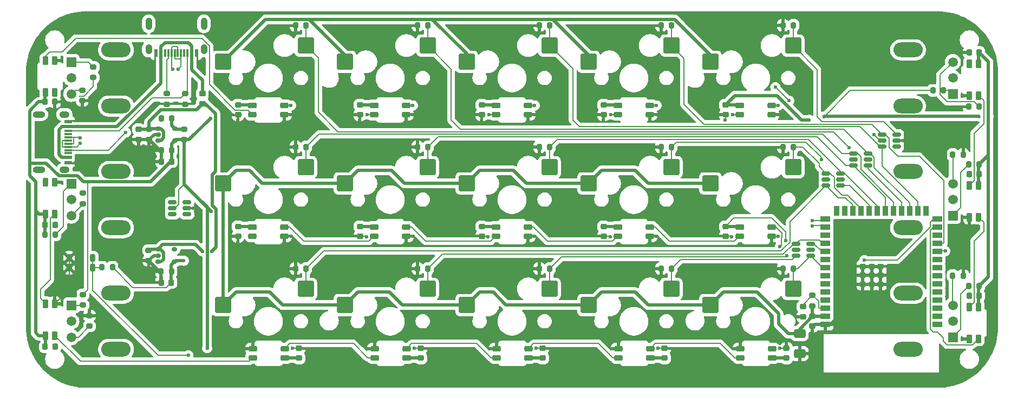
<source format=gbr>
%TF.GenerationSoftware,KiCad,Pcbnew,8.0.5*%
%TF.CreationDate,2024-11-23T20:31:30+11:00*%
%TF.ProjectId,Macro Mixer,4d616372-6f20-44d6-9978-65722e6b6963,rev?*%
%TF.SameCoordinates,Original*%
%TF.FileFunction,Copper,L2,Bot*%
%TF.FilePolarity,Positive*%
%FSLAX46Y46*%
G04 Gerber Fmt 4.6, Leading zero omitted, Abs format (unit mm)*
G04 Created by KiCad (PCBNEW 8.0.5) date 2024-11-23 20:31:30*
%MOMM*%
%LPD*%
G01*
G04 APERTURE LIST*
G04 Aperture macros list*
%AMRoundRect*
0 Rectangle with rounded corners*
0 $1 Rounding radius*
0 $2 $3 $4 $5 $6 $7 $8 $9 X,Y pos of 4 corners*
0 Add a 4 corners polygon primitive as box body*
4,1,4,$2,$3,$4,$5,$6,$7,$8,$9,$2,$3,0*
0 Add four circle primitives for the rounded corners*
1,1,$1+$1,$2,$3*
1,1,$1+$1,$4,$5*
1,1,$1+$1,$6,$7*
1,1,$1+$1,$8,$9*
0 Add four rect primitives between the rounded corners*
20,1,$1+$1,$2,$3,$4,$5,0*
20,1,$1+$1,$4,$5,$6,$7,0*
20,1,$1+$1,$6,$7,$8,$9,0*
20,1,$1+$1,$8,$9,$2,$3,0*%
G04 Aperture macros list end*
%TA.AperFunction,SMDPad,CuDef*%
%ADD10RoundRect,0.225000X0.225000X-0.440625X0.225000X0.440625X-0.225000X0.440625X-0.225000X-0.440625X0*%
%TD*%
%TA.AperFunction,SMDPad,CuDef*%
%ADD11RoundRect,0.225000X0.225000X-0.439062X0.225000X0.439062X-0.225000X0.439062X-0.225000X-0.439062X0*%
%TD*%
%TA.AperFunction,SMDPad,CuDef*%
%ADD12RoundRect,0.225000X0.225000X-0.437500X0.225000X0.437500X-0.225000X0.437500X-0.225000X-0.437500X0*%
%TD*%
%TA.AperFunction,SMDPad,CuDef*%
%ADD13RoundRect,0.225000X0.440625X0.225000X-0.440625X0.225000X-0.440625X-0.225000X0.440625X-0.225000X0*%
%TD*%
%TA.AperFunction,SMDPad,CuDef*%
%ADD14RoundRect,0.225000X0.439062X0.225000X-0.439062X0.225000X-0.439062X-0.225000X0.439062X-0.225000X0*%
%TD*%
%TA.AperFunction,SMDPad,CuDef*%
%ADD15RoundRect,0.225000X0.437500X0.225000X-0.437500X0.225000X-0.437500X-0.225000X0.437500X-0.225000X0*%
%TD*%
%TA.AperFunction,SMDPad,CuDef*%
%ADD16RoundRect,0.225000X-0.440625X-0.225000X0.440625X-0.225000X0.440625X0.225000X-0.440625X0.225000X0*%
%TD*%
%TA.AperFunction,SMDPad,CuDef*%
%ADD17RoundRect,0.225000X-0.439062X-0.225000X0.439062X-0.225000X0.439062X0.225000X-0.439062X0.225000X0*%
%TD*%
%TA.AperFunction,SMDPad,CuDef*%
%ADD18RoundRect,0.225000X-0.437500X-0.225000X0.437500X-0.225000X0.437500X0.225000X-0.437500X0.225000X0*%
%TD*%
%TA.AperFunction,SMDPad,CuDef*%
%ADD19RoundRect,0.225000X-0.225000X0.440625X-0.225000X-0.440625X0.225000X-0.440625X0.225000X0.440625X0*%
%TD*%
%TA.AperFunction,SMDPad,CuDef*%
%ADD20RoundRect,0.225000X-0.225000X0.439062X-0.225000X-0.439062X0.225000X-0.439062X0.225000X0.439062X0*%
%TD*%
%TA.AperFunction,SMDPad,CuDef*%
%ADD21RoundRect,0.225000X-0.225000X0.437500X-0.225000X-0.437500X0.225000X-0.437500X0.225000X0.437500X0*%
%TD*%
%TA.AperFunction,ComponentPad*%
%ADD22R,1.508000X1.508000*%
%TD*%
%TA.AperFunction,ComponentPad*%
%ADD23C,1.508000*%
%TD*%
%TA.AperFunction,ComponentPad*%
%ADD24O,4.600000X2.300000*%
%TD*%
%TA.AperFunction,SMDPad,CuDef*%
%ADD25RoundRect,0.250000X-1.025000X-1.000000X1.025000X-1.000000X1.025000X1.000000X-1.025000X1.000000X0*%
%TD*%
%TA.AperFunction,SMDPad,CuDef*%
%ADD26RoundRect,0.200000X0.200000X0.275000X-0.200000X0.275000X-0.200000X-0.275000X0.200000X-0.275000X0*%
%TD*%
%TA.AperFunction,SMDPad,CuDef*%
%ADD27RoundRect,0.225000X-0.225000X-0.250000X0.225000X-0.250000X0.225000X0.250000X-0.225000X0.250000X0*%
%TD*%
%TA.AperFunction,SMDPad,CuDef*%
%ADD28RoundRect,0.200000X-0.275000X0.200000X-0.275000X-0.200000X0.275000X-0.200000X0.275000X0.200000X0*%
%TD*%
%TA.AperFunction,SMDPad,CuDef*%
%ADD29RoundRect,0.225000X-0.250000X0.225000X-0.250000X-0.225000X0.250000X-0.225000X0.250000X0.225000X0*%
%TD*%
%TA.AperFunction,SMDPad,CuDef*%
%ADD30RoundRect,0.200000X-0.200000X-0.275000X0.200000X-0.275000X0.200000X0.275000X-0.200000X0.275000X0*%
%TD*%
%TA.AperFunction,SMDPad,CuDef*%
%ADD31RoundRect,0.225000X0.250000X-0.225000X0.250000X0.225000X-0.250000X0.225000X-0.250000X-0.225000X0*%
%TD*%
%TA.AperFunction,SMDPad,CuDef*%
%ADD32RoundRect,0.150000X0.512500X0.150000X-0.512500X0.150000X-0.512500X-0.150000X0.512500X-0.150000X0*%
%TD*%
%TA.AperFunction,SMDPad,CuDef*%
%ADD33RoundRect,0.135000X-0.350000X0.315000X-0.350000X-0.315000X0.350000X-0.315000X0.350000X0.315000X0*%
%TD*%
%TA.AperFunction,SMDPad,CuDef*%
%ADD34RoundRect,0.225000X0.225000X0.250000X-0.225000X0.250000X-0.225000X-0.250000X0.225000X-0.250000X0*%
%TD*%
%TA.AperFunction,SMDPad,CuDef*%
%ADD35R,0.600000X1.150000*%
%TD*%
%TA.AperFunction,SMDPad,CuDef*%
%ADD36R,0.300000X1.150000*%
%TD*%
%TA.AperFunction,ComponentPad*%
%ADD37O,1.050000X1.550000*%
%TD*%
%TA.AperFunction,ComponentPad*%
%ADD38O,1.050000X1.950000*%
%TD*%
%TA.AperFunction,SMDPad,CuDef*%
%ADD39RoundRect,0.200000X0.275000X-0.200000X0.275000X0.200000X-0.275000X0.200000X-0.275000X-0.200000X0*%
%TD*%
%TA.AperFunction,SMDPad,CuDef*%
%ADD40R,1.500000X0.900000*%
%TD*%
%TA.AperFunction,SMDPad,CuDef*%
%ADD41R,0.900000X1.500000*%
%TD*%
%TA.AperFunction,SMDPad,CuDef*%
%ADD42R,0.900000X0.900000*%
%TD*%
%TA.AperFunction,SMDPad,CuDef*%
%ADD43RoundRect,0.150000X0.250000X0.150000X-0.250000X0.150000X-0.250000X-0.150000X0.250000X-0.150000X0*%
%TD*%
%TA.AperFunction,SMDPad,CuDef*%
%ADD44R,1.150000X0.600000*%
%TD*%
%TA.AperFunction,SMDPad,CuDef*%
%ADD45R,1.150000X0.300000*%
%TD*%
%TA.AperFunction,ComponentPad*%
%ADD46O,1.550000X1.050000*%
%TD*%
%TA.AperFunction,ComponentPad*%
%ADD47O,1.950000X1.050000*%
%TD*%
%TA.AperFunction,SMDPad,CuDef*%
%ADD48RoundRect,0.200000X0.200000X0.400000X-0.200000X0.400000X-0.200000X-0.400000X0.200000X-0.400000X0*%
%TD*%
%TA.AperFunction,SMDPad,CuDef*%
%ADD49RoundRect,0.250000X-0.650000X0.412500X-0.650000X-0.412500X0.650000X-0.412500X0.650000X0.412500X0*%
%TD*%
%TA.AperFunction,ViaPad*%
%ADD50C,0.600000*%
%TD*%
%TA.AperFunction,Conductor*%
%ADD51C,0.200000*%
%TD*%
%TA.AperFunction,Conductor*%
%ADD52C,0.500000*%
%TD*%
G04 APERTURE END LIST*
D10*
%TO.P,U12,1,VCC*%
%TO.N,+5V*%
X225425000Y-97762500D03*
D11*
%TO.P,U12,2,Dout*%
%TO.N,/Knob2/LED Out*%
X224025000Y-97762500D03*
D12*
%TO.P,U12,3,GND*%
%TO.N,GND*%
X224025000Y-102762500D03*
%TO.P,U12,4,DIN*%
%TO.N,/Knob1/LED Out*%
X225425000Y-102762500D03*
%TD*%
D10*
%TO.P,U13,1,VCC*%
%TO.N,+5V*%
X225425000Y-78712500D03*
D11*
%TO.P,U13,2,Dout*%
%TO.N,/Knob3/LED Out*%
X224025000Y-78712500D03*
D12*
%TO.P,U13,3,GND*%
%TO.N,GND*%
X224025000Y-83712500D03*
%TO.P,U13,4,DIN*%
%TO.N,/Knob2/LED Out*%
X225425000Y-83712500D03*
%TD*%
D10*
%TO.P,U11,1,VCC*%
%TO.N,+5V*%
X225425000Y-116812500D03*
D11*
%TO.P,U11,2,Dout*%
%TO.N,/Knob1/LED Out*%
X224025000Y-116812500D03*
D12*
%TO.P,U11,3,GND*%
%TO.N,GND*%
X224025000Y-121812500D03*
%TO.P,U11,4,DIN*%
%TO.N,LEDS*%
X225425000Y-121812500D03*
%TD*%
D13*
%TO.P,U10,1,VCC*%
%TO.N,+5V*%
X150000000Y-104312500D03*
D14*
%TO.P,U10,2,Dout*%
%TO.N,/Switch7/LED In*%
X150000000Y-105712500D03*
D15*
%TO.P,U10,3,GND*%
%TO.N,GND*%
X155000000Y-105712500D03*
%TO.P,U10,4,DIN*%
%TO.N,/Switch8/LED In*%
X155000000Y-104312500D03*
%TD*%
D13*
%TO.P,U4,1,VCC*%
%TO.N,+5V*%
X130950000Y-85262500D03*
D14*
%TO.P,U4,2,Dout*%
%TO.N,/Switch1/LED In*%
X130950000Y-86662500D03*
D15*
%TO.P,U4,3,GND*%
%TO.N,GND*%
X135950000Y-86662500D03*
%TO.P,U4,4,DIN*%
%TO.N,/Switch2/LED In*%
X135950000Y-85262500D03*
%TD*%
D16*
%TO.P,U19,1,VCC*%
%TO.N,+5V*%
X155050000Y-124762500D03*
D17*
%TO.P,U19,2,Dout*%
%TO.N,/Switch13/LED Out*%
X155050000Y-123362500D03*
D18*
%TO.P,U19,3,GND*%
%TO.N,GND*%
X150050000Y-123362500D03*
%TO.P,U19,4,DIN*%
%TO.N,/Switch12/LED Out*%
X150050000Y-124762500D03*
%TD*%
D13*
%TO.P,U14,1,VCC*%
%TO.N,+5V*%
X111900000Y-85262500D03*
D14*
%TO.P,U14,2,Dout*%
%TO.N,/Knob6/LED In*%
X111900000Y-86662500D03*
D15*
%TO.P,U14,3,GND*%
%TO.N,GND*%
X116900000Y-86662500D03*
%TO.P,U14,4,DIN*%
%TO.N,/Switch1/LED In*%
X116900000Y-85262500D03*
%TD*%
D19*
%TO.P,U22,1,VCC*%
%TO.N,+5V*%
X79575000Y-121312501D03*
D20*
%TO.P,U22,2,Dout*%
%TO.N,/Knob4/LED Out*%
X80975000Y-121312501D03*
D21*
%TO.P,U22,3,GND*%
%TO.N,GND*%
X80975000Y-116312501D03*
%TO.P,U22,4,DIN*%
%TO.N,/Knob4/LED In*%
X79575000Y-116312501D03*
%TD*%
D13*
%TO.P,U5,1,VCC*%
%TO.N,+5V*%
X150000000Y-85262500D03*
D14*
%TO.P,U5,2,Dout*%
%TO.N,/Switch2/LED In*%
X150000000Y-86662500D03*
D15*
%TO.P,U5,3,GND*%
%TO.N,GND*%
X155000000Y-86662500D03*
%TO.P,U5,4,DIN*%
%TO.N,/Switch3/LED In*%
X155000000Y-85262500D03*
%TD*%
D16*
%TO.P,U18,1,VCC*%
%TO.N,+5V*%
X136000000Y-124762500D03*
D17*
%TO.P,U18,2,Dout*%
%TO.N,/Switch12/LED Out*%
X136000000Y-123362500D03*
D18*
%TO.P,U18,3,GND*%
%TO.N,GND*%
X131000000Y-123362500D03*
%TO.P,U18,4,DIN*%
%TO.N,/Switch11/LED Out*%
X131000000Y-124762500D03*
%TD*%
D13*
%TO.P,U7,1,VCC*%
%TO.N,+5V*%
X188100000Y-85262500D03*
D14*
%TO.P,U7,2,Dout*%
%TO.N,/Switch4/LED In*%
X188100000Y-86662500D03*
D15*
%TO.P,U7,3,GND*%
%TO.N,GND*%
X193100000Y-86662500D03*
%TO.P,U7,4,DIN*%
%TO.N,/Knob3/LED Out*%
X193100000Y-85262500D03*
%TD*%
D16*
%TO.P,U21,1,VCC*%
%TO.N,+5V*%
X193150000Y-124762500D03*
D17*
%TO.P,U21,2,Dout*%
%TO.N,/Switch10/LED In*%
X193150000Y-123362500D03*
D18*
%TO.P,U21,3,GND*%
%TO.N,GND*%
X188150000Y-123362500D03*
%TO.P,U21,4,DIN*%
%TO.N,/Switch14/LED Out*%
X188150000Y-124762500D03*
%TD*%
D13*
%TO.P,U15,1,VCC*%
%TO.N,+5V*%
X169050000Y-104312500D03*
D14*
%TO.P,U15,2,Dout*%
%TO.N,/Switch8/LED In*%
X169050000Y-105712500D03*
D15*
%TO.P,U15,3,GND*%
%TO.N,GND*%
X174050000Y-105712500D03*
%TO.P,U15,4,DIN*%
%TO.N,/Switch10/LED Out*%
X174050000Y-104312500D03*
%TD*%
D16*
%TO.P,U20,1,VCC*%
%TO.N,+5V*%
X174100000Y-124762500D03*
D17*
%TO.P,U20,2,Dout*%
%TO.N,/Switch14/LED Out*%
X174100000Y-123362500D03*
D18*
%TO.P,U20,3,GND*%
%TO.N,GND*%
X169100000Y-123362500D03*
%TO.P,U20,4,DIN*%
%TO.N,/Switch13/LED Out*%
X169100000Y-124762500D03*
%TD*%
D13*
%TO.P,U16,1,VCC*%
%TO.N,+5V*%
X188100000Y-104312500D03*
D14*
%TO.P,U16,2,Dout*%
%TO.N,/Switch10/LED Out*%
X188100000Y-105712500D03*
D15*
%TO.P,U16,3,GND*%
%TO.N,GND*%
X193100000Y-105712500D03*
%TO.P,U16,4,DIN*%
%TO.N,/Switch10/LED In*%
X193100000Y-104312500D03*
%TD*%
D13*
%TO.P,U8,1,VCC*%
%TO.N,+5V*%
X111900000Y-104312500D03*
D14*
%TO.P,U8,2,Dout*%
%TO.N,/Switch6/LED Out*%
X111900000Y-105712500D03*
D15*
%TO.P,U8,3,GND*%
%TO.N,GND*%
X116900000Y-105712500D03*
%TO.P,U8,4,DIN*%
%TO.N,/Switch6/LED In*%
X116900000Y-104312500D03*
%TD*%
D13*
%TO.P,U6,1,VCC*%
%TO.N,+5V*%
X169050000Y-85262500D03*
D14*
%TO.P,U6,2,Dout*%
%TO.N,/Switch3/LED In*%
X169050000Y-86662500D03*
D15*
%TO.P,U6,3,GND*%
%TO.N,GND*%
X174050000Y-86662500D03*
%TO.P,U6,4,DIN*%
%TO.N,/Switch4/LED In*%
X174050000Y-85262500D03*
%TD*%
D16*
%TO.P,U17,1,VCC*%
%TO.N,+5V*%
X116950000Y-124762500D03*
D17*
%TO.P,U17,2,Dout*%
%TO.N,/Switch11/LED Out*%
X116950000Y-123362500D03*
D18*
%TO.P,U17,3,GND*%
%TO.N,GND*%
X111950000Y-123362500D03*
%TO.P,U17,4,DIN*%
%TO.N,/Knob4/LED Out*%
X111950000Y-124762500D03*
%TD*%
D13*
%TO.P,U9,1,VCC*%
%TO.N,+5V*%
X130950000Y-104312500D03*
D14*
%TO.P,U9,2,Dout*%
%TO.N,/Switch6/LED In*%
X130950000Y-105712500D03*
D15*
%TO.P,U9,3,GND*%
%TO.N,GND*%
X135950000Y-105712500D03*
%TO.P,U9,4,DIN*%
%TO.N,/Switch7/LED In*%
X135950000Y-104312500D03*
%TD*%
D19*
%TO.P,U23,1,VCC*%
%TO.N,+5V*%
X79575000Y-102262501D03*
D20*
%TO.P,U23,2,Dout*%
%TO.N,/Knob4/LED In*%
X80975000Y-102262501D03*
D21*
%TO.P,U23,3,GND*%
%TO.N,GND*%
X80975000Y-97262501D03*
%TO.P,U23,4,DIN*%
%TO.N,/Knob5/LED In*%
X79575000Y-97262501D03*
%TD*%
D19*
%TO.P,U24,1,VCC*%
%TO.N,+5V*%
X79575000Y-83212501D03*
D20*
%TO.P,U24,2,Dout*%
%TO.N,/Knob5/LED In*%
X80975000Y-83212501D03*
D21*
%TO.P,U24,3,GND*%
%TO.N,GND*%
X80975000Y-78212501D03*
%TO.P,U24,4,DIN*%
%TO.N,/Knob6/LED In*%
X79575000Y-78212501D03*
%TD*%
D22*
%TO.P,R21,1*%
%TO.N,Net-(R20-Pad2)*%
X221412500Y-102512500D03*
D23*
%TO.P,R21,2*%
%TO.N,ADC 2*%
X221412500Y-100012500D03*
%TO.P,R21,3*%
%TO.N,Net-(R21-Pad3)*%
X221412500Y-97512500D03*
D24*
%TO.P,R21,S1*%
%TO.N,N/C*%
X214412500Y-104412500D03*
%TO.P,R21,S2*%
X214412500Y-95612500D03*
%TD*%
D22*
%TO.P,R40,1*%
%TO.N,Net-(R39-Pad2)*%
X83587500Y-78462500D03*
D23*
%TO.P,R40,2*%
%TO.N,ADC 6*%
X83587500Y-80962500D03*
%TO.P,R40,3*%
%TO.N,Net-(R40-Pad3)*%
X83587500Y-83462500D03*
D24*
%TO.P,R40,S1*%
%TO.N,N/C*%
X90587500Y-76562500D03*
%TO.P,R40,S2*%
X90587500Y-85362500D03*
%TD*%
D25*
%TO.P,SW3,1,1*%
%TO.N,+3V3*%
X145415000Y-78422500D03*
%TO.P,SW3,2,2*%
%TO.N,Button 3*%
X158342000Y-75882500D03*
%TD*%
%TO.P,SW14,1,1*%
%TO.N,+3V3*%
X164465000Y-116522500D03*
%TO.P,SW14,2,2*%
%TO.N,Button 14*%
X177392000Y-113982500D03*
%TD*%
D22*
%TO.P,R18,1*%
%TO.N,Net-(R17-Pad2)*%
X221412500Y-121562500D03*
D23*
%TO.P,R18,2*%
%TO.N,ADC 1*%
X221412500Y-119062500D03*
%TO.P,R18,3*%
%TO.N,Net-(R18-Pad3)*%
X221412500Y-116562500D03*
D24*
%TO.P,R18,S1*%
%TO.N,N/C*%
X214412500Y-123462500D03*
%TO.P,R18,S2*%
X214412500Y-114662500D03*
%TD*%
D25*
%TO.P,SW7,1,1*%
%TO.N,+3V3*%
X126365000Y-97472500D03*
%TO.P,SW7,2,2*%
%TO.N,Button 7*%
X139292000Y-94932500D03*
%TD*%
%TO.P,SW15,1,1*%
%TO.N,+3V3*%
X183515000Y-116522500D03*
%TO.P,SW15,2,2*%
%TO.N,Button 15*%
X196442000Y-113982500D03*
%TD*%
%TO.P,SW4,1,1*%
%TO.N,+3V3*%
X164465000Y-78422500D03*
%TO.P,SW4,2,2*%
%TO.N,Button 4*%
X177392000Y-75882500D03*
%TD*%
%TO.P,SW8,1,1*%
%TO.N,+3V3*%
X145415000Y-97472500D03*
%TO.P,SW8,2,2*%
%TO.N,Button 8*%
X158342000Y-94932500D03*
%TD*%
D22*
%TO.P,R24,1*%
%TO.N,Net-(R23-Pad2)*%
X221412500Y-83462500D03*
D23*
%TO.P,R24,2*%
%TO.N,ADC 3*%
X221412500Y-80962500D03*
%TO.P,R24,3*%
%TO.N,Net-(R24-Pad3)*%
X221412500Y-78462500D03*
D24*
%TO.P,R24,S1*%
%TO.N,N/C*%
X214412500Y-85362500D03*
%TO.P,R24,S2*%
X214412500Y-76562500D03*
%TD*%
D25*
%TO.P,SW10,1,1*%
%TO.N,+3V3*%
X183515000Y-97472500D03*
%TO.P,SW10,2,2*%
%TO.N,Button 10*%
X196442000Y-94932500D03*
%TD*%
D22*
%TO.P,R37,1*%
%TO.N,Net-(R36-Pad2)*%
X83587500Y-97512500D03*
D23*
%TO.P,R37,2*%
%TO.N,ADC 5*%
X83587500Y-100012500D03*
%TO.P,R37,3*%
%TO.N,Net-(R37-Pad3)*%
X83587500Y-102512500D03*
D24*
%TO.P,R37,S1*%
%TO.N,N/C*%
X90587500Y-95612500D03*
%TO.P,R37,S2*%
X90587500Y-104412500D03*
%TD*%
D25*
%TO.P,SW13,1,1*%
%TO.N,+3V3*%
X145415000Y-116522500D03*
%TO.P,SW13,2,2*%
%TO.N,Button 13*%
X158342000Y-113982500D03*
%TD*%
%TO.P,SW1,1,1*%
%TO.N,+3V3*%
X107315000Y-78422500D03*
%TO.P,SW1,2,2*%
%TO.N,Button 1*%
X120242000Y-75882500D03*
%TD*%
%TO.P,SW9,1,1*%
%TO.N,+3V3*%
X164465000Y-97472500D03*
%TO.P,SW9,2,2*%
%TO.N,Button 9*%
X177392000Y-94932500D03*
%TD*%
D22*
%TO.P,R34,1*%
%TO.N,Net-(R33-Pad2)*%
X83587500Y-116562500D03*
D23*
%TO.P,R34,2*%
%TO.N,ADC 4*%
X83587500Y-119062500D03*
%TO.P,R34,3*%
%TO.N,Net-(R34-Pad3)*%
X83587500Y-121562500D03*
D24*
%TO.P,R34,S1*%
%TO.N,N/C*%
X90587500Y-114662500D03*
%TO.P,R34,S2*%
X90587500Y-123462500D03*
%TD*%
D25*
%TO.P,SW6,1,1*%
%TO.N,+3V3*%
X107315000Y-97472500D03*
%TO.P,SW6,2,2*%
%TO.N,Button 6*%
X120242000Y-94932500D03*
%TD*%
%TO.P,SW11,1,1*%
%TO.N,+3V3*%
X107315000Y-116522500D03*
%TO.P,SW11,2,2*%
%TO.N,Button 11*%
X120242000Y-113982500D03*
%TD*%
%TO.P,SW12,1,1*%
%TO.N,+3V3*%
X126365000Y-116522500D03*
%TO.P,SW12,2,2*%
%TO.N,Button 12*%
X139292000Y-113982500D03*
%TD*%
%TO.P,SW2,1,1*%
%TO.N,+3V3*%
X126365000Y-78422500D03*
%TO.P,SW2,2,2*%
%TO.N,Button 2*%
X139292000Y-75882500D03*
%TD*%
%TO.P,SW5,1,1*%
%TO.N,+3V3*%
X183515000Y-78422500D03*
%TO.P,SW5,2,2*%
%TO.N,Button 5*%
X196442000Y-75882500D03*
%TD*%
D26*
%TO.P,R8,1*%
%TO.N,+3V3*%
X90025000Y-110600000D03*
%TO.P,R8,2*%
%TO.N,Net-(ESP32-GPIO0{slash}BOOT)*%
X88375000Y-110600000D03*
%TD*%
D27*
%TO.P,C30,1*%
%TO.N,+5V*%
X79500000Y-104012500D03*
%TO.P,C30,2*%
%TO.N,GND*%
X81050000Y-104012500D03*
%TD*%
D28*
%TO.P,R33,1*%
%TO.N,+5V*%
X85400000Y-114875000D03*
%TO.P,R33,2*%
%TO.N,Net-(R33-Pad2)*%
X85400000Y-116525000D03*
%TD*%
D29*
%TO.P,C13,1*%
%TO.N,+5V*%
X166800000Y-85187500D03*
%TO.P,C13,2*%
%TO.N,GND*%
X166800000Y-86737500D03*
%TD*%
D26*
%TO.P,R10,1*%
%TO.N,Button 2*%
X139350000Y-72712500D03*
%TO.P,R10,2*%
%TO.N,GND*%
X137700000Y-72712500D03*
%TD*%
%TO.P,R30,1*%
%TO.N,Button 13*%
X158400000Y-110812500D03*
%TO.P,R30,2*%
%TO.N,GND*%
X156750000Y-110812500D03*
%TD*%
D27*
%TO.P,C31,1*%
%TO.N,+5V*%
X79450000Y-84712500D03*
%TO.P,C31,2*%
%TO.N,GND*%
X81000000Y-84712500D03*
%TD*%
D29*
%TO.P,C16,1*%
%TO.N,+5V*%
X128700000Y-104237500D03*
%TO.P,C16,2*%
%TO.N,GND*%
X128700000Y-105787500D03*
%TD*%
D28*
%TO.P,R41,1*%
%TO.N,Net-(R40-Pad3)*%
X85300000Y-82875000D03*
%TO.P,R41,2*%
%TO.N,GND*%
X85300000Y-84525000D03*
%TD*%
D30*
%TO.P,R19,1*%
%TO.N,Net-(R18-Pad3)*%
X221375000Y-111900000D03*
%TO.P,R19,2*%
%TO.N,GND*%
X223025000Y-111900000D03*
%TD*%
D31*
%TO.P,C27,1*%
%TO.N,+5V*%
X176350000Y-124837500D03*
%TO.P,C27,2*%
%TO.N,GND*%
X176350000Y-123287500D03*
%TD*%
D26*
%TO.P,R15,1*%
%TO.N,Button 7*%
X139350000Y-91762500D03*
%TO.P,R15,2*%
%TO.N,GND*%
X137700000Y-91762500D03*
%TD*%
%TO.P,R9,1*%
%TO.N,Button 1*%
X120300000Y-72712500D03*
%TO.P,R9,2*%
%TO.N,GND*%
X118650000Y-72712500D03*
%TD*%
%TO.P,R28,1*%
%TO.N,Button 11*%
X120300000Y-110812500D03*
%TO.P,R28,2*%
%TO.N,GND*%
X118650000Y-110812500D03*
%TD*%
D31*
%TO.P,C25,1*%
%TO.N,+5V*%
X138250000Y-124837500D03*
%TO.P,C25,2*%
%TO.N,GND*%
X138250000Y-123287500D03*
%TD*%
D26*
%TO.P,R20,1*%
%TO.N,+5V*%
X225550000Y-94512500D03*
%TO.P,R20,2*%
%TO.N,Net-(R20-Pad2)*%
X223900000Y-94512500D03*
%TD*%
D29*
%TO.P,C12,1*%
%TO.N,+5V*%
X147750000Y-85187500D03*
%TO.P,C12,2*%
%TO.N,GND*%
X147750000Y-86737500D03*
%TD*%
D26*
%TO.P,R31,1*%
%TO.N,Button 14*%
X177450000Y-110812500D03*
%TO.P,R31,2*%
%TO.N,GND*%
X175800000Y-110812500D03*
%TD*%
%TO.P,C5,1*%
%TO.N,+3V3*%
X99250000Y-111252500D03*
%TO.P,C5,2*%
%TO.N,GND*%
X97600000Y-111252500D03*
%TD*%
D28*
%TO.P,R1,1*%
%TO.N,Net-(J1-CC2)*%
X101375000Y-83437500D03*
%TO.P,R1,2*%
%TO.N,GND*%
X101375000Y-85087500D03*
%TD*%
D29*
%TO.P,C10,1*%
%TO.N,+3V3*%
X199475000Y-118287500D03*
%TO.P,C10,2*%
%TO.N,GND*%
X199475000Y-119837500D03*
%TD*%
%TO.P,C8,1*%
%TO.N,Net-(ESP32-EN)*%
X197975000Y-116787500D03*
%TO.P,C8,2*%
%TO.N,GND*%
X197975000Y-118337500D03*
%TD*%
D32*
%TO.P,U28,1,IO1*%
%TO.N,Button 5*%
X212612500Y-89812500D03*
%TO.P,U28,2,VN*%
%TO.N,GND*%
X212612500Y-90762500D03*
%TO.P,U28,3,IO2*%
%TO.N,unconnected-(U28-IO2-Pad3)*%
X212612500Y-91712500D03*
%TO.P,U28,4,IO3*%
%TO.N,Button 3*%
X210337500Y-91712500D03*
%TO.P,U28,5,VP*%
%TO.N,+5V*%
X210337500Y-90762500D03*
%TO.P,U28,6,IO4*%
%TO.N,Button 4*%
X210337500Y-89812500D03*
%TD*%
%TO.P,U25,1,IO1*%
%TO.N,Button 2*%
X208162500Y-92800000D03*
%TO.P,U25,2,VN*%
%TO.N,GND*%
X208162500Y-93750000D03*
%TO.P,U25,3,IO2*%
%TO.N,Button 1*%
X208162500Y-94700000D03*
%TO.P,U25,4,IO3*%
%TO.N,Button 7*%
X205887500Y-94700000D03*
%TO.P,U25,5,VP*%
%TO.N,+5V*%
X205887500Y-93750000D03*
%TO.P,U25,6,IO4*%
%TO.N,Button 6*%
X205887500Y-92800000D03*
%TD*%
D29*
%TO.P,C15,1*%
%TO.N,+5V*%
X109650000Y-104237500D03*
%TO.P,C15,2*%
%TO.N,GND*%
X109650000Y-105787500D03*
%TD*%
D33*
%TO.P,L1,1*%
%TO.N,Net-(J1-VBUS_A)*%
X104075000Y-83427500D03*
%TO.P,L1,2*%
%TO.N,Net-(U1-EN)*%
X104075000Y-84997500D03*
%TD*%
D28*
%TO.P,R2,1*%
%TO.N,Net-(J1-CC1)*%
X98475000Y-83412500D03*
%TO.P,R2,2*%
%TO.N,GND*%
X98475000Y-85062500D03*
%TD*%
D34*
%TO.P,C20,1*%
%TO.N,+5V*%
X225500000Y-76962500D03*
%TO.P,C20,2*%
%TO.N,GND*%
X223950000Y-76962500D03*
%TD*%
D26*
%TO.P,R13,1*%
%TO.N,Button 5*%
X196500000Y-72712500D03*
%TO.P,R13,2*%
%TO.N,GND*%
X194850000Y-72712500D03*
%TD*%
D34*
%TO.P,C7,1*%
%TO.N,+3V3*%
X99200000Y-113002500D03*
%TO.P,C7,2*%
%TO.N,GND*%
X97650000Y-113002500D03*
%TD*%
D26*
%TO.P,R29,1*%
%TO.N,Button 12*%
X139350000Y-110812500D03*
%TO.P,R29,2*%
%TO.N,GND*%
X137700000Y-110812500D03*
%TD*%
D35*
%TO.P,J1,A1_B12,GND_A*%
%TO.N,GND*%
X96800000Y-77050000D03*
%TO.P,J1,A4_B9,VBUS_A*%
%TO.N,Net-(J1-VBUS_A)*%
X97600000Y-77050000D03*
D36*
%TO.P,J1,A5,CC1*%
%TO.N,Net-(J1-CC1)*%
X98750000Y-77050000D03*
%TO.P,J1,A6,DP1*%
%TO.N,USB +*%
X99750000Y-77050000D03*
%TO.P,J1,A7,DN1*%
%TO.N,USB -*%
X100250000Y-77050000D03*
%TO.P,J1,A8,SBU1*%
%TO.N,unconnected-(J1-SBU1-PadA8)*%
X101250000Y-77050000D03*
D35*
%TO.P,J1,B1_A12,GND_B*%
%TO.N,GND*%
X103200000Y-77050000D03*
%TO.P,J1,B4_A9,VBUS_B*%
%TO.N,Net-(J1-VBUS_A)*%
X102400000Y-77050000D03*
D36*
%TO.P,J1,B5,CC2*%
%TO.N,Net-(J1-CC2)*%
X101750000Y-77050000D03*
%TO.P,J1,B6,DP2*%
%TO.N,USB +*%
X100750000Y-77050000D03*
%TO.P,J1,B7,DN2*%
%TO.N,USB -*%
X99250000Y-77050000D03*
%TO.P,J1,B8,SBU2*%
%TO.N,unconnected-(J1-SBU2-PadB8)*%
X98250000Y-77050000D03*
D37*
%TO.P,J1,SH1,SHIELD*%
%TO.N,unconnected-(J1-SHIELD-PadSH1)*%
X95680000Y-76475000D03*
%TO.P,J1,SH2,SHIELD__1*%
%TO.N,unconnected-(J1-SHIELD__1-PadSH2)*%
X104320000Y-76475000D03*
D38*
%TO.P,J1,SH3,SHIELD__2*%
%TO.N,unconnected-(J1-SHIELD__2-PadSH3)*%
X95680000Y-72475000D03*
%TO.P,J1,SH4,SHIELD__3*%
%TO.N,unconnected-(J1-SHIELD__3-PadSH4)*%
X104320000Y-72475000D03*
%TD*%
D39*
%TO.P,R7,1*%
%TO.N,+3V3*%
X199475000Y-116637500D03*
%TO.P,R7,2*%
%TO.N,Net-(ESP32-EN)*%
X199475000Y-114987500D03*
%TD*%
D30*
%TO.P,R23,1*%
%TO.N,+5V*%
X218300000Y-82900000D03*
%TO.P,R23,2*%
%TO.N,Net-(R23-Pad2)*%
X219950000Y-82900000D03*
%TD*%
D26*
%TO.P,C4,1*%
%TO.N,+5V*%
X99300000Y-92312500D03*
%TO.P,C4,2*%
%TO.N,GND*%
X97650000Y-92312500D03*
%TD*%
%TO.P,R12,1*%
%TO.N,Button 4*%
X177450000Y-72712500D03*
%TO.P,R12,2*%
%TO.N,GND*%
X175800000Y-72712500D03*
%TD*%
D34*
%TO.P,C6,1*%
%TO.N,+5V*%
X99250000Y-94062500D03*
%TO.P,C6,2*%
%TO.N,GND*%
X97700000Y-94062500D03*
%TD*%
D28*
%TO.P,C2,1*%
%TO.N,Net-(U1-EN)*%
X95725000Y-88987500D03*
%TO.P,C2,2*%
%TO.N,GND*%
X95725000Y-90637500D03*
%TD*%
D26*
%TO.P,R25,1*%
%TO.N,Net-(R24-Pad3)*%
X225550000Y-85462500D03*
%TO.P,R25,2*%
%TO.N,GND*%
X223900000Y-85462500D03*
%TD*%
D27*
%TO.P,C29,1*%
%TO.N,+5V*%
X79500000Y-123062500D03*
%TO.P,C29,2*%
%TO.N,GND*%
X81050000Y-123062500D03*
%TD*%
D39*
%TO.P,R35,1*%
%TO.N,Net-(R34-Pad3)*%
X86425000Y-119837500D03*
%TO.P,R35,2*%
%TO.N,GND*%
X86425000Y-118187500D03*
%TD*%
D40*
%TO.P,ESP32,1,GND*%
%TO.N,GND*%
X201475000Y-119572500D03*
%TO.P,ESP32,2,3V3*%
%TO.N,+3V3*%
X201475000Y-118302500D03*
%TO.P,ESP32,3,EN*%
%TO.N,Net-(ESP32-EN)*%
X201475000Y-117032500D03*
%TO.P,ESP32,4,GPIO4/TOUCH4/ADC1_CH3*%
%TO.N,ADC 2*%
X201475000Y-115762500D03*
%TO.P,ESP32,5,GPIO5/TOUCH5/ADC1_CH4*%
%TO.N,ADC 3*%
X201475000Y-114492500D03*
%TO.P,ESP32,6,GPIO6/TOUCH6/ADC1_CH5*%
%TO.N,ADC 4*%
X201475000Y-113222500D03*
%TO.P,ESP32,7,GPIO7/TOUCH7/ADC1_CH6*%
%TO.N,ADC 5*%
X201475000Y-111952500D03*
%TO.P,ESP32,8,GPIO15/U0RTS/ADC2_CH4/XTAL_32K_P*%
%TO.N,Button 15*%
X201475000Y-110682500D03*
%TO.P,ESP32,9,GPIO16/U0CTS/ADC2_CH5/XTAL_32K_N*%
%TO.N,Button 14*%
X201475000Y-109412500D03*
%TO.P,ESP32,10,GPIO17/U1TXD/ADC2_CH6*%
%TO.N,Button 13*%
X201475000Y-108142500D03*
%TO.P,ESP32,11,GPIO18/U1RXD/ADC2_CH7/CLK_OUT3*%
%TO.N,Button 12*%
X201475000Y-106872500D03*
%TO.P,ESP32,12,GPIO8/TOUCH8/ADC1_CH7/SUBSPICS1*%
%TO.N,ADC 6*%
X201475000Y-105602500D03*
%TO.P,ESP32,13,GPIO19/U1RTS/ADC2_CH8/CLK_OUT2/USB_D-*%
%TO.N,USB -*%
X201475000Y-104332500D03*
%TO.P,ESP32,14,GPIO20/U1CTS/ADC2_CH9/CLK_OUT1/USB_D+*%
%TO.N,USB +*%
X201475000Y-103062500D03*
D41*
%TO.P,ESP32,15,GPIO3/TOUCH3/ADC1_CH2*%
%TO.N,unconnected-(ESP32-GPIO3{slash}TOUCH3{slash}ADC1_CH2-Pad15)*%
X203240000Y-101812500D03*
%TO.P,ESP32,16,GPIO46*%
%TO.N,unconnected-(ESP32-GPIO46-Pad16)*%
X204510000Y-101812500D03*
%TO.P,ESP32,17,GPIO9/TOUCH9/ADC1_CH8/FSPIHD/SUBSPIHD*%
%TO.N,Button 11*%
X205780000Y-101812500D03*
%TO.P,ESP32,18,GPIO10/TOUCH10/ADC1_CH9/FSPICS0/FSPIIO4/SUBSPICS0*%
%TO.N,Button 10*%
X207050000Y-101812500D03*
%TO.P,ESP32,19,GPIO11/TOUCH11/ADC2_CH0/FSPID/FSPIIO5/SUBSPID*%
%TO.N,Button 9*%
X208320000Y-101812500D03*
%TO.P,ESP32,20,GPIO12/TOUCH12/ADC2_CH1/FSPICLK/FSPIIO6/SUBSPICLK*%
%TO.N,Button 8*%
X209590000Y-101812500D03*
%TO.P,ESP32,21,GPIO13/TOUCH13/ADC2_CH2/FSPIQ/FSPIIO7/SUBSPIQ*%
%TO.N,Button 7*%
X210860000Y-101812500D03*
%TO.P,ESP32,22,GPIO14/TOUCH14/ADC2_CH3/FSPIWP/FSPIDQS/SUBSPIWP*%
%TO.N,Button 6*%
X212130000Y-101812500D03*
%TO.P,ESP32,23,GPIO21*%
%TO.N,Button 1*%
X213400000Y-101812500D03*
%TO.P,ESP32,24,GPIO47/SPICLK_P/SUBSPICLK_P_DIFF*%
%TO.N,Button 2*%
X214670000Y-101812500D03*
%TO.P,ESP32,25,GPIO48/SPICLK_N/SUBSPICLK_N_DIFF*%
%TO.N,Button 3*%
X215940000Y-101812500D03*
%TO.P,ESP32,26,GPIO45*%
%TO.N,unconnected-(ESP32-GPIO45-Pad26)*%
X217210000Y-101812500D03*
D40*
%TO.P,ESP32,27,GPIO0/BOOT*%
%TO.N,Net-(ESP32-GPIO0{slash}BOOT)*%
X218975000Y-103062500D03*
%TO.P,ESP32,28,SPIIO6/GPIO35/FSPID/SUBSPID*%
%TO.N,LEDS*%
X218975000Y-104332500D03*
%TO.P,ESP32,29,SPIIO7/GPIO36/FSPICLK/SUBSPICLK*%
%TO.N,unconnected-(ESP32-SPIIO7{slash}GPIO36{slash}FSPICLK{slash}SUBSPICLK-Pad29)*%
X218975000Y-105602500D03*
%TO.P,ESP32,30,SPIDQS/GPIO37/FSPIQ/SUBSPIQ*%
%TO.N,Button 4*%
X218975000Y-106872500D03*
%TO.P,ESP32,31,GPIO38/FSPIWP/SUBSPIWP*%
%TO.N,Button 5*%
X218975000Y-108142500D03*
%TO.P,ESP32,32,MTCK/GPIO39/CLK_OUT3/SUBSPICS1*%
%TO.N,unconnected-(ESP32-MTCK{slash}GPIO39{slash}CLK_OUT3{slash}SUBSPICS1-Pad32)*%
X218975000Y-109412500D03*
%TO.P,ESP32,33,MTDO/GPIO40/CLK_OUT2*%
%TO.N,unconnected-(ESP32-MTDO{slash}GPIO40{slash}CLK_OUT2-Pad33)*%
X218975000Y-110682500D03*
%TO.P,ESP32,34,MTDI/GPIO41/CLK_OUT1*%
%TO.N,unconnected-(ESP32-MTDI{slash}GPIO41{slash}CLK_OUT1-Pad34)*%
X218975000Y-111952500D03*
%TO.P,ESP32,35,MTMS/GPIO42*%
%TO.N,unconnected-(ESP32-MTMS{slash}GPIO42-Pad35)*%
X218975000Y-113222500D03*
%TO.P,ESP32,36,U0RXD/GPIO44/CLK_OUT2*%
%TO.N,unconnected-(ESP32-U0RXD{slash}GPIO44{slash}CLK_OUT2-Pad36)*%
X218975000Y-114492500D03*
%TO.P,ESP32,37,U0TXD/GPIO43/CLK_OUT1*%
%TO.N,unconnected-(ESP32-U0TXD{slash}GPIO43{slash}CLK_OUT1-Pad37)*%
X218975000Y-115762500D03*
%TO.P,ESP32,38,GPIO2/TOUCH2/ADC1_CH1*%
%TO.N,unconnected-(ESP32-GPIO2{slash}TOUCH2{slash}ADC1_CH1-Pad38)*%
X218975000Y-117032500D03*
%TO.P,ESP32,39,GPIO1/TOUCH1/ADC1_CH0*%
%TO.N,ADC 1*%
X218975000Y-118302500D03*
%TO.P,ESP32,40,GND*%
%TO.N,GND*%
X218975000Y-119572500D03*
D42*
%TO.P,ESP32,41,GND*%
X207325000Y-110452500D03*
X207325000Y-110452500D03*
X207325000Y-111852500D03*
X207325000Y-113252500D03*
X208725000Y-110452500D03*
X208725000Y-111852500D03*
X208725000Y-113252500D03*
X208725000Y-113252500D03*
X210125000Y-110452500D03*
X210125000Y-111852500D03*
X210125000Y-113252500D03*
%TD*%
D26*
%TO.P,R14,1*%
%TO.N,Button 6*%
X120300000Y-91762500D03*
%TO.P,R14,2*%
%TO.N,GND*%
X118650000Y-91762500D03*
%TD*%
D43*
%TO.P,U1,1,VCC*%
%TO.N,Net-(U1-EN)*%
X97175000Y-90762500D03*
%TO.P,U1,2,GND*%
%TO.N,GND*%
X97175000Y-89812500D03*
%TO.P,U1,3,EN*%
%TO.N,Net-(U1-EN)*%
X97175000Y-88862500D03*
%TO.P,U1,4,ADJ*%
%TO.N,Net-(U1-ADJ)*%
X99775000Y-88862500D03*
%TO.P,U1,5,Vout*%
%TO.N,+5V*%
X99775000Y-90762500D03*
%TD*%
%TO.P,U2,1,VCC*%
%TO.N,Net-(U1-EN)*%
X97125000Y-109712500D03*
%TO.P,U2,2,GND*%
%TO.N,GND*%
X97125000Y-108762500D03*
%TO.P,U2,3,EN*%
%TO.N,Net-(U1-EN)*%
X97125000Y-107812500D03*
%TO.P,U2,4,ADJ*%
%TO.N,unconnected-(U2-ADJ-Pad4)*%
X99725000Y-107812500D03*
%TO.P,U2,5,Vout*%
%TO.N,+3V3*%
X99725000Y-109712500D03*
%TD*%
D29*
%TO.P,C1,1*%
%TO.N,Net-(U1-EN)*%
X94100000Y-89025000D03*
%TO.P,C1,2*%
%TO.N,GND*%
X94100000Y-90575000D03*
%TD*%
%TO.P,C14,1*%
%TO.N,+5V*%
X185850000Y-85187500D03*
%TO.P,C14,2*%
%TO.N,GND*%
X185850000Y-86737500D03*
%TD*%
D39*
%TO.P,R39,1*%
%TO.N,+5V*%
X87025000Y-80887500D03*
%TO.P,R39,2*%
%TO.N,Net-(R39-Pad2)*%
X87025000Y-79237500D03*
%TD*%
D32*
%TO.P,U26,1,IO1*%
%TO.N,Button 8*%
X203862500Y-95912500D03*
%TO.P,U26,2,VN*%
%TO.N,GND*%
X203862500Y-96862500D03*
%TO.P,U26,3,IO2*%
%TO.N,Button 9*%
X203862500Y-97812500D03*
%TO.P,U26,4,IO3*%
%TO.N,Button 11*%
X201587500Y-97812500D03*
%TO.P,U26,5,VP*%
%TO.N,+5V*%
X201587500Y-96862500D03*
%TO.P,U26,6,IO4*%
%TO.N,Button 10*%
X201587500Y-95912500D03*
%TD*%
D26*
%TO.P,R26,1*%
%TO.N,Button 9*%
X177450000Y-91762500D03*
%TO.P,R26,2*%
%TO.N,GND*%
X175800000Y-91762500D03*
%TD*%
D30*
%TO.P,R22,1*%
%TO.N,Net-(R21-Pad3)*%
X221400000Y-92962500D03*
%TO.P,R22,2*%
%TO.N,GND*%
X223050000Y-92962500D03*
%TD*%
D44*
%TO.P,J2,A1_B12,GND_A*%
%TO.N,GND*%
X83075000Y-94200000D03*
%TO.P,J2,A4_B9,VBUS_A*%
%TO.N,Net-(J1-VBUS_A)*%
X83075000Y-93400000D03*
D45*
%TO.P,J2,A5,CC1*%
%TO.N,Net-(J1-CC1)*%
X83075000Y-92250000D03*
%TO.P,J2,A6,DP1*%
%TO.N,USB +*%
X83075000Y-91250000D03*
%TO.P,J2,A7,DN1*%
%TO.N,USB -*%
X83075000Y-90750000D03*
%TO.P,J2,A8,SBU1*%
%TO.N,unconnected-(J2-SBU1-PadA8)*%
X83075000Y-89750000D03*
D44*
%TO.P,J2,B1_A12,GND_B*%
%TO.N,GND*%
X83075000Y-87800000D03*
%TO.P,J2,B4_A9,VBUS_B*%
%TO.N,Net-(J1-VBUS_A)*%
X83075000Y-88600000D03*
D45*
%TO.P,J2,B5,CC2*%
%TO.N,Net-(J1-CC2)*%
X83075000Y-89250000D03*
%TO.P,J2,B6,DP2*%
%TO.N,USB +*%
X83075000Y-90250000D03*
%TO.P,J2,B7,DN2*%
%TO.N,USB -*%
X83075000Y-91750000D03*
%TO.P,J2,B8,SBU2*%
%TO.N,unconnected-(J2-SBU2-PadB8)*%
X83075000Y-92750000D03*
D46*
%TO.P,J2,SH1,SHIELD*%
%TO.N,unconnected-(J2-SHIELD-PadSH1)*%
X82500000Y-95320000D03*
%TO.P,J2,SH2,SHIELD__1*%
%TO.N,unconnected-(J2-SHIELD__1-PadSH2)*%
X82500000Y-86680000D03*
D47*
%TO.P,J2,SH3,SHIELD__2*%
%TO.N,unconnected-(J2-SHIELD__2-PadSH3)*%
X78500000Y-95320000D03*
%TO.P,J2,SH4,SHIELD__3*%
%TO.N,unconnected-(J2-SHIELD__3-PadSH4)*%
X78500000Y-86680000D03*
%TD*%
D26*
%TO.P,R16,1*%
%TO.N,Button 8*%
X158400000Y-91762500D03*
%TO.P,R16,2*%
%TO.N,GND*%
X156750000Y-91762500D03*
%TD*%
D39*
%TO.P,R3,1*%
%TO.N,+5V*%
X101225000Y-90637500D03*
%TO.P,R3,2*%
%TO.N,Net-(U1-ADJ)*%
X101225000Y-88987500D03*
%TD*%
D31*
%TO.P,C26,1*%
%TO.N,+5V*%
X157300000Y-124837500D03*
%TO.P,C26,2*%
%TO.N,GND*%
X157300000Y-123287500D03*
%TD*%
D29*
%TO.P,C22,1*%
%TO.N,+5V*%
X166800000Y-104237500D03*
%TO.P,C22,2*%
%TO.N,GND*%
X166800000Y-105787500D03*
%TD*%
D39*
%TO.P,R38,1*%
%TO.N,Net-(R37-Pad3)*%
X85375000Y-100637500D03*
%TO.P,R38,2*%
%TO.N,GND*%
X85375000Y-98987500D03*
%TD*%
D26*
%TO.P,R27,1*%
%TO.N,Button 10*%
X196500000Y-91762500D03*
%TO.P,R27,2*%
%TO.N,GND*%
X194850000Y-91762500D03*
%TD*%
D28*
%TO.P,C3,1*%
%TO.N,Net-(U1-EN)*%
X95675000Y-107927500D03*
%TO.P,C3,2*%
%TO.N,GND*%
X95675000Y-109577500D03*
%TD*%
D26*
%TO.P,R4,1*%
%TO.N,Net-(U1-ADJ)*%
X99300000Y-87312500D03*
%TO.P,R4,2*%
%TO.N,GND*%
X97650000Y-87312500D03*
%TD*%
%TO.P,R11,1*%
%TO.N,Button 3*%
X158400000Y-72712500D03*
%TO.P,R11,2*%
%TO.N,GND*%
X156750000Y-72712500D03*
%TD*%
D29*
%TO.P,C17,1*%
%TO.N,+5V*%
X147750000Y-104237500D03*
%TO.P,C17,2*%
%TO.N,GND*%
X147750000Y-105787500D03*
%TD*%
%TO.P,C11,1*%
%TO.N,+5V*%
X128700000Y-85187500D03*
%TO.P,C11,2*%
%TO.N,GND*%
X128700000Y-86737500D03*
%TD*%
D31*
%TO.P,C28,1*%
%TO.N,+5V*%
X195400000Y-124837500D03*
%TO.P,C28,2*%
%TO.N,GND*%
X195400000Y-123287500D03*
%TD*%
D29*
%TO.P,C23,1*%
%TO.N,+5V*%
X185850000Y-104237500D03*
%TO.P,C23,2*%
%TO.N,GND*%
X185850000Y-105787500D03*
%TD*%
D26*
%TO.P,R17,1*%
%TO.N,+5V*%
X225550000Y-113562500D03*
%TO.P,R17,2*%
%TO.N,Net-(R17-Pad2)*%
X223900000Y-113562500D03*
%TD*%
D30*
%TO.P,R36,1*%
%TO.N,+5V*%
X79450000Y-105512500D03*
%TO.P,R36,2*%
%TO.N,Net-(R36-Pad2)*%
X81100000Y-105512500D03*
%TD*%
D31*
%TO.P,C24,1*%
%TO.N,+5V*%
X119200000Y-124837500D03*
%TO.P,C24,2*%
%TO.N,GND*%
X119200000Y-123287500D03*
%TD*%
D32*
%TO.P,U27,1,IO1*%
%TO.N,Button 13*%
X199162500Y-106912500D03*
%TO.P,U27,2,VN*%
%TO.N,GND*%
X199162500Y-107862500D03*
%TO.P,U27,3,IO2*%
%TO.N,Button 15*%
X199162500Y-108812500D03*
%TO.P,U27,4,IO3*%
%TO.N,Button 14*%
X196887500Y-108812500D03*
%TO.P,U27,5,VP*%
%TO.N,+5V*%
X196887500Y-107862500D03*
%TO.P,U27,6,IO4*%
%TO.N,Button 12*%
X196887500Y-106912500D03*
%TD*%
%TO.P,U3,1,IO1*%
%TO.N,USB +*%
X101662500Y-100412500D03*
%TO.P,U3,2,VN*%
%TO.N,GND*%
X101662500Y-101362500D03*
%TO.P,U3,3,IO2*%
%TO.N,unconnected-(U3-IO2-Pad3)*%
X101662500Y-102312500D03*
%TO.P,U3,4,IO3*%
%TO.N,USB -*%
X99387500Y-102312500D03*
%TO.P,U3,5,VP*%
%TO.N,+5V*%
X99387500Y-101362500D03*
%TO.P,U3,6,IO4*%
%TO.N,unconnected-(U3-IO4-Pad6)*%
X99387500Y-100412500D03*
%TD*%
D34*
%TO.P,C18,1*%
%TO.N,+5V*%
X225500000Y-115062500D03*
%TO.P,C18,2*%
%TO.N,GND*%
X223950000Y-115062500D03*
%TD*%
D48*
%TO.P,BootSW1,1,1*%
%TO.N,Net-(ESP32-GPIO0{slash}BOOT)*%
X86950000Y-110650000D03*
X86950000Y-109150000D03*
%TO.P,BootSW1,2,2*%
%TO.N,GND*%
X83250000Y-110650000D03*
X83250000Y-109150000D03*
%TD*%
D49*
%TO.P,C9,1*%
%TO.N,+3V3*%
X197475000Y-121000000D03*
%TO.P,C9,2*%
%TO.N,GND*%
X197475000Y-124125000D03*
%TD*%
D26*
%TO.P,R32,1*%
%TO.N,Button 15*%
X196500000Y-110812500D03*
%TO.P,R32,2*%
%TO.N,GND*%
X194850000Y-110812500D03*
%TD*%
D29*
%TO.P,C21,1*%
%TO.N,+5V*%
X109650000Y-85187500D03*
%TO.P,C21,2*%
%TO.N,GND*%
X109650000Y-86737500D03*
%TD*%
D34*
%TO.P,C19,1*%
%TO.N,+5V*%
X225500000Y-96012500D03*
%TO.P,C19,2*%
%TO.N,GND*%
X223950000Y-96012500D03*
%TD*%
D50*
%TO.N,GND*%
X207325000Y-111812500D03*
X137725000Y-73712500D03*
X175125000Y-86662500D03*
X83100000Y-87799998D03*
X210125000Y-110412500D03*
X207325000Y-113212500D03*
X117975000Y-105712500D03*
X103200000Y-77050000D03*
X210125000Y-111862500D03*
X156275000Y-123312500D03*
X117925000Y-86662500D03*
X223100000Y-111900000D03*
X101375000Y-85062500D03*
X224025000Y-102762500D03*
X208162500Y-93762500D03*
X175775000Y-111862500D03*
X109625000Y-87612500D03*
X81125000Y-123062500D03*
X207325000Y-110452500D03*
X80975000Y-78212501D03*
X85300000Y-84500000D03*
X148725000Y-105812500D03*
X223975000Y-76962500D03*
X83075000Y-94200000D03*
X175325000Y-123312500D03*
X175125000Y-105712500D03*
X156725000Y-111812500D03*
X194825000Y-111862500D03*
X85375000Y-99012500D03*
X194125000Y-105712500D03*
X208725000Y-111862500D03*
X175775000Y-73712500D03*
X86425000Y-118212500D03*
X136975000Y-86662500D03*
X129775000Y-105812500D03*
X208725000Y-113252500D03*
X185825000Y-87587500D03*
X199225000Y-107862500D03*
X223875000Y-85462500D03*
X197475000Y-124112500D03*
X82075000Y-84712500D03*
X118675000Y-73712500D03*
X210125000Y-113212500D03*
X194825000Y-92762500D03*
X194825000Y-73712500D03*
X167825000Y-105812500D03*
X175775000Y-92762500D03*
X109625000Y-106762500D03*
X80975000Y-97262501D03*
X98475000Y-85062500D03*
X137225000Y-123262500D03*
X102725000Y-101362500D03*
X97125000Y-108762500D03*
X97175000Y-89812500D03*
X166775000Y-87662500D03*
X118625000Y-111812500D03*
X147725000Y-87712500D03*
X137025000Y-105712500D03*
X186825000Y-105812500D03*
X224075000Y-121812500D03*
X129925000Y-123362500D03*
X96800000Y-77050000D03*
X223075000Y-92962500D03*
X137675000Y-92762500D03*
X199475000Y-119837500D03*
X110875000Y-123362500D03*
X156025000Y-86662500D03*
X208725000Y-110412500D03*
X219025000Y-119562500D03*
X197975000Y-118312500D03*
X137725000Y-111812500D03*
X212625000Y-90762500D03*
X118625000Y-92762500D03*
X156725000Y-92812500D03*
X81075000Y-104012500D03*
X168075000Y-123362500D03*
X148975000Y-123362500D03*
X203875000Y-96862500D03*
X156725000Y-73712500D03*
X224075000Y-83712500D03*
X194125000Y-86662500D03*
X156025000Y-105762500D03*
X97625000Y-87262500D03*
X194375000Y-123312500D03*
X187125000Y-123362500D03*
X223975000Y-115062500D03*
X118125000Y-123312500D03*
X223975000Y-96012500D03*
X128675000Y-87662500D03*
X80925000Y-116312500D03*
%TO.N,Button 1*%
X208162500Y-94700000D03*
X205175000Y-91862500D03*
%TO.N,Button 5*%
X220225000Y-108062500D03*
X212612500Y-89812500D03*
%TO.N,Button 9*%
X203862500Y-97812500D03*
X200875000Y-93712500D03*
%TO.N,USB -*%
X199400000Y-104122500D03*
X99375000Y-102312500D03*
X85000000Y-91187500D03*
X99475000Y-79612500D03*
%TO.N,+3V3*%
X107315000Y-78422500D03*
X107315000Y-116522500D03*
X107325000Y-97462500D03*
X101175000Y-109577500D03*
%TO.N,Button 13*%
X195482976Y-108812500D03*
X199162500Y-106912500D03*
%TO.N,USB +*%
X199400000Y-103300000D03*
X101675000Y-100412500D03*
X85000000Y-90337500D03*
X100275003Y-79612500D03*
%TO.N,Button 14*%
X201475000Y-109412500D03*
X196887500Y-108812500D03*
%TO.N,ADC 3*%
X201475000Y-114492500D03*
%TO.N,ADC 4*%
X201475000Y-113222500D03*
%TO.N,ADC 2*%
X201475000Y-115762500D03*
%TO.N,ADC 5*%
X201475000Y-111952500D03*
%TO.N,ADC 1*%
X218975000Y-118302500D03*
%TO.N,ADC 6*%
X195825000Y-84512500D03*
X201475000Y-105602500D03*
X193675000Y-82412500D03*
%TO.N,+5V*%
X128700000Y-104237500D03*
X104825000Y-123262500D03*
X109650000Y-85187500D03*
X195275000Y-106462500D03*
X185850000Y-85187500D03*
X105475000Y-101862500D03*
X119200000Y-124837500D03*
X205875000Y-93762500D03*
X147750000Y-104237500D03*
X138250000Y-124837500D03*
X225462500Y-86962500D03*
X176350000Y-124837500D03*
X166800000Y-104237500D03*
X209075000Y-89812500D03*
X147750000Y-85187500D03*
X201300000Y-87000000D03*
X157300000Y-124837500D03*
X166800000Y-85187500D03*
X185850000Y-104237500D03*
X196875000Y-107862500D03*
X226975000Y-87000000D03*
X128700000Y-85187500D03*
X201575000Y-96862500D03*
X198925000Y-87512500D03*
X105375000Y-87262500D03*
X195400000Y-124837500D03*
X109650000Y-104237500D03*
%TO.N,/Switch10/LED In*%
X194372491Y-107373373D03*
X193150000Y-123362500D03*
%TO.N,/Knob3/LED Out*%
X194125000Y-85262500D03*
X224025000Y-78712500D03*
%TO.N,/Switch2/LED In*%
X136975000Y-85262500D03*
X148875000Y-86662500D03*
%TO.N,/Switch1/LED In*%
X117925000Y-85262500D03*
X129825000Y-86662500D03*
%TO.N,/Switch3/LED In*%
X167925000Y-86662500D03*
X156025000Y-85262500D03*
%TO.N,/Switch4/LED In*%
X175075000Y-85262500D03*
X186975000Y-86662500D03*
%TO.N,/Knob5/LED In*%
X80975000Y-83212501D03*
X79575000Y-97262501D03*
%TO.N,Net-(J1-CC1)*%
X98475000Y-83412500D03*
X92100000Y-89500000D03*
%TO.N,Net-(ESP32-GPIO0{slash}BOOT)*%
X101900000Y-124400000D03*
X207600000Y-109500000D03*
%TO.N,Net-(U1-EN)*%
X104075000Y-108100000D03*
X105575000Y-108100000D03*
%TD*%
D51*
%TO.N,GND*%
X116900000Y-86662500D02*
X117925000Y-86662500D01*
D52*
X97600000Y-111252500D02*
X97600000Y-112952500D01*
X97650000Y-87312500D02*
X97650000Y-87287500D01*
X96490000Y-108762500D02*
X95675000Y-109577500D01*
X201475000Y-119572500D02*
X199740000Y-119572500D01*
X97175000Y-89812500D02*
X96550000Y-89812500D01*
D51*
X129750000Y-105787500D02*
X129775000Y-105812500D01*
X101662500Y-101362500D02*
X102725000Y-101362500D01*
D52*
X202305000Y-119572500D02*
X207325000Y-114552500D01*
X97600000Y-112952500D02*
X97650000Y-113002500D01*
D51*
X195400000Y-123287500D02*
X194400000Y-123287500D01*
X155975000Y-105712500D02*
X156025000Y-105762500D01*
X147750000Y-86737500D02*
X147750000Y-87687500D01*
X83250000Y-114037501D02*
X80975000Y-116312501D01*
X166800000Y-86737500D02*
X166800000Y-87637500D01*
X137700000Y-111787500D02*
X137725000Y-111812500D01*
X197975000Y-118337500D02*
X197975000Y-118312500D01*
X175800000Y-110812500D02*
X175800000Y-111837500D01*
D52*
X210085000Y-113252500D02*
X210125000Y-113212500D01*
D51*
X223050000Y-92962500D02*
X223075000Y-92962500D01*
D52*
X97125000Y-108762500D02*
X96490000Y-108762500D01*
D51*
X167800000Y-105787500D02*
X167825000Y-105812500D01*
X224025000Y-121812500D02*
X224075000Y-121812500D01*
X169100000Y-123362500D02*
X168075000Y-123362500D01*
X128700000Y-87637500D02*
X128675000Y-87662500D01*
X81000000Y-84712500D02*
X82075000Y-84712500D01*
X156750000Y-91762500D02*
X156750000Y-92787500D01*
X135950000Y-86662500D02*
X136975000Y-86662500D01*
D52*
X97400000Y-92312500D02*
X97650000Y-92312500D01*
D51*
X210125000Y-111852500D02*
X210125000Y-111862500D01*
X193100000Y-86662500D02*
X194125000Y-86662500D01*
D52*
X94100000Y-90575000D02*
X95662500Y-90575000D01*
D51*
X109650000Y-105787500D02*
X109650000Y-106737500D01*
D52*
X96550000Y-89812500D02*
X95725000Y-90637500D01*
D51*
X138250000Y-123287500D02*
X137250000Y-123287500D01*
X83099998Y-87800000D02*
X83100000Y-87799998D01*
X210125000Y-113252500D02*
X210125000Y-113212500D01*
X194400000Y-123287500D02*
X194375000Y-123312500D01*
X210125000Y-111852500D02*
X207325000Y-111852500D01*
X157300000Y-123287500D02*
X156300000Y-123287500D01*
X166800000Y-105787500D02*
X167800000Y-105787500D01*
X118150000Y-123287500D02*
X118125000Y-123312500D01*
D52*
X207325000Y-114552500D02*
X207325000Y-113252500D01*
D51*
X147750000Y-105787500D02*
X148700000Y-105787500D01*
X101375000Y-85087500D02*
X101375000Y-85062500D01*
X174050000Y-86662500D02*
X175125000Y-86662500D01*
X83250000Y-110650000D02*
X83250000Y-114037501D01*
X223950000Y-115062500D02*
X223975000Y-115062500D01*
X194850000Y-72712500D02*
X194850000Y-73687500D01*
D52*
X95725000Y-90637500D02*
X97400000Y-92312500D01*
D51*
X208162500Y-93750000D02*
X208162500Y-93762500D01*
X223950000Y-96012500D02*
X223975000Y-96012500D01*
X119200000Y-123287500D02*
X118150000Y-123287500D01*
D52*
X207325000Y-110452500D02*
X210125000Y-110452500D01*
D51*
X111950000Y-123362500D02*
X110875000Y-123362500D01*
X83250000Y-109150000D02*
X83250000Y-110650000D01*
X109650000Y-86737500D02*
X109650000Y-87587500D01*
X175800000Y-73687500D02*
X175775000Y-73712500D01*
X185850000Y-105787500D02*
X186800000Y-105787500D01*
D52*
X97650000Y-92312500D02*
X97650000Y-94012500D01*
D51*
X85300000Y-84525000D02*
X85300000Y-84500000D01*
X81050000Y-104012500D02*
X81075000Y-104012500D01*
D52*
X210125000Y-110412500D02*
X210125000Y-113252500D01*
D51*
X193100000Y-105712500D02*
X194125000Y-105712500D01*
X137700000Y-110812500D02*
X137700000Y-111787500D01*
X224025000Y-83712500D02*
X224075000Y-83712500D01*
X175800000Y-111837500D02*
X175775000Y-111862500D01*
X137700000Y-91762500D02*
X137700000Y-92737500D01*
X156750000Y-92787500D02*
X156725000Y-92812500D01*
X137250000Y-123287500D02*
X137225000Y-123262500D01*
D52*
X207335000Y-111862500D02*
X207325000Y-111852500D01*
D51*
X109650000Y-106737500D02*
X109625000Y-106762500D01*
X156750000Y-110812500D02*
X156750000Y-111787500D01*
X186800000Y-105787500D02*
X186825000Y-105812500D01*
X155000000Y-105712500D02*
X155975000Y-105712500D01*
X137700000Y-73687500D02*
X137725000Y-73712500D01*
X156300000Y-123287500D02*
X156275000Y-123312500D01*
X116900000Y-105712500D02*
X117975000Y-105712500D01*
X148700000Y-105787500D02*
X148725000Y-105812500D01*
X131000000Y-123362500D02*
X129925000Y-123362500D01*
X166800000Y-87637500D02*
X166775000Y-87662500D01*
D52*
X201475000Y-119572500D02*
X202305000Y-119572500D01*
D51*
X81050000Y-123062500D02*
X81125000Y-123062500D01*
X156750000Y-111787500D02*
X156725000Y-111812500D01*
X223900000Y-85462500D02*
X223875000Y-85462500D01*
X128700000Y-105787500D02*
X129750000Y-105787500D01*
X194850000Y-92737500D02*
X194825000Y-92762500D01*
X194850000Y-91762500D02*
X194850000Y-92737500D01*
X174050000Y-105712500D02*
X175125000Y-105712500D01*
X175800000Y-72712500D02*
X175800000Y-73687500D01*
X208725000Y-111852500D02*
X208725000Y-111862500D01*
X80975000Y-116312501D02*
X80925001Y-116312501D01*
D52*
X95675000Y-109577500D02*
X97350000Y-111252500D01*
D51*
X175350000Y-123287500D02*
X175325000Y-123312500D01*
X118650000Y-111787500D02*
X118625000Y-111812500D01*
X185850000Y-86737500D02*
X185850000Y-87562500D01*
X118650000Y-73687500D02*
X118675000Y-73712500D01*
D52*
X199162500Y-107862500D02*
X199225000Y-107862500D01*
D51*
X175800000Y-91762500D02*
X175800000Y-92737500D01*
X86425000Y-118187500D02*
X86425000Y-118212500D01*
X118650000Y-91762500D02*
X118650000Y-92737500D01*
X118650000Y-110812500D02*
X118650000Y-111787500D01*
X135950000Y-105712500D02*
X137025000Y-105712500D01*
X175800000Y-92737500D02*
X175775000Y-92762500D01*
X118650000Y-92737500D02*
X118625000Y-92762500D01*
X156750000Y-73687500D02*
X156725000Y-73712500D01*
X185850000Y-87562500D02*
X185825000Y-87587500D01*
X80925001Y-116312501D02*
X80925000Y-116312500D01*
X137700000Y-92737500D02*
X137675000Y-92762500D01*
X207325000Y-111852500D02*
X207325000Y-111812500D01*
X176350000Y-123287500D02*
X175350000Y-123287500D01*
D52*
X210125000Y-111862500D02*
X207335000Y-111862500D01*
D51*
X219015000Y-119572500D02*
X219025000Y-119562500D01*
D52*
X199740000Y-119572500D02*
X199475000Y-119837500D01*
D51*
X150050000Y-123362500D02*
X148975000Y-123362500D01*
X137700000Y-72712500D02*
X137700000Y-73687500D01*
X83075000Y-87800000D02*
X83099998Y-87800000D01*
D52*
X207325000Y-113252500D02*
X210085000Y-113252500D01*
X208725000Y-110452500D02*
X208725000Y-113252500D01*
D51*
X212612500Y-90762500D02*
X212625000Y-90762500D01*
X210125000Y-110452500D02*
X210125000Y-110412500D01*
D52*
X97650000Y-94012500D02*
X97700000Y-94062500D01*
D51*
X203862500Y-96862500D02*
X203875000Y-96862500D01*
X194850000Y-110812500D02*
X194850000Y-111837500D01*
X156750000Y-72712500D02*
X156750000Y-73687500D01*
X218975000Y-119572500D02*
X219015000Y-119572500D01*
X147750000Y-87687500D02*
X147725000Y-87712500D01*
D52*
X97650000Y-87287500D02*
X97625000Y-87262500D01*
D51*
X155000000Y-86662500D02*
X156025000Y-86662500D01*
X223025000Y-111900000D02*
X223100000Y-111900000D01*
X207325000Y-113252500D02*
X207325000Y-113212500D01*
X85375000Y-98987500D02*
X85375000Y-99012500D01*
X109650000Y-87587500D02*
X109625000Y-87612500D01*
X118650000Y-72712500D02*
X118650000Y-73687500D01*
X197475000Y-124125000D02*
X197475000Y-124112500D01*
X128700000Y-86737500D02*
X128700000Y-87637500D01*
D52*
X95662500Y-90575000D02*
X95725000Y-90637500D01*
D51*
X188150000Y-123362500D02*
X187125000Y-123362500D01*
D52*
X97350000Y-111252500D02*
X97600000Y-111252500D01*
D51*
X208725000Y-110452500D02*
X208725000Y-110412500D01*
X194850000Y-73687500D02*
X194825000Y-73712500D01*
X194850000Y-111837500D02*
X194825000Y-111862500D01*
X223950000Y-76962500D02*
X223975000Y-76962500D01*
%TO.N,Button 1*%
X213400000Y-100437500D02*
X213400000Y-101812500D01*
X120300000Y-72712500D02*
X120300000Y-75824500D01*
X122200000Y-77840500D02*
X120242000Y-75882500D01*
X122200000Y-86287500D02*
X122200000Y-77840500D01*
X208162500Y-95200000D02*
X213400000Y-100437500D01*
X202700000Y-89387500D02*
X125300000Y-89387500D01*
X120300000Y-75824500D02*
X120242000Y-75882500D01*
X208162500Y-94700000D02*
X208162500Y-95200000D01*
X205175000Y-91862500D02*
X202700000Y-89387500D01*
X125300000Y-89387500D02*
X122200000Y-86287500D01*
%TO.N,Button 2*%
X208515552Y-92800000D02*
X208162500Y-92800000D01*
X214670000Y-100507500D02*
X209125000Y-94962500D01*
X214670000Y-101812500D02*
X214670000Y-100507500D01*
X142975000Y-79565500D02*
X142975000Y-87562500D01*
X144400000Y-88987500D02*
X204350000Y-88987500D01*
X204350000Y-88987500D02*
X208162500Y-92800000D01*
X139350000Y-75824500D02*
X139292000Y-75882500D01*
X209125000Y-94962500D02*
X209125000Y-93409448D01*
X209125000Y-93409448D02*
X208515552Y-92800000D01*
X142975000Y-87562500D02*
X144400000Y-88987500D01*
X139350000Y-72712500D02*
X139350000Y-75824500D01*
X139292000Y-75882500D02*
X142975000Y-79565500D01*
%TO.N,Button 3*%
X209984448Y-91712500D02*
X210337500Y-91712500D01*
X161975000Y-87562500D02*
X163000000Y-88587500D01*
X215940000Y-100340610D02*
X215940000Y-101812500D01*
X206859448Y-88587500D02*
X209984448Y-91712500D01*
X210337500Y-94738110D02*
X215940000Y-100340610D01*
X158342000Y-75882500D02*
X161975000Y-79515500D01*
X161975000Y-79515500D02*
X161975000Y-87562500D01*
X158400000Y-72712500D02*
X158400000Y-75824500D01*
X210337500Y-91712500D02*
X210337500Y-94738110D01*
X158400000Y-75824500D02*
X158342000Y-75882500D01*
X163000000Y-88587500D02*
X206859448Y-88587500D01*
%TO.N,Button 4*%
X208712500Y-88187500D02*
X210337500Y-89812500D01*
X216175000Y-93212500D02*
X212809448Y-93212500D01*
X177450000Y-75824500D02*
X177392000Y-75882500D01*
X179400000Y-77890500D02*
X179400000Y-85112500D01*
X179400000Y-85112500D02*
X182475000Y-88187500D01*
X182475000Y-88187500D02*
X208712500Y-88187500D01*
X220025000Y-97062500D02*
X216175000Y-93212500D01*
X220025000Y-106772500D02*
X220025000Y-97062500D01*
X177450000Y-72712500D02*
X177450000Y-75824500D01*
X211475000Y-91878052D02*
X211475000Y-90412500D01*
X218975000Y-106872500D02*
X219925000Y-106872500D01*
X211475000Y-90412500D02*
X210875000Y-89812500D01*
X219925000Y-106872500D02*
X220025000Y-106772500D01*
X177392000Y-75882500D02*
X179400000Y-77890500D01*
X212809448Y-93212500D02*
X211475000Y-91878052D01*
X210875000Y-89812500D02*
X210337500Y-89812500D01*
%TO.N,Button 5*%
X220225000Y-108062500D02*
X219055000Y-108062500D01*
X200987500Y-87787500D02*
X210587500Y-87787500D01*
X219055000Y-108062500D02*
X218975000Y-108142500D01*
X196500000Y-75824500D02*
X196442000Y-75882500D01*
X200225000Y-79665500D02*
X200225000Y-87025000D01*
X210587500Y-87787500D02*
X212612500Y-89812500D01*
X200225000Y-87025000D02*
X200987500Y-87787500D01*
X196500000Y-72712500D02*
X196500000Y-75824500D01*
X196442000Y-75882500D02*
X200225000Y-79665500D01*
%TO.N,Button 6*%
X207025000Y-95271814D02*
X212130000Y-100376814D01*
X206549999Y-92800000D02*
X207025000Y-93275001D01*
X201055000Y-89787500D02*
X122275000Y-89787500D01*
X122275000Y-89787500D02*
X120300000Y-91762500D01*
X204067500Y-92800000D02*
X205887500Y-92800000D01*
X207025000Y-93275001D02*
X207025000Y-95271814D01*
X120300000Y-91762500D02*
X120300000Y-94874500D01*
X205887500Y-92800000D02*
X206549999Y-92800000D01*
X212130000Y-100376814D02*
X212130000Y-101812500D01*
X201055000Y-89787500D02*
X204067500Y-92800000D01*
X120300000Y-94874500D02*
X120242000Y-94932500D01*
%TO.N,Button 7*%
X140925000Y-90187500D02*
X139350000Y-91762500D01*
X200185000Y-90187500D02*
X140925000Y-90187500D01*
X205887500Y-94700000D02*
X210860000Y-99672500D01*
X204697500Y-94700000D02*
X205887500Y-94700000D01*
X200185000Y-90187500D02*
X204697500Y-94700000D01*
X210860000Y-99672500D02*
X210860000Y-101812500D01*
X139350000Y-94874500D02*
X139292000Y-94932500D01*
X139350000Y-91762500D02*
X139350000Y-94874500D01*
%TO.N,Button 8*%
X198025000Y-90587500D02*
X159575000Y-90587500D01*
X203862500Y-95612501D02*
X198837499Y-90587500D01*
X209590000Y-100977501D02*
X209590000Y-101812500D01*
X158400000Y-94874500D02*
X158342000Y-94932500D01*
X159575000Y-90587500D02*
X158400000Y-91762500D01*
X203862500Y-95912500D02*
X203862500Y-95612501D01*
X203862500Y-95912500D02*
X204524999Y-95912500D01*
X158400000Y-91762500D02*
X158400000Y-94874500D01*
X198837499Y-90587500D02*
X198025000Y-90587500D01*
X204524999Y-95912500D02*
X209590000Y-100977501D01*
%TO.N,Button 9*%
X203862500Y-97812500D02*
X205270000Y-97812500D01*
X198445000Y-90987500D02*
X200875000Y-93417500D01*
X200875000Y-93417500D02*
X200875000Y-93712500D01*
X208320000Y-100862500D02*
X208320000Y-101812500D01*
X178225000Y-90987500D02*
X177450000Y-91762500D01*
X198445000Y-90987500D02*
X178225000Y-90987500D01*
X177450000Y-91762500D02*
X177450000Y-94874500D01*
X205270000Y-97812500D02*
X208320000Y-100862500D01*
X177450000Y-94874500D02*
X177392000Y-94932500D01*
%TO.N,Button 10*%
X202249999Y-95912500D02*
X202900000Y-96562501D01*
X197950000Y-91762500D02*
X196500000Y-91762500D01*
X202900000Y-96562501D02*
X202900000Y-98153052D01*
X204925000Y-99312500D02*
X207050000Y-101437500D01*
X202900000Y-98153052D02*
X204059448Y-99312500D01*
X196500000Y-94874500D02*
X196442000Y-94932500D01*
X201587500Y-95912500D02*
X202249999Y-95912500D01*
X200500000Y-94312500D02*
X200500000Y-94825000D01*
X196500000Y-91762500D02*
X196500000Y-94874500D01*
X207050000Y-101437500D02*
X207050000Y-101812500D01*
X197950000Y-91762500D02*
X200500000Y-94312500D01*
X200500000Y-94825000D02*
X201587500Y-95912500D01*
X204059448Y-99312500D02*
X204925000Y-99312500D01*
%TO.N,USB -*%
X199422500Y-104100000D02*
X201242500Y-104100000D01*
X82200000Y-91700000D02*
X82200000Y-90800000D01*
X84437500Y-91750000D02*
X83075000Y-91750000D01*
X99250000Y-77050000D02*
X99250000Y-76225000D01*
X82200000Y-90800000D02*
X82250000Y-90750000D01*
X99475000Y-76000000D02*
X100025000Y-76000000D01*
X201242500Y-104100000D02*
X201475000Y-104332500D01*
X85000000Y-91187500D02*
X84437500Y-91750000D01*
X99387500Y-102312500D02*
X99375000Y-102312500D01*
X100025000Y-76000000D02*
X100250000Y-76225000D01*
X199400000Y-104122500D02*
X199422500Y-104100000D01*
X83075000Y-91750000D02*
X82250000Y-91750000D01*
X99250000Y-79387500D02*
X99250000Y-77050000D01*
X82250000Y-91750000D02*
X82200000Y-91700000D01*
X100250000Y-76225000D02*
X100250000Y-77050000D01*
X82250000Y-90750000D02*
X83075000Y-90750000D01*
X99475000Y-79612500D02*
X99250000Y-79387500D01*
X99250000Y-76225000D02*
X99475000Y-76000000D01*
D52*
%TO.N,+3V3*%
X99860000Y-109577500D02*
X99725000Y-109712500D01*
X109340000Y-95447500D02*
X111428782Y-95447500D01*
X194175000Y-119502044D02*
X195672956Y-121000000D01*
X185540000Y-114497500D02*
X190791218Y-114497500D01*
X120774780Y-71787500D02*
X140030000Y-71787500D01*
X128390000Y-114497500D02*
X133310000Y-114497500D01*
X133310000Y-114497500D02*
X135335000Y-116522500D01*
X177924780Y-71787500D02*
X183515000Y-77377720D01*
X199475000Y-118287500D02*
X199475000Y-116637500D01*
X173766218Y-116522500D02*
X183515000Y-116522500D01*
X158874780Y-71787500D02*
X177924780Y-71787500D01*
X107325000Y-97462500D02*
X109340000Y-95447500D01*
X164465000Y-77377720D02*
X164465000Y-78422500D01*
X197475000Y-120287500D02*
X199475000Y-118287500D01*
X195672956Y-121000000D02*
X197475000Y-121000000D01*
X147440000Y-114497500D02*
X149528782Y-114497500D01*
X133641218Y-95447500D02*
X135666218Y-97472500D01*
X145415000Y-77172500D02*
X145415000Y-78422500D01*
X197475000Y-121000000D02*
X197475000Y-120287500D01*
X140030000Y-71787500D02*
X158874780Y-71787500D01*
X107315000Y-97472500D02*
X107315000Y-116522500D01*
X107315000Y-97472500D02*
X107325000Y-97462500D01*
X145415000Y-97472500D02*
X147440000Y-95447500D01*
X111428782Y-95447500D02*
X113453782Y-97472500D01*
X149528782Y-114497500D02*
X151553782Y-116522500D01*
X173766218Y-97472500D02*
X183515000Y-97472500D01*
X164465000Y-97472500D02*
X166490000Y-95447500D01*
X158874780Y-71787500D02*
X164465000Y-77377720D01*
X171741218Y-114497500D02*
X173766218Y-116522500D01*
X99200000Y-110237500D02*
X99725000Y-109712500D01*
X99200000Y-113002500D02*
X99200000Y-110237500D01*
X120774780Y-71787500D02*
X126365000Y-77377720D01*
X152691218Y-95447500D02*
X154716218Y-97472500D01*
X107315000Y-78422500D02*
X113950000Y-71787500D01*
X116616218Y-116522500D02*
X126365000Y-116522500D01*
X199475000Y-118287500D02*
X201460000Y-118287500D01*
D51*
X98425000Y-113777500D02*
X99200000Y-113002500D01*
D52*
X183515000Y-116522500D02*
X185540000Y-114497500D01*
X164465000Y-116522500D02*
X166490000Y-114497500D01*
X201460000Y-118287500D02*
X201475000Y-118302500D01*
X135335000Y-116522500D02*
X145415000Y-116522500D01*
X154716218Y-97472500D02*
X164465000Y-97472500D01*
D51*
X90025000Y-110600000D02*
X93202500Y-113777500D01*
D52*
X128390000Y-95447500D02*
X133641218Y-95447500D01*
X126365000Y-77377720D02*
X126365000Y-78422500D01*
X135666218Y-97472500D02*
X145415000Y-97472500D01*
X126365000Y-97472500D02*
X128390000Y-95447500D01*
X151553782Y-116522500D02*
X164465000Y-116522500D01*
X113453782Y-97472500D02*
X126365000Y-97472500D01*
X145415000Y-116522500D02*
X147440000Y-114497500D01*
X194175000Y-117881282D02*
X194175000Y-119502044D01*
X147440000Y-95447500D02*
X152691218Y-95447500D01*
X107315000Y-116522500D02*
X109340000Y-114497500D01*
X114591218Y-114497500D02*
X116616218Y-116522500D01*
X101175000Y-109577500D02*
X99860000Y-109577500D01*
X140030000Y-71787500D02*
X145415000Y-77172500D01*
X113950000Y-71787500D02*
X120774780Y-71787500D01*
X166490000Y-95447500D02*
X171741218Y-95447500D01*
X171741218Y-95447500D02*
X173766218Y-97472500D01*
X109340000Y-114497500D02*
X114591218Y-114497500D01*
X190791218Y-114497500D02*
X194175000Y-117881282D01*
D51*
X93202500Y-113777500D02*
X98425000Y-113777500D01*
D52*
X183515000Y-77377720D02*
X183515000Y-78422500D01*
X126365000Y-116522500D02*
X128390000Y-114497500D01*
X166490000Y-114497500D02*
X171741218Y-114497500D01*
D51*
%TO.N,Button 11*%
X204630000Y-99712500D02*
X203487500Y-99712500D01*
X195129182Y-107465211D02*
X195129182Y-107458318D01*
X205780000Y-101812500D02*
X205780000Y-100862500D01*
X203487500Y-99712500D02*
X201587500Y-97812500D01*
X120300000Y-110812500D02*
X123050000Y-108062500D01*
X123050000Y-108062500D02*
X194531893Y-108062500D01*
X195129182Y-107458318D02*
X195925000Y-106662500D01*
X194531893Y-108062500D02*
X195129182Y-107465211D01*
X120300000Y-110812500D02*
X120300000Y-113924500D01*
X195925000Y-106662500D02*
X195925000Y-103475000D01*
X195925000Y-103475000D02*
X201587500Y-97812500D01*
X205780000Y-100862500D02*
X204630000Y-99712500D01*
X120300000Y-113924500D02*
X120242000Y-113982500D01*
%TO.N,Button 12*%
X194884448Y-108562500D02*
X196534448Y-106912500D01*
X139350000Y-110812500D02*
X141600000Y-108562500D01*
X200525000Y-106312500D02*
X201085000Y-106872500D01*
X196887500Y-106912500D02*
X197487500Y-106312500D01*
X139350000Y-110812500D02*
X139350000Y-113924500D01*
X141600000Y-108562500D02*
X194884448Y-108562500D01*
X197487500Y-106312500D02*
X200525000Y-106312500D01*
X201085000Y-106872500D02*
X201475000Y-106872500D01*
X139350000Y-113924500D02*
X139292000Y-113982500D01*
X196534448Y-106912500D02*
X196887500Y-106912500D01*
%TO.N,Button 13*%
X199162500Y-106912500D02*
X199715000Y-106912500D01*
X160200000Y-109012500D02*
X158400000Y-110812500D01*
X195482976Y-108812500D02*
X195282976Y-109012500D01*
X158400000Y-110812500D02*
X158400000Y-113924500D01*
X199715000Y-106912500D02*
X200945000Y-108142500D01*
X200945000Y-108142500D02*
X201475000Y-108142500D01*
X195282976Y-109012500D02*
X160200000Y-109012500D01*
X158400000Y-113924500D02*
X158342000Y-113982500D01*
%TO.N,USB +*%
X99750000Y-77050000D02*
X99750000Y-77875000D01*
X99875000Y-78000000D02*
X100662500Y-78000000D01*
X201237500Y-103300000D02*
X201475000Y-103062500D01*
X83900000Y-91250000D02*
X83950000Y-91200000D01*
X100662500Y-78000000D02*
X100750000Y-77912500D01*
X100225000Y-79512497D02*
X100325003Y-79612500D01*
X100275003Y-79612500D02*
X100750000Y-79137503D01*
X100750000Y-77912500D02*
X100750000Y-77050000D01*
X83950000Y-90300000D02*
X83900000Y-90250000D01*
X199400000Y-103300000D02*
X201237500Y-103300000D01*
X83075000Y-91250000D02*
X83900000Y-91250000D01*
X100750000Y-79137503D02*
X100750000Y-77050000D01*
X83900000Y-90250000D02*
X83075000Y-90250000D01*
X101662500Y-100412500D02*
X101675000Y-100412500D01*
X99750000Y-77875000D02*
X99875000Y-78000000D01*
X84912500Y-90250000D02*
X83075000Y-90250000D01*
X85000000Y-90337500D02*
X84912500Y-90250000D01*
X83950000Y-91200000D02*
X83950000Y-90300000D01*
%TO.N,Button 14*%
X177450000Y-110812500D02*
X178850000Y-109412500D01*
X177450000Y-110812500D02*
X177450000Y-113924500D01*
X177450000Y-113924500D02*
X177392000Y-113982500D01*
X178850000Y-109412500D02*
X196287500Y-109412500D01*
X196287500Y-109412500D02*
X196887500Y-108812500D01*
%TO.N,Button 15*%
X199162500Y-108812500D02*
X201032500Y-110682500D01*
X196500000Y-110812500D02*
X196500000Y-113924500D01*
X197162500Y-110812500D02*
X199162500Y-108812500D01*
X201345000Y-110812500D02*
X201475000Y-110682500D01*
X196500000Y-110812500D02*
X197162500Y-110812500D01*
X201032500Y-110682500D02*
X201475000Y-110682500D01*
X196500000Y-113924500D02*
X196442000Y-113982500D01*
%TO.N,ADC 6*%
X195775000Y-84512500D02*
X195825000Y-84512500D01*
X193675000Y-82412500D02*
X195775000Y-84512500D01*
%TO.N,LEDS*%
X218445000Y-104332500D02*
X217925000Y-104852500D01*
X219925000Y-122183000D02*
X220517000Y-122775000D01*
X217925000Y-104852500D02*
X217925000Y-120322500D01*
X218302500Y-120700000D02*
X218953922Y-120700000D01*
X224473696Y-122775000D02*
X225425000Y-121823696D01*
X225425000Y-121823696D02*
X225425000Y-121812500D01*
X220517000Y-122775000D02*
X224473696Y-122775000D01*
X218953922Y-120700000D02*
X219925000Y-121671078D01*
X217925000Y-120322500D02*
X218302500Y-120700000D01*
X218975000Y-104332500D02*
X218445000Y-104332500D01*
X219925000Y-121671078D02*
X219925000Y-122183000D01*
D52*
%TO.N,+5V*%
X102000000Y-90637500D02*
X105375000Y-87262500D01*
D51*
X209075000Y-89853052D02*
X209075000Y-89812500D01*
D52*
X78025000Y-100362500D02*
X78025000Y-120862500D01*
X111825000Y-85187500D02*
X111900000Y-85262500D01*
X130875000Y-85187500D02*
X130950000Y-85262500D01*
X78025000Y-120862500D02*
X78475001Y-121312501D01*
D51*
X205887500Y-93750000D02*
X205875000Y-93762500D01*
D52*
X77075000Y-96239173D02*
X77075000Y-94300000D01*
X78025000Y-101773161D02*
X78025000Y-100362500D01*
X226975000Y-93087500D02*
X226975000Y-112137500D01*
X99135828Y-94062500D02*
X95985828Y-97212500D01*
X187325000Y-83712500D02*
X193914339Y-83712500D01*
X226975000Y-112137500D02*
X225550000Y-113562500D01*
D51*
X201587500Y-96862500D02*
X201575000Y-96862500D01*
D52*
X104825000Y-101212500D02*
X104825000Y-123262500D01*
X78025000Y-97189173D02*
X78025000Y-100362500D01*
X86200000Y-97212500D02*
X85480000Y-97212500D01*
D51*
X209984448Y-90762500D02*
X209075000Y-89853052D01*
D52*
X99250000Y-91287500D02*
X99775000Y-90762500D01*
D51*
X85537648Y-83825000D02*
X84775000Y-83825000D01*
D52*
X101225000Y-97612500D02*
X105475000Y-101862500D01*
X201337500Y-86962500D02*
X225462500Y-86962500D01*
X79575000Y-122987500D02*
X79500000Y-123062500D01*
X81644327Y-96308500D02*
X79635827Y-94300000D01*
X147750000Y-85187500D02*
X149925000Y-85187500D01*
D51*
X87025000Y-80887500D02*
X87025000Y-82337648D01*
D52*
X226975000Y-78437500D02*
X225500000Y-76962500D01*
X77075000Y-94300000D02*
X77075000Y-86125000D01*
X101225000Y-90637500D02*
X101225000Y-97612500D01*
D51*
X195275000Y-106462500D02*
X195275000Y-105076304D01*
D52*
X130875000Y-104237500D02*
X130950000Y-104312500D01*
D51*
X195275000Y-105076304D02*
X193111196Y-102912500D01*
D52*
X225425000Y-97762500D02*
X225425000Y-94637500D01*
X99250000Y-94062500D02*
X99135828Y-94062500D01*
X77075000Y-86125000D02*
X78487500Y-84712500D01*
X101225000Y-97612500D02*
X104825000Y-101212500D01*
D51*
X187175000Y-102912500D02*
X185850000Y-104237500D01*
D52*
X168975000Y-104237500D02*
X169050000Y-104312500D01*
X225425000Y-94637500D02*
X225550000Y-94512500D01*
D51*
X86150000Y-97262500D02*
X86200000Y-97212500D01*
X205400000Y-82900000D02*
X218300000Y-82900000D01*
D52*
X188025000Y-85187500D02*
X188100000Y-85262500D01*
X128700000Y-104237500D02*
X130875000Y-104237500D01*
X225425000Y-116812500D02*
X225425000Y-113687500D01*
X85480000Y-97212500D02*
X84576000Y-96308500D01*
X197714339Y-87512500D02*
X198925000Y-87512500D01*
X78514340Y-102262501D02*
X78025000Y-101773161D01*
X225425000Y-78712500D02*
X225425000Y-77037500D01*
D51*
X193111196Y-102912500D02*
X187175000Y-102912500D01*
D52*
X225425000Y-113687500D02*
X225550000Y-113562500D01*
X79575000Y-121312501D02*
X79575000Y-122987500D01*
X225500000Y-87000000D02*
X225462500Y-86962500D01*
X99900000Y-90637500D02*
X99775000Y-90762500D01*
X109650000Y-104237500D02*
X111825000Y-104237500D01*
X201300000Y-87000000D02*
X201337500Y-86962500D01*
X174175000Y-124837500D02*
X174100000Y-124762500D01*
D51*
X86150000Y-114125000D02*
X86150000Y-97262500D01*
D52*
X147750000Y-104237500D02*
X149925000Y-104237500D01*
X117025000Y-124837500D02*
X116950000Y-124762500D01*
X149925000Y-85187500D02*
X150000000Y-85262500D01*
X78475001Y-121312501D02*
X79575000Y-121312501D01*
D51*
X196887500Y-107862500D02*
X196875000Y-107862500D01*
D52*
X155125000Y-124837500D02*
X155050000Y-124762500D01*
X79450000Y-102387501D02*
X79575000Y-102262501D01*
X193225000Y-124837500D02*
X193150000Y-124762500D01*
X119200000Y-124837500D02*
X117025000Y-124837500D01*
X79450000Y-84712500D02*
X79450000Y-83337501D01*
D51*
X99387500Y-101362500D02*
X99776471Y-101362500D01*
D52*
X78025000Y-97189173D02*
X77075000Y-96239173D01*
X166800000Y-85187500D02*
X168975000Y-85187500D01*
X111825000Y-104237500D02*
X111900000Y-104312500D01*
X101225000Y-90637500D02*
X102000000Y-90637500D01*
X138250000Y-124837500D02*
X136075000Y-124837500D01*
X193914339Y-83712500D02*
X197714339Y-87512500D01*
D51*
X99776471Y-101362500D02*
X100376471Y-100762500D01*
X210337500Y-90762500D02*
X209984448Y-90762500D01*
D52*
X79575000Y-102262501D02*
X78514340Y-102262501D01*
D51*
X100376471Y-100762500D02*
X100376471Y-98461029D01*
D52*
X166800000Y-104237500D02*
X168975000Y-104237500D01*
X99250000Y-94062500D02*
X99250000Y-91287500D01*
X78487500Y-84712500D02*
X79450000Y-84712500D01*
X157300000Y-124837500D02*
X155125000Y-124837500D01*
X149925000Y-104237500D02*
X150000000Y-104312500D01*
X195400000Y-124837500D02*
X193225000Y-124837500D01*
X95985828Y-97212500D02*
X86200000Y-97212500D01*
X128700000Y-85187500D02*
X130875000Y-85187500D01*
X225425000Y-77037500D02*
X225500000Y-76962500D01*
D51*
X201300000Y-87000000D02*
X205400000Y-82900000D01*
X87025000Y-82337648D02*
X85537648Y-83825000D01*
D52*
X185850000Y-85187500D02*
X188025000Y-85187500D01*
D51*
X85400000Y-114875000D02*
X86150000Y-114125000D01*
D52*
X109650000Y-85187500D02*
X111825000Y-85187500D01*
X79450000Y-105512500D02*
X79450000Y-102387501D01*
X101225000Y-90637500D02*
X99900000Y-90637500D01*
X185850000Y-85187500D02*
X187325000Y-83712500D01*
X168975000Y-85187500D02*
X169050000Y-85262500D01*
X79450000Y-83337501D02*
X79575000Y-83212501D01*
X176350000Y-124837500D02*
X174175000Y-124837500D01*
X225550000Y-94512500D02*
X226975000Y-93087500D01*
D51*
X100376471Y-98461029D02*
X101225000Y-97612500D01*
D52*
X185850000Y-104237500D02*
X188025000Y-104237500D01*
X136075000Y-124837500D02*
X136000000Y-124762500D01*
X79635827Y-94300000D02*
X77075000Y-94300000D01*
X226975000Y-93087500D02*
X226975000Y-78437500D01*
X188025000Y-104237500D02*
X188100000Y-104312500D01*
X84576000Y-96308500D02*
X81644327Y-96308500D01*
D51*
%TO.N,/Switch10/LED In*%
X194372491Y-107373373D02*
X194575000Y-107170864D01*
X194575000Y-107170864D02*
X194575000Y-106111029D01*
X193762500Y-104312500D02*
X193100000Y-104312500D01*
X194725000Y-105275000D02*
X193762500Y-104312500D01*
X194725000Y-105961029D02*
X194725000Y-105275000D01*
X194575000Y-106111029D02*
X194725000Y-105961029D01*
%TO.N,/Switch10/LED Out*%
X177123528Y-106537500D02*
X174898528Y-104312500D01*
X174898528Y-104312500D02*
X174050000Y-104312500D01*
X187275000Y-106537500D02*
X177123528Y-106537500D01*
X188100000Y-105712500D02*
X187275000Y-106537500D01*
%TO.N,/Switch11/LED Out*%
X117775000Y-122537500D02*
X127700000Y-122537500D01*
X129925000Y-124762500D02*
X131000000Y-124762500D01*
X127700000Y-122537500D02*
X129925000Y-124762500D01*
X116950000Y-123362500D02*
X117775000Y-122537500D01*
%TO.N,/Switch12/LED Out*%
X149201472Y-124762500D02*
X150050000Y-124762500D01*
X146976472Y-122537500D02*
X149201472Y-124762500D01*
X136000000Y-123362500D02*
X136825000Y-122537500D01*
X136825000Y-122537500D02*
X146976472Y-122537500D01*
%TO.N,/Switch13/LED Out*%
X155050000Y-123362500D02*
X155875000Y-122537500D01*
X168251472Y-124762500D02*
X169100000Y-124762500D01*
X155875000Y-122537500D02*
X166026472Y-122537500D01*
X166026472Y-122537500D02*
X168251472Y-124762500D01*
%TO.N,/Switch14/LED Out*%
X185076472Y-122537500D02*
X187301472Y-124762500D01*
X174925000Y-122537500D02*
X185076472Y-122537500D01*
X174100000Y-123362500D02*
X174925000Y-122537500D01*
X187301472Y-124762500D02*
X188150000Y-124762500D01*
%TO.N,/Knob1/LED Out*%
X224750000Y-106500148D02*
X224750000Y-116087500D01*
X226250000Y-105000148D02*
X226250000Y-103587500D01*
X224750000Y-116087500D02*
X224025000Y-116812500D01*
X224750000Y-106500148D02*
X226250000Y-105000148D01*
X226250000Y-103587500D02*
X225425000Y-102762500D01*
%TO.N,/Knob2/LED Out*%
X226250000Y-88150000D02*
X226250000Y-84537500D01*
X226250000Y-84537500D02*
X225425000Y-83712500D01*
X224025000Y-97762500D02*
X224750000Y-97037500D01*
X224750000Y-89650000D02*
X226250000Y-88150000D01*
X224750000Y-97037500D02*
X224750000Y-89650000D01*
%TO.N,/Knob3/LED Out*%
X194125000Y-85262500D02*
X193100000Y-85262500D01*
%TO.N,/Knob4/LED In*%
X78750000Y-114074853D02*
X78750000Y-115487501D01*
X78750000Y-115487501D02*
X79575000Y-116312501D01*
X80975000Y-102262501D02*
X80300000Y-102937501D01*
X80300000Y-102937501D02*
X80300000Y-112524853D01*
X80300000Y-112524853D02*
X78750000Y-114074853D01*
%TO.N,/Knob4/LED Out*%
X85037500Y-125337500D02*
X81012501Y-121312501D01*
X81012501Y-121312501D02*
X80975000Y-121312501D01*
X111950000Y-124762500D02*
X111375000Y-125337500D01*
X111375000Y-125337500D02*
X85037500Y-125337500D01*
%TO.N,/Switch2/LED In*%
X136975000Y-85262500D02*
X135950000Y-85262500D01*
X148875000Y-86662500D02*
X150000000Y-86662500D01*
%TO.N,/Switch1/LED In*%
X117925000Y-85262500D02*
X116900000Y-85262500D01*
X129825000Y-86662500D02*
X130950000Y-86662500D01*
%TO.N,/Switch3/LED In*%
X167925000Y-86662500D02*
X169050000Y-86662500D01*
X156025000Y-85262500D02*
X155000000Y-85262500D01*
%TO.N,/Switch4/LED In*%
X175075000Y-85262500D02*
X174050000Y-85262500D01*
X186975000Y-86662500D02*
X188100000Y-86662500D01*
%TO.N,/Switch6/LED In*%
X130125000Y-106537500D02*
X119973528Y-106537500D01*
X117748528Y-104312500D02*
X116900000Y-104312500D01*
X130950000Y-105712500D02*
X130125000Y-106537500D01*
X119973528Y-106537500D02*
X117748528Y-104312500D01*
%TO.N,/Switch7/LED In*%
X150000000Y-105712500D02*
X149175000Y-106537500D01*
X136798528Y-104312500D02*
X135950000Y-104312500D01*
X149175000Y-106537500D02*
X139023528Y-106537500D01*
X139023528Y-106537500D02*
X136798528Y-104312500D01*
%TO.N,/Switch8/LED In*%
X158050000Y-106537500D02*
X155825000Y-104312500D01*
X169050000Y-105712500D02*
X168225000Y-106537500D01*
X168225000Y-106537500D02*
X158050000Y-106537500D01*
X155825000Y-104312500D02*
X155000000Y-104312500D01*
%TO.N,/Knob6/LED In*%
X104011726Y-74750000D02*
X84253185Y-74750000D01*
X80262500Y-76862501D02*
X79575000Y-77550001D01*
X105175000Y-81962500D02*
X105175000Y-75913274D01*
X111900000Y-86662500D02*
X111225000Y-85987500D01*
X105175000Y-75913274D02*
X104011726Y-74750000D01*
X84253185Y-74750000D02*
X82140684Y-76862501D01*
X79575000Y-77550001D02*
X79575000Y-78212501D01*
X82140684Y-76862501D02*
X80262500Y-76862501D01*
X111225000Y-85987500D02*
X109200000Y-85987500D01*
X109200000Y-85987500D02*
X105175000Y-81962500D01*
D52*
%TO.N,Net-(J1-VBUS_A)*%
X97600000Y-81762742D02*
X90762742Y-88600000D01*
X82100000Y-93400000D02*
X81650000Y-92950000D01*
X81650000Y-89050000D02*
X82100000Y-88600000D01*
X90762742Y-88600000D02*
X83075000Y-88600000D01*
X102400000Y-75975000D02*
X102400000Y-77050000D01*
X82100000Y-88600000D02*
X83075000Y-88600000D01*
X83075000Y-93400000D02*
X82100000Y-93400000D01*
X81650000Y-92950000D02*
X81650000Y-89050000D01*
X97600000Y-77050000D02*
X97600000Y-76075000D01*
X104075000Y-81312500D02*
X104075000Y-83427500D01*
X97600000Y-76075000D02*
X98225000Y-75450000D01*
X98225000Y-75450000D02*
X101875000Y-75450000D01*
X102400000Y-77050000D02*
X102400000Y-79637500D01*
X101875000Y-75450000D02*
X102400000Y-75975000D01*
X102400000Y-79637500D02*
X104075000Y-81312500D01*
X97600000Y-77050000D02*
X97600000Y-81762742D01*
D51*
%TO.N,Net-(J1-CC2)*%
X96225000Y-84112500D02*
X91087500Y-89250000D01*
X101375000Y-83437500D02*
X101750000Y-83062500D01*
X91087500Y-89250000D02*
X83075000Y-89250000D01*
X101750000Y-83062500D02*
X101750000Y-77050000D01*
X100700000Y-84112500D02*
X96225000Y-84112500D01*
X101375000Y-83437500D02*
X100700000Y-84112500D01*
%TO.N,Net-(J1-CC1)*%
X98475000Y-83412500D02*
X98500000Y-83387500D01*
X92100000Y-89500000D02*
X89350000Y-92250000D01*
X98500000Y-78125000D02*
X98750000Y-77875000D01*
X98750000Y-77875000D02*
X98750000Y-77050000D01*
X98500000Y-83387500D02*
X98500000Y-78125000D01*
X89350000Y-92250000D02*
X83075000Y-92250000D01*
D52*
%TO.N,Net-(U1-ADJ)*%
X99300000Y-88387500D02*
X99775000Y-88862500D01*
X99300000Y-87312500D02*
X99300000Y-88387500D01*
X101225000Y-88987500D02*
X99900000Y-88987500D01*
X99900000Y-88987500D02*
X99775000Y-88862500D01*
D51*
%TO.N,Net-(R17-Pad2)*%
X221412500Y-121562500D02*
X222625000Y-120350000D01*
X222625000Y-120350000D02*
X222625000Y-114837500D01*
X222625000Y-114837500D02*
X223900000Y-113562500D01*
%TO.N,Net-(R18-Pad3)*%
X221375000Y-116525000D02*
X221412500Y-116562500D01*
X221375000Y-111900000D02*
X221375000Y-116525000D01*
%TO.N,Net-(R20-Pad2)*%
X222625000Y-101300000D02*
X222625000Y-95787500D01*
X221412500Y-102512500D02*
X222625000Y-101300000D01*
X222625000Y-95787500D02*
X223900000Y-94512500D01*
%TO.N,Net-(R21-Pad3)*%
X221412500Y-92975000D02*
X221400000Y-92962500D01*
X221412500Y-97512500D02*
X221412500Y-92975000D01*
%TO.N,Net-(R23-Pad2)*%
X219950000Y-82900000D02*
X220850000Y-82900000D01*
X220850000Y-82900000D02*
X221412500Y-83462500D01*
%TO.N,Net-(R24-Pad3)*%
X220529500Y-84687500D02*
X224775000Y-84687500D01*
X219400000Y-83558000D02*
X220529500Y-84687500D01*
X219400000Y-80475000D02*
X219400000Y-83558000D01*
X221412500Y-78462500D02*
X219400000Y-80475000D01*
X224775000Y-84687500D02*
X225550000Y-85462500D01*
%TO.N,Net-(R33-Pad2)*%
X83587500Y-116562500D02*
X85362500Y-116562500D01*
X85362500Y-116562500D02*
X85400000Y-116525000D01*
%TO.N,Net-(R34-Pad3)*%
X83587500Y-121562500D02*
X84700000Y-121562500D01*
X84700000Y-121562500D02*
X86425000Y-119837500D01*
%TO.N,Net-(R36-Pad2)*%
X82375000Y-104237500D02*
X81100000Y-105512500D01*
X83587500Y-97512500D02*
X82375000Y-98725000D01*
X82375000Y-98725000D02*
X82375000Y-104237500D01*
%TO.N,Net-(R37-Pad3)*%
X85375000Y-100725000D02*
X85375000Y-100637500D01*
X83587500Y-102512500D02*
X85375000Y-100725000D01*
%TO.N,Net-(R39-Pad2)*%
X86250000Y-78462500D02*
X87025000Y-79237500D01*
X83587500Y-78462500D02*
X86250000Y-78462500D01*
%TO.N,Net-(R40-Pad3)*%
X85300000Y-82875000D02*
X84175000Y-82875000D01*
X84175000Y-82875000D02*
X83587500Y-83462500D01*
%TO.N,Net-(ESP32-EN)*%
X200525000Y-117032500D02*
X200425000Y-116932500D01*
X197975000Y-116487500D02*
X199475000Y-114987500D01*
X200425000Y-115937500D02*
X199475000Y-114987500D01*
X200425000Y-116932500D02*
X200425000Y-115937500D01*
X197975000Y-116787500D02*
X197975000Y-116487500D01*
X201475000Y-117032500D02*
X200525000Y-117032500D01*
%TO.N,Net-(ESP32-GPIO0{slash}BOOT)*%
X88325000Y-110650000D02*
X88375000Y-110600000D01*
X86950000Y-110650000D02*
X88325000Y-110650000D01*
X86950000Y-114225610D02*
X97124390Y-124400000D01*
X86950000Y-109150000D02*
X86950000Y-110650000D01*
X217925000Y-103582500D02*
X218445000Y-103062500D01*
X97124390Y-124400000D02*
X101900000Y-124400000D01*
X218445000Y-103062500D02*
X218975000Y-103062500D01*
X207600000Y-109500000D02*
X212711815Y-109500000D01*
X217925000Y-104286815D02*
X217925000Y-103582500D01*
X212711815Y-109500000D02*
X217925000Y-104286815D01*
X86950000Y-110650000D02*
X86950000Y-114225610D01*
D52*
%TO.N,Net-(U1-EN)*%
X97875000Y-107062500D02*
X97125000Y-107812500D01*
X97574999Y-90762500D02*
X97175000Y-90762500D01*
X104075000Y-108100000D02*
X103037500Y-107062500D01*
X104075000Y-84997500D02*
X104559999Y-84997500D01*
X95725000Y-87837720D02*
X97625220Y-85937500D01*
X95725000Y-88987500D02*
X95725000Y-87837720D01*
X103135000Y-85937500D02*
X104075000Y-84997500D01*
X104559999Y-84997500D02*
X106125000Y-86562501D01*
X98025000Y-90312499D02*
X97574999Y-90762500D01*
X106125000Y-95575000D02*
X105590000Y-96110000D01*
X105590000Y-100916839D02*
X106225000Y-101551839D01*
X98025000Y-89312501D02*
X98025000Y-90312499D01*
X97524999Y-107812500D02*
X97975000Y-108262501D01*
X97975000Y-108262501D02*
X97975000Y-109362500D01*
X97175000Y-88862500D02*
X95850000Y-88862500D01*
X105590000Y-96110000D02*
X105590000Y-100916839D01*
X97175000Y-88862500D02*
X97574999Y-88862500D01*
X106225000Y-107450000D02*
X105575000Y-108100000D01*
X95725000Y-88987500D02*
X94137500Y-88987500D01*
X97625220Y-85937500D02*
X103135000Y-85937500D01*
X97975000Y-109362500D02*
X97625000Y-109712500D01*
X103037500Y-107062500D02*
X97875000Y-107062500D01*
X97574999Y-88862500D02*
X98025000Y-89312501D01*
X106125000Y-86562501D02*
X106125000Y-95575000D01*
X106225000Y-101551839D02*
X106225000Y-107450000D01*
X95790000Y-107812500D02*
X95675000Y-107927500D01*
X97625000Y-109712500D02*
X97125000Y-109712500D01*
X97125000Y-107812500D02*
X95790000Y-107812500D01*
X95850000Y-88862500D02*
X95725000Y-88987500D01*
X94137500Y-88987500D02*
X94100000Y-89025000D01*
X97125000Y-107812500D02*
X97524999Y-107812500D01*
%TD*%
%TA.AperFunction,Conductor*%
%TO.N,GND*%
G36*
X219001941Y-70500561D02*
G01*
X219592598Y-70519123D01*
X219600340Y-70519610D01*
X220186734Y-70575040D01*
X220194459Y-70576016D01*
X220776188Y-70668153D01*
X220783802Y-70669605D01*
X221358649Y-70798098D01*
X221366172Y-70800031D01*
X221931789Y-70964358D01*
X221939139Y-70966746D01*
X222493338Y-71166270D01*
X222500561Y-71169129D01*
X222967706Y-71371281D01*
X223041113Y-71403047D01*
X223048162Y-71406364D01*
X223572951Y-71673758D01*
X223579777Y-71677511D01*
X224086734Y-71977324D01*
X224093311Y-71981498D01*
X224580446Y-72312555D01*
X224586748Y-72317134D01*
X225052118Y-72678112D01*
X225058121Y-72683077D01*
X225499940Y-73072593D01*
X225505618Y-73077926D01*
X225922073Y-73494381D01*
X225927406Y-73500059D01*
X226316922Y-73941878D01*
X226321887Y-73947881D01*
X226682865Y-74413251D01*
X226687444Y-74419553D01*
X227018501Y-74906688D01*
X227022675Y-74913265D01*
X227322488Y-75420222D01*
X227326241Y-75427048D01*
X227593635Y-75951837D01*
X227596952Y-75958886D01*
X227830868Y-76499434D01*
X227833735Y-76506676D01*
X228033246Y-77060840D01*
X228035646Y-77068230D01*
X228040446Y-77084748D01*
X228199965Y-77633816D01*
X228201903Y-77641361D01*
X228330390Y-78216178D01*
X228331849Y-78223830D01*
X228423982Y-78805538D01*
X228424959Y-78813267D01*
X228480388Y-79399643D01*
X228480877Y-79407417D01*
X228499439Y-79998058D01*
X228499500Y-80001953D01*
X228499500Y-119998046D01*
X228499439Y-120001941D01*
X228480877Y-120592582D01*
X228480388Y-120600356D01*
X228424959Y-121186732D01*
X228423982Y-121194461D01*
X228331849Y-121776169D01*
X228330390Y-121783821D01*
X228201903Y-122358638D01*
X228199965Y-122366183D01*
X228035648Y-122931765D01*
X228033242Y-122939168D01*
X227979244Y-123089156D01*
X227833735Y-123493323D01*
X227830868Y-123500565D01*
X227596952Y-124041113D01*
X227593635Y-124048162D01*
X227326241Y-124572951D01*
X227322488Y-124579777D01*
X227022675Y-125086734D01*
X227018501Y-125093311D01*
X226687444Y-125580446D01*
X226682865Y-125586748D01*
X226321887Y-126052118D01*
X226316922Y-126058121D01*
X225927406Y-126499940D01*
X225922073Y-126505618D01*
X225505618Y-126922073D01*
X225499940Y-126927406D01*
X225058121Y-127316922D01*
X225052118Y-127321887D01*
X224586748Y-127682865D01*
X224580446Y-127687444D01*
X224093311Y-128018501D01*
X224086734Y-128022675D01*
X223579777Y-128322488D01*
X223572951Y-128326241D01*
X223048162Y-128593635D01*
X223041113Y-128596952D01*
X222500565Y-128830868D01*
X222493323Y-128833735D01*
X222111504Y-128971198D01*
X221939168Y-129033242D01*
X221931765Y-129035648D01*
X221366183Y-129199965D01*
X221358638Y-129201903D01*
X220783821Y-129330390D01*
X220776169Y-129331849D01*
X220194461Y-129423982D01*
X220186732Y-129424959D01*
X219600356Y-129480388D01*
X219592582Y-129480877D01*
X219001941Y-129499439D01*
X218998046Y-129499500D01*
X86001954Y-129499500D01*
X85998059Y-129499439D01*
X85407417Y-129480877D01*
X85399643Y-129480388D01*
X84813267Y-129424959D01*
X84805538Y-129423982D01*
X84223830Y-129331849D01*
X84216178Y-129330390D01*
X83641361Y-129201903D01*
X83633816Y-129199965D01*
X83068234Y-129035648D01*
X83060840Y-129033246D01*
X82506676Y-128833735D01*
X82499434Y-128830868D01*
X81958886Y-128596952D01*
X81951837Y-128593635D01*
X81427048Y-128326241D01*
X81420222Y-128322488D01*
X80913265Y-128022675D01*
X80906688Y-128018501D01*
X80419553Y-127687444D01*
X80413251Y-127682865D01*
X79947881Y-127321887D01*
X79941878Y-127316922D01*
X79500059Y-126927406D01*
X79494381Y-126922073D01*
X79077926Y-126505618D01*
X79072593Y-126499940D01*
X78683077Y-126058121D01*
X78678112Y-126052118D01*
X78317134Y-125586748D01*
X78312555Y-125580446D01*
X77981498Y-125093311D01*
X77977324Y-125086734D01*
X77677511Y-124579777D01*
X77673758Y-124572951D01*
X77438120Y-124110487D01*
X77406363Y-124048160D01*
X77403047Y-124041113D01*
X77401700Y-124038000D01*
X77169129Y-123500561D01*
X77166270Y-123493338D01*
X76966746Y-122939139D01*
X76964358Y-122931789D01*
X76800031Y-122366172D01*
X76798096Y-122358638D01*
X76796277Y-122350500D01*
X76669605Y-121783802D01*
X76668153Y-121776188D01*
X76576016Y-121194459D01*
X76575040Y-121186732D01*
X76565447Y-121085245D01*
X76519610Y-120600340D01*
X76519123Y-120592598D01*
X76500561Y-120001941D01*
X76500500Y-119998046D01*
X76500500Y-97025403D01*
X76520185Y-96958364D01*
X76572989Y-96912609D01*
X76642147Y-96902665D01*
X76705703Y-96931690D01*
X76712181Y-96937722D01*
X77238181Y-97463722D01*
X77271666Y-97525045D01*
X77274500Y-97551403D01*
X77274500Y-100288582D01*
X77274500Y-120936418D01*
X77274500Y-120936420D01*
X77274499Y-120936420D01*
X77303340Y-121081407D01*
X77303343Y-121081417D01*
X77359914Y-121217993D01*
X77359915Y-121217995D01*
X77373672Y-121238584D01*
X77442046Y-121340914D01*
X77442052Y-121340921D01*
X77996580Y-121895448D01*
X77996582Y-121895450D01*
X78007674Y-121902862D01*
X78007675Y-121902862D01*
X78007676Y-121902863D01*
X78119506Y-121977585D01*
X78119507Y-121977585D01*
X78119508Y-121977586D01*
X78176080Y-122001019D01*
X78176081Y-122001019D01*
X78256089Y-122034160D01*
X78363273Y-122055480D01*
X78388479Y-122060494D01*
X78401082Y-122063001D01*
X78401083Y-122063001D01*
X78401084Y-122063001D01*
X78548919Y-122063001D01*
X78619518Y-122063001D01*
X78686557Y-122082686D01*
X78725055Y-122121903D01*
X78725163Y-122122077D01*
X78755426Y-122171142D01*
X78773866Y-122238535D01*
X78752943Y-122305198D01*
X78737569Y-122323918D01*
X78702032Y-122359455D01*
X78702029Y-122359459D01*
X78613001Y-122503794D01*
X78612996Y-122503805D01*
X78559651Y-122664790D01*
X78549500Y-122764147D01*
X78549500Y-123360837D01*
X78549501Y-123360843D01*
X78559650Y-123460207D01*
X78559651Y-123460210D01*
X78612996Y-123621194D01*
X78613001Y-123621205D01*
X78702029Y-123765540D01*
X78702032Y-123765544D01*
X78821955Y-123885467D01*
X78821959Y-123885470D01*
X78966294Y-123974498D01*
X78966297Y-123974499D01*
X78966303Y-123974503D01*
X79127292Y-124027849D01*
X79226655Y-124038000D01*
X79607019Y-124037999D01*
X79674057Y-124057683D01*
X79719812Y-124110487D01*
X79729756Y-124179646D01*
X79710827Y-124229820D01*
X79675826Y-124283392D01*
X79575936Y-124511118D01*
X79514892Y-124752175D01*
X79514890Y-124752187D01*
X79494357Y-124999994D01*
X79494357Y-125000005D01*
X79514890Y-125247812D01*
X79514892Y-125247824D01*
X79575936Y-125488881D01*
X79675826Y-125716606D01*
X79811833Y-125924782D01*
X79811836Y-125924785D01*
X79980256Y-126107738D01*
X80176491Y-126260474D01*
X80395190Y-126378828D01*
X80630386Y-126459571D01*
X80875665Y-126500500D01*
X81124335Y-126500500D01*
X81369614Y-126459571D01*
X81604810Y-126378828D01*
X81823509Y-126260474D01*
X82019744Y-126107738D01*
X82188164Y-125924785D01*
X82324173Y-125716607D01*
X82424063Y-125488881D01*
X82485108Y-125247821D01*
X82485892Y-125238359D01*
X82505643Y-125000005D01*
X82505643Y-124999994D01*
X82485109Y-124752187D01*
X82485107Y-124752175D01*
X82424063Y-124511118D01*
X82324173Y-124283393D01*
X82188166Y-124075217D01*
X82156247Y-124040544D01*
X82019744Y-123892262D01*
X82019739Y-123892258D01*
X82019737Y-123892256D01*
X81938236Y-123828821D01*
X81897423Y-123772111D01*
X81893748Y-123702338D01*
X81908861Y-123665869D01*
X81936545Y-123620988D01*
X81989856Y-123460106D01*
X81993090Y-123428445D01*
X82019484Y-123363753D01*
X82076664Y-123323600D01*
X82146475Y-123320735D01*
X82204129Y-123353364D01*
X84552639Y-125701874D01*
X84552649Y-125701885D01*
X84556979Y-125706215D01*
X84556980Y-125706216D01*
X84668784Y-125818020D01*
X84755595Y-125868139D01*
X84755597Y-125868141D01*
X84793651Y-125890111D01*
X84805715Y-125897077D01*
X84958443Y-125938000D01*
X111288331Y-125938000D01*
X111288347Y-125938001D01*
X111295943Y-125938001D01*
X111454054Y-125938001D01*
X111454057Y-125938001D01*
X111606785Y-125897077D01*
X111656904Y-125868139D01*
X111743716Y-125818020D01*
X111786738Y-125774998D01*
X111812418Y-125749318D01*
X111873741Y-125715833D01*
X111900099Y-125712999D01*
X112187371Y-125712999D01*
X112254410Y-125732684D01*
X112294758Y-125774999D01*
X112349497Y-125869810D01*
X112349499Y-125869812D01*
X112349500Y-125869814D01*
X112442686Y-125963000D01*
X112556814Y-126028892D01*
X112684108Y-126063000D01*
X112684110Y-126063000D01*
X116215890Y-126063000D01*
X116215892Y-126063000D01*
X116343186Y-126028892D01*
X116457314Y-125963000D01*
X116550500Y-125869814D01*
X116580405Y-125818017D01*
X116605242Y-125774999D01*
X116655809Y-125726783D01*
X116712629Y-125712999D01*
X117438963Y-125712999D01*
X117438969Y-125712999D01*
X117438977Y-125712998D01*
X117438980Y-125712998D01*
X117493385Y-125707440D01*
X117538333Y-125702849D01*
X117699322Y-125649503D01*
X117769102Y-125606461D01*
X117834199Y-125588000D01*
X118398126Y-125588000D01*
X118465165Y-125607685D01*
X118485807Y-125624319D01*
X118496955Y-125635467D01*
X118496959Y-125635470D01*
X118641294Y-125724498D01*
X118641297Y-125724499D01*
X118641303Y-125724503D01*
X118802292Y-125777849D01*
X118901655Y-125788000D01*
X119498344Y-125787999D01*
X119498352Y-125787998D01*
X119498355Y-125787998D01*
X119552760Y-125782440D01*
X119597708Y-125777849D01*
X119758697Y-125724503D01*
X119903044Y-125635468D01*
X120022968Y-125515544D01*
X120112003Y-125371197D01*
X120165349Y-125210208D01*
X120175500Y-125110845D01*
X120175499Y-124564156D01*
X120173607Y-124545639D01*
X120165349Y-124464792D01*
X120165348Y-124464789D01*
X120143878Y-124399996D01*
X120112003Y-124303803D01*
X120111999Y-124303797D01*
X120111998Y-124303794D01*
X120022970Y-124159459D01*
X120022967Y-124159455D01*
X120013339Y-124149827D01*
X119979854Y-124088504D01*
X119984838Y-124018812D01*
X120013345Y-123974459D01*
X120022573Y-123965231D01*
X120111542Y-123820992D01*
X120111547Y-123820981D01*
X120164855Y-123660106D01*
X120174999Y-123560822D01*
X120175000Y-123560809D01*
X120175000Y-123537500D01*
X119074000Y-123537500D01*
X119006961Y-123517815D01*
X118961206Y-123465011D01*
X118950000Y-123413500D01*
X118950000Y-123262000D01*
X118969685Y-123194961D01*
X119022489Y-123149206D01*
X119074000Y-123138000D01*
X127399903Y-123138000D01*
X127466942Y-123157685D01*
X127487584Y-123174319D01*
X129440139Y-125126874D01*
X129440149Y-125126885D01*
X129444479Y-125131215D01*
X129444480Y-125131216D01*
X129556284Y-125243020D01*
X129615151Y-125277006D01*
X129643095Y-125293139D01*
X129643097Y-125293141D01*
X129681151Y-125315111D01*
X129693215Y-125322077D01*
X129845943Y-125363000D01*
X129872496Y-125363000D01*
X129939535Y-125382685D01*
X129978035Y-125421904D01*
X129989531Y-125440543D01*
X130109455Y-125560467D01*
X130109459Y-125560470D01*
X130253794Y-125649498D01*
X130253797Y-125649499D01*
X130253803Y-125649503D01*
X130414792Y-125702849D01*
X130514155Y-125713000D01*
X131237370Y-125712999D01*
X131304409Y-125732683D01*
X131344756Y-125774998D01*
X131398274Y-125867691D01*
X131399500Y-125869814D01*
X131492686Y-125963000D01*
X131606814Y-126028892D01*
X131734108Y-126063000D01*
X131734110Y-126063000D01*
X135265890Y-126063000D01*
X135265892Y-126063000D01*
X135393186Y-126028892D01*
X135507314Y-125963000D01*
X135600500Y-125869814D01*
X135630405Y-125818017D01*
X135655242Y-125774999D01*
X135705809Y-125726783D01*
X135762629Y-125712999D01*
X136488963Y-125712999D01*
X136488969Y-125712999D01*
X136488977Y-125712998D01*
X136488980Y-125712998D01*
X136543385Y-125707440D01*
X136588333Y-125702849D01*
X136749322Y-125649503D01*
X136819102Y-125606461D01*
X136884199Y-125588000D01*
X137448126Y-125588000D01*
X137515165Y-125607685D01*
X137535807Y-125624319D01*
X137546955Y-125635467D01*
X137546959Y-125635470D01*
X137691294Y-125724498D01*
X137691297Y-125724499D01*
X137691303Y-125724503D01*
X137852292Y-125777849D01*
X137951655Y-125788000D01*
X138548344Y-125787999D01*
X138548352Y-125787998D01*
X138548355Y-125787998D01*
X138602760Y-125782440D01*
X138647708Y-125777849D01*
X138808697Y-125724503D01*
X138953044Y-125635468D01*
X139072968Y-125515544D01*
X139162003Y-125371197D01*
X139215349Y-125210208D01*
X139225500Y-125110845D01*
X139225499Y-124564156D01*
X139223607Y-124545639D01*
X139215349Y-124464792D01*
X139215348Y-124464789D01*
X139193878Y-124399996D01*
X139162003Y-124303803D01*
X139161999Y-124303797D01*
X139161998Y-124303794D01*
X139072970Y-124159459D01*
X139072967Y-124159455D01*
X139063339Y-124149827D01*
X139029854Y-124088504D01*
X139034838Y-124018812D01*
X139063345Y-123974459D01*
X139072573Y-123965231D01*
X139161542Y-123820992D01*
X139161547Y-123820981D01*
X139214855Y-123660106D01*
X139224999Y-123560822D01*
X139225000Y-123560809D01*
X139225000Y-123537500D01*
X138124000Y-123537500D01*
X138056961Y-123517815D01*
X138011206Y-123465011D01*
X138000000Y-123413500D01*
X138000000Y-123262000D01*
X138019685Y-123194961D01*
X138072489Y-123149206D01*
X138124000Y-123138000D01*
X146676375Y-123138000D01*
X146743414Y-123157685D01*
X146764056Y-123174319D01*
X148716611Y-125126874D01*
X148716621Y-125126885D01*
X148720951Y-125131215D01*
X148720952Y-125131216D01*
X148832756Y-125243020D01*
X148919567Y-125293139D01*
X148937568Y-125303532D01*
X148981106Y-125345822D01*
X149039529Y-125440540D01*
X149039532Y-125440544D01*
X149159455Y-125560467D01*
X149159459Y-125560470D01*
X149303794Y-125649498D01*
X149303797Y-125649499D01*
X149303803Y-125649503D01*
X149464792Y-125702849D01*
X149564155Y-125713000D01*
X150287370Y-125712999D01*
X150354409Y-125732683D01*
X150394756Y-125774998D01*
X150448274Y-125867691D01*
X150449500Y-125869814D01*
X150542686Y-125963000D01*
X150656814Y-126028892D01*
X150784108Y-126063000D01*
X150784110Y-126063000D01*
X154315890Y-126063000D01*
X154315892Y-126063000D01*
X154443186Y-126028892D01*
X154557314Y-125963000D01*
X154650500Y-125869814D01*
X154680405Y-125818017D01*
X154705242Y-125774999D01*
X154755809Y-125726783D01*
X154812629Y-125712999D01*
X155538963Y-125712999D01*
X155538969Y-125712999D01*
X155538977Y-125712998D01*
X155538980Y-125712998D01*
X155593385Y-125707440D01*
X155638333Y-125702849D01*
X155799322Y-125649503D01*
X155869102Y-125606461D01*
X155934199Y-125588000D01*
X156498126Y-125588000D01*
X156565165Y-125607685D01*
X156585807Y-125624319D01*
X156596955Y-125635467D01*
X156596959Y-125635470D01*
X156741294Y-125724498D01*
X156741297Y-125724499D01*
X156741303Y-125724503D01*
X156902292Y-125777849D01*
X157001655Y-125788000D01*
X157598344Y-125787999D01*
X157598352Y-125787998D01*
X157598355Y-125787998D01*
X157652760Y-125782440D01*
X157697708Y-125777849D01*
X157858697Y-125724503D01*
X158003044Y-125635468D01*
X158122968Y-125515544D01*
X158212003Y-125371197D01*
X158265349Y-125210208D01*
X158275500Y-125110845D01*
X158275499Y-124564156D01*
X158273607Y-124545639D01*
X158265349Y-124464792D01*
X158265348Y-124464789D01*
X158243878Y-124399996D01*
X158212003Y-124303803D01*
X158211999Y-124303797D01*
X158211998Y-124303794D01*
X158122970Y-124159459D01*
X158122967Y-124159455D01*
X158113339Y-124149827D01*
X158079854Y-124088504D01*
X158084838Y-124018812D01*
X158113345Y-123974459D01*
X158122573Y-123965231D01*
X158211542Y-123820992D01*
X158211547Y-123820981D01*
X158264855Y-123660106D01*
X158274999Y-123560822D01*
X158275000Y-123560809D01*
X158275000Y-123537500D01*
X157174000Y-123537500D01*
X157106961Y-123517815D01*
X157061206Y-123465011D01*
X157050000Y-123413500D01*
X157050000Y-123262000D01*
X157069685Y-123194961D01*
X157122489Y-123149206D01*
X157174000Y-123138000D01*
X165726375Y-123138000D01*
X165793414Y-123157685D01*
X165814056Y-123174319D01*
X167766611Y-125126874D01*
X167766621Y-125126885D01*
X167770951Y-125131215D01*
X167770952Y-125131216D01*
X167882756Y-125243020D01*
X167969567Y-125293139D01*
X167987568Y-125303532D01*
X168031106Y-125345822D01*
X168089529Y-125440540D01*
X168089532Y-125440544D01*
X168209455Y-125560467D01*
X168209459Y-125560470D01*
X168353794Y-125649498D01*
X168353797Y-125649499D01*
X168353803Y-125649503D01*
X168514792Y-125702849D01*
X168614155Y-125713000D01*
X169337370Y-125712999D01*
X169404409Y-125732683D01*
X169444756Y-125774998D01*
X169498274Y-125867691D01*
X169499500Y-125869814D01*
X169592686Y-125963000D01*
X169706814Y-126028892D01*
X169834108Y-126063000D01*
X169834110Y-126063000D01*
X173365890Y-126063000D01*
X173365892Y-126063000D01*
X173493186Y-126028892D01*
X173607314Y-125963000D01*
X173700500Y-125869814D01*
X173730405Y-125818017D01*
X173755242Y-125774999D01*
X173805809Y-125726783D01*
X173862629Y-125712999D01*
X174588963Y-125712999D01*
X174588969Y-125712999D01*
X174588977Y-125712998D01*
X174588980Y-125712998D01*
X174643385Y-125707440D01*
X174688333Y-125702849D01*
X174849322Y-125649503D01*
X174919102Y-125606461D01*
X174984199Y-125588000D01*
X175548126Y-125588000D01*
X175615165Y-125607685D01*
X175635807Y-125624319D01*
X175646955Y-125635467D01*
X175646959Y-125635470D01*
X175791294Y-125724498D01*
X175791297Y-125724499D01*
X175791303Y-125724503D01*
X175952292Y-125777849D01*
X176051655Y-125788000D01*
X176648344Y-125787999D01*
X176648352Y-125787998D01*
X176648355Y-125787998D01*
X176702760Y-125782440D01*
X176747708Y-125777849D01*
X176908697Y-125724503D01*
X177053044Y-125635468D01*
X177172968Y-125515544D01*
X177262003Y-125371197D01*
X177315349Y-125210208D01*
X177325500Y-125110845D01*
X177325499Y-124564156D01*
X177323607Y-124545639D01*
X177315349Y-124464792D01*
X177315348Y-124464789D01*
X177293878Y-124399996D01*
X177262003Y-124303803D01*
X177261999Y-124303797D01*
X177261998Y-124303794D01*
X177172970Y-124159459D01*
X177172967Y-124159455D01*
X177163339Y-124149827D01*
X177129854Y-124088504D01*
X177134838Y-124018812D01*
X177163345Y-123974459D01*
X177172573Y-123965231D01*
X177261542Y-123820992D01*
X177261547Y-123820981D01*
X177314855Y-123660106D01*
X177324999Y-123560822D01*
X177325000Y-123560809D01*
X177325000Y-123537500D01*
X176224000Y-123537500D01*
X176156961Y-123517815D01*
X176111206Y-123465011D01*
X176100000Y-123413500D01*
X176100000Y-123262000D01*
X176119685Y-123194961D01*
X176172489Y-123149206D01*
X176224000Y-123138000D01*
X184776375Y-123138000D01*
X184843414Y-123157685D01*
X184864056Y-123174319D01*
X186816611Y-125126874D01*
X186816621Y-125126885D01*
X186820951Y-125131215D01*
X186820952Y-125131216D01*
X186932756Y-125243020D01*
X187019567Y-125293139D01*
X187037568Y-125303532D01*
X187081106Y-125345822D01*
X187139529Y-125440540D01*
X187139532Y-125440544D01*
X187259455Y-125560467D01*
X187259459Y-125560470D01*
X187403794Y-125649498D01*
X187403797Y-125649499D01*
X187403803Y-125649503D01*
X187564792Y-125702849D01*
X187664155Y-125713000D01*
X188387370Y-125712999D01*
X188454409Y-125732683D01*
X188494756Y-125774998D01*
X188548274Y-125867691D01*
X188549500Y-125869814D01*
X188642686Y-125963000D01*
X188756814Y-126028892D01*
X188884108Y-126063000D01*
X188884110Y-126063000D01*
X192415890Y-126063000D01*
X192415892Y-126063000D01*
X192543186Y-126028892D01*
X192657314Y-125963000D01*
X192750500Y-125869814D01*
X192780405Y-125818017D01*
X192805242Y-125774999D01*
X192855809Y-125726783D01*
X192912629Y-125712999D01*
X193638963Y-125712999D01*
X193638969Y-125712999D01*
X193638977Y-125712998D01*
X193638980Y-125712998D01*
X193693385Y-125707440D01*
X193738333Y-125702849D01*
X193899322Y-125649503D01*
X193969102Y-125606461D01*
X194034199Y-125588000D01*
X194598126Y-125588000D01*
X194665165Y-125607685D01*
X194685807Y-125624319D01*
X194696955Y-125635467D01*
X194696959Y-125635470D01*
X194841294Y-125724498D01*
X194841297Y-125724499D01*
X194841303Y-125724503D01*
X195002292Y-125777849D01*
X195101655Y-125788000D01*
X195698344Y-125787999D01*
X195698352Y-125787998D01*
X195698355Y-125787998D01*
X195752760Y-125782440D01*
X195797708Y-125777849D01*
X195958697Y-125724503D01*
X196103044Y-125635468D01*
X196222968Y-125515544D01*
X196312003Y-125371197D01*
X196336986Y-125295802D01*
X196376757Y-125238359D01*
X196441273Y-125211535D01*
X196498550Y-125221013D01*
X196499023Y-125219586D01*
X196672302Y-125277005D01*
X196672309Y-125277006D01*
X196775019Y-125287499D01*
X197224999Y-125287499D01*
X197725000Y-125287499D01*
X198174972Y-125287499D01*
X198174986Y-125287498D01*
X198277697Y-125277005D01*
X198444119Y-125221858D01*
X198444124Y-125221856D01*
X198593345Y-125129815D01*
X198717315Y-125005845D01*
X198809356Y-124856624D01*
X198809358Y-124856619D01*
X198864505Y-124690197D01*
X198864506Y-124690190D01*
X198874999Y-124587486D01*
X198875000Y-124587473D01*
X198875000Y-124375000D01*
X197725000Y-124375000D01*
X197725000Y-125287499D01*
X197224999Y-125287499D01*
X197225000Y-125287498D01*
X197225000Y-123875000D01*
X197725000Y-123875000D01*
X198874999Y-123875000D01*
X198874999Y-123662528D01*
X198874998Y-123662513D01*
X198864505Y-123559802D01*
X198809358Y-123393380D01*
X198809356Y-123393375D01*
X198717315Y-123244154D01*
X198593345Y-123120184D01*
X198444124Y-123028143D01*
X198444119Y-123028141D01*
X198277697Y-122972994D01*
X198277690Y-122972993D01*
X198174986Y-122962500D01*
X197725000Y-122962500D01*
X197725000Y-123875000D01*
X197225000Y-123875000D01*
X197225000Y-122962500D01*
X196775028Y-122962500D01*
X196775012Y-122962501D01*
X196672302Y-122972994D01*
X196527324Y-123021035D01*
X196457495Y-123023437D01*
X196397454Y-122987705D01*
X196366261Y-122925184D01*
X196364962Y-122915931D01*
X196364855Y-122914892D01*
X196311547Y-122754018D01*
X196311542Y-122754007D01*
X196222575Y-122609771D01*
X196222572Y-122609767D01*
X196102732Y-122489927D01*
X196102728Y-122489924D01*
X195958492Y-122400957D01*
X195958481Y-122400952D01*
X195797606Y-122347644D01*
X195698322Y-122337500D01*
X195650000Y-122337500D01*
X195650000Y-123413500D01*
X195630315Y-123480539D01*
X195577511Y-123526294D01*
X195526000Y-123537500D01*
X195274000Y-123537500D01*
X195206961Y-123517815D01*
X195161206Y-123465011D01*
X195150000Y-123413500D01*
X195150000Y-122337500D01*
X195149999Y-122337499D01*
X195101693Y-122337500D01*
X195101675Y-122337501D01*
X195002392Y-122347644D01*
X194841518Y-122400952D01*
X194841507Y-122400957D01*
X194697271Y-122489924D01*
X194697267Y-122489927D01*
X194577427Y-122609767D01*
X194577424Y-122609771D01*
X194488457Y-122754007D01*
X194488453Y-122754016D01*
X194473014Y-122800609D01*
X194433241Y-122858053D01*
X194368725Y-122884876D01*
X194299949Y-122872561D01*
X194249770Y-122826701D01*
X194162033Y-122684459D01*
X194162030Y-122684455D01*
X194042107Y-122564532D01*
X194042103Y-122564529D01*
X193897768Y-122475501D01*
X193897762Y-122475498D01*
X193897760Y-122475497D01*
X193841743Y-122456935D01*
X193736772Y-122422151D01*
X193637415Y-122412000D01*
X193637408Y-122412000D01*
X192912628Y-122412000D01*
X192845589Y-122392315D01*
X192805241Y-122350000D01*
X192798024Y-122337500D01*
X192750500Y-122255186D01*
X192657314Y-122162000D01*
X192587868Y-122121905D01*
X192543187Y-122096108D01*
X192479539Y-122079054D01*
X192415892Y-122062000D01*
X189015892Y-122062000D01*
X188884108Y-122062000D01*
X188756812Y-122096108D01*
X188642686Y-122162000D01*
X188642683Y-122162002D01*
X188549502Y-122255183D01*
X188549498Y-122255189D01*
X188494470Y-122350500D01*
X188443903Y-122398716D01*
X188404137Y-122408362D01*
X188400000Y-122412500D01*
X188400000Y-123488500D01*
X188380315Y-123555539D01*
X188327511Y-123601294D01*
X188276000Y-123612500D01*
X187052069Y-123612500D01*
X186985030Y-123592815D01*
X186964388Y-123576181D01*
X186477384Y-123089177D01*
X186987500Y-123089177D01*
X186987500Y-123112500D01*
X187900000Y-123112500D01*
X187900000Y-122412500D01*
X187664193Y-122412500D01*
X187664176Y-122412501D01*
X187564892Y-122422644D01*
X187404018Y-122475952D01*
X187404007Y-122475957D01*
X187259771Y-122564924D01*
X187259767Y-122564927D01*
X187139927Y-122684767D01*
X187139924Y-122684771D01*
X187050957Y-122829007D01*
X187050952Y-122829018D01*
X186997644Y-122989893D01*
X186987500Y-123089177D01*
X186477384Y-123089177D01*
X185564062Y-122175855D01*
X185564060Y-122175852D01*
X185445189Y-122056981D01*
X185445188Y-122056980D01*
X185334723Y-121993203D01*
X185334721Y-121993202D01*
X185308257Y-121977923D01*
X185308256Y-121977922D01*
X185308255Y-121977922D01*
X185252353Y-121962943D01*
X185155529Y-121936999D01*
X184997415Y-121936999D01*
X184989819Y-121936999D01*
X184989803Y-121937000D01*
X175004057Y-121937000D01*
X174845942Y-121937000D01*
X174693215Y-121977923D01*
X174666750Y-121993203D01*
X174611517Y-122025091D01*
X174556285Y-122056979D01*
X174556282Y-122056981D01*
X174237583Y-122375681D01*
X174176260Y-122409166D01*
X174149902Y-122412000D01*
X173862628Y-122412000D01*
X173795589Y-122392315D01*
X173755241Y-122350000D01*
X173748024Y-122337500D01*
X173700500Y-122255186D01*
X173607314Y-122162000D01*
X173537868Y-122121905D01*
X173493187Y-122096108D01*
X173429539Y-122079054D01*
X173365892Y-122062000D01*
X169965892Y-122062000D01*
X169834108Y-122062000D01*
X169706812Y-122096108D01*
X169592686Y-122162000D01*
X169592683Y-122162002D01*
X169499502Y-122255183D01*
X169499498Y-122255189D01*
X169444470Y-122350500D01*
X169393903Y-122398716D01*
X169354137Y-122408362D01*
X169350000Y-122412500D01*
X169350000Y-123488500D01*
X169330315Y-123555539D01*
X169277511Y-123601294D01*
X169226000Y-123612500D01*
X168002069Y-123612500D01*
X167935030Y-123592815D01*
X167914388Y-123576181D01*
X167427384Y-123089177D01*
X167937500Y-123089177D01*
X167937500Y-123112500D01*
X168850000Y-123112500D01*
X168850000Y-122412500D01*
X168614193Y-122412500D01*
X168614176Y-122412501D01*
X168514892Y-122422644D01*
X168354018Y-122475952D01*
X168354007Y-122475957D01*
X168209771Y-122564924D01*
X168209767Y-122564927D01*
X168089927Y-122684767D01*
X168089924Y-122684771D01*
X168000957Y-122829007D01*
X168000952Y-122829018D01*
X167947644Y-122989893D01*
X167937500Y-123089177D01*
X167427384Y-123089177D01*
X166514062Y-122175855D01*
X166514060Y-122175852D01*
X166395189Y-122056981D01*
X166395188Y-122056980D01*
X166284723Y-121993203D01*
X166284721Y-121993202D01*
X166258257Y-121977923D01*
X166258256Y-121977922D01*
X166258255Y-121977922D01*
X166202353Y-121962943D01*
X166105529Y-121936999D01*
X165947415Y-121936999D01*
X165939819Y-121936999D01*
X165939803Y-121937000D01*
X155954057Y-121937000D01*
X155795942Y-121937000D01*
X155643215Y-121977923D01*
X155616750Y-121993203D01*
X155561517Y-122025091D01*
X155506285Y-122056979D01*
X155506282Y-122056981D01*
X155187583Y-122375681D01*
X155126260Y-122409166D01*
X155099902Y-122412000D01*
X154812628Y-122412000D01*
X154745589Y-122392315D01*
X154705241Y-122350000D01*
X154698024Y-122337500D01*
X154650500Y-122255186D01*
X154557314Y-122162000D01*
X154487868Y-122121905D01*
X154443187Y-122096108D01*
X154379539Y-122079054D01*
X154315892Y-122062000D01*
X150915892Y-122062000D01*
X150784108Y-122062000D01*
X150656812Y-122096108D01*
X150542686Y-122162000D01*
X150542683Y-122162002D01*
X150449502Y-122255183D01*
X150449498Y-122255189D01*
X150394470Y-122350500D01*
X150343903Y-122398716D01*
X150304137Y-122408362D01*
X150300000Y-122412500D01*
X150300000Y-123488500D01*
X150280315Y-123555539D01*
X150227511Y-123601294D01*
X150176000Y-123612500D01*
X148952069Y-123612500D01*
X148885030Y-123592815D01*
X148864388Y-123576181D01*
X148377384Y-123089177D01*
X148887500Y-123089177D01*
X148887500Y-123112500D01*
X149800000Y-123112500D01*
X149800000Y-122412500D01*
X149564193Y-122412500D01*
X149564176Y-122412501D01*
X149464892Y-122422644D01*
X149304018Y-122475952D01*
X149304007Y-122475957D01*
X149159771Y-122564924D01*
X149159767Y-122564927D01*
X149039927Y-122684767D01*
X149039924Y-122684771D01*
X148950957Y-122829007D01*
X148950952Y-122829018D01*
X148897644Y-122989893D01*
X148887500Y-123089177D01*
X148377384Y-123089177D01*
X147464062Y-122175855D01*
X147464060Y-122175852D01*
X147345189Y-122056981D01*
X147345188Y-122056980D01*
X147234723Y-121993203D01*
X147234721Y-121993202D01*
X147208257Y-121977923D01*
X147208256Y-121977922D01*
X147208255Y-121977922D01*
X147152353Y-121962943D01*
X147055529Y-121936999D01*
X146897415Y-121936999D01*
X146889819Y-121936999D01*
X146889803Y-121937000D01*
X136904057Y-121937000D01*
X136745942Y-121937000D01*
X136593215Y-121977923D01*
X136566750Y-121993203D01*
X136511517Y-122025091D01*
X136456285Y-122056979D01*
X136456282Y-122056981D01*
X136137583Y-122375681D01*
X136076260Y-122409166D01*
X136049902Y-122412000D01*
X135762628Y-122412000D01*
X135695589Y-122392315D01*
X135655241Y-122350000D01*
X135648024Y-122337500D01*
X135600500Y-122255186D01*
X135507314Y-122162000D01*
X135437868Y-122121905D01*
X135393187Y-122096108D01*
X135329539Y-122079054D01*
X135265892Y-122062000D01*
X131865892Y-122062000D01*
X131734108Y-122062000D01*
X131606812Y-122096108D01*
X131492686Y-122162000D01*
X131492683Y-122162002D01*
X131399502Y-122255183D01*
X131399498Y-122255189D01*
X131344470Y-122350500D01*
X131293903Y-122398716D01*
X131254137Y-122408362D01*
X131250000Y-122412500D01*
X131250000Y-123488500D01*
X131230315Y-123555539D01*
X131177511Y-123601294D01*
X131126000Y-123612500D01*
X129837501Y-123612500D01*
X129818549Y-123631452D01*
X129757226Y-123664937D01*
X129687534Y-123659953D01*
X129643187Y-123631452D01*
X129100912Y-123089177D01*
X129837500Y-123089177D01*
X129837500Y-123112500D01*
X130750000Y-123112500D01*
X130750000Y-122412500D01*
X130514193Y-122412500D01*
X130514176Y-122412501D01*
X130414892Y-122422644D01*
X130254018Y-122475952D01*
X130254007Y-122475957D01*
X130109771Y-122564924D01*
X130109767Y-122564927D01*
X129989927Y-122684767D01*
X129989924Y-122684771D01*
X129900957Y-122829007D01*
X129900952Y-122829018D01*
X129847644Y-122989893D01*
X129837500Y-123089177D01*
X129100912Y-123089177D01*
X128187590Y-122175855D01*
X128187588Y-122175852D01*
X128068717Y-122056981D01*
X128068716Y-122056980D01*
X127958251Y-121993203D01*
X127958249Y-121993202D01*
X127931785Y-121977923D01*
X127931784Y-121977922D01*
X127931783Y-121977922D01*
X127875881Y-121962943D01*
X127779057Y-121936999D01*
X127620943Y-121936999D01*
X127613347Y-121936999D01*
X127613331Y-121937000D01*
X117854057Y-121937000D01*
X117695942Y-121937000D01*
X117543215Y-121977923D01*
X117516750Y-121993203D01*
X117461517Y-122025091D01*
X117406285Y-122056979D01*
X117406282Y-122056981D01*
X117087583Y-122375681D01*
X117026260Y-122409166D01*
X116999902Y-122412000D01*
X116712628Y-122412000D01*
X116645589Y-122392315D01*
X116605241Y-122350000D01*
X116598024Y-122337500D01*
X116550500Y-122255186D01*
X116457314Y-122162000D01*
X116387868Y-122121905D01*
X116343187Y-122096108D01*
X116279539Y-122079054D01*
X116215892Y-122062000D01*
X112815892Y-122062000D01*
X112684108Y-122062000D01*
X112556812Y-122096108D01*
X112442686Y-122162000D01*
X112442683Y-122162002D01*
X112349502Y-122255183D01*
X112349498Y-122255189D01*
X112294470Y-122350500D01*
X112243903Y-122398716D01*
X112204137Y-122408362D01*
X112200000Y-122412500D01*
X112200000Y-123488500D01*
X112180315Y-123555539D01*
X112127511Y-123601294D01*
X112076000Y-123612500D01*
X110787501Y-123612500D01*
X110787501Y-123635822D01*
X110797644Y-123735107D01*
X110850952Y-123895981D01*
X110850957Y-123895992D01*
X110913215Y-123996926D01*
X110931656Y-124064318D01*
X110913216Y-124127120D01*
X110850498Y-124228800D01*
X110850496Y-124228805D01*
X110797151Y-124389790D01*
X110787000Y-124489147D01*
X110787000Y-124613000D01*
X110767315Y-124680039D01*
X110714511Y-124725794D01*
X110663000Y-124737000D01*
X102804855Y-124737000D01*
X102737816Y-124717315D01*
X102692061Y-124664511D01*
X102682117Y-124595353D01*
X102683964Y-124585407D01*
X102685369Y-124579250D01*
X102705565Y-124400003D01*
X102705565Y-124399996D01*
X102685369Y-124220750D01*
X102685368Y-124220745D01*
X102639095Y-124088504D01*
X102625789Y-124050478D01*
X102529816Y-123897738D01*
X102402262Y-123770184D01*
X102249523Y-123674211D01*
X102079254Y-123614631D01*
X102079249Y-123614630D01*
X101900004Y-123594435D01*
X101899996Y-123594435D01*
X101720750Y-123614630D01*
X101720745Y-123614631D01*
X101550476Y-123674211D01*
X101397736Y-123770185D01*
X101394903Y-123772445D01*
X101392724Y-123773334D01*
X101391842Y-123773889D01*
X101391744Y-123773734D01*
X101330217Y-123798855D01*
X101317588Y-123799500D01*
X97424487Y-123799500D01*
X97357448Y-123779815D01*
X97336806Y-123763181D01*
X90098306Y-116524681D01*
X90064821Y-116463358D01*
X90069805Y-116393666D01*
X90111677Y-116337733D01*
X90177141Y-116313316D01*
X90185987Y-116313000D01*
X91867402Y-116313000D01*
X91980798Y-116295039D01*
X92123993Y-116272360D01*
X92371072Y-116192079D01*
X92602551Y-116074134D01*
X92812729Y-115921431D01*
X92996431Y-115737729D01*
X93149134Y-115527551D01*
X93267079Y-115296072D01*
X93347360Y-115048993D01*
X93380827Y-114837687D01*
X93388000Y-114792402D01*
X93388000Y-114532598D01*
X93386226Y-114521398D01*
X93395181Y-114452104D01*
X93440177Y-114398652D01*
X93506928Y-114378013D01*
X93508699Y-114378000D01*
X98338331Y-114378000D01*
X98338347Y-114378001D01*
X98345943Y-114378001D01*
X98504054Y-114378001D01*
X98504057Y-114378001D01*
X98656785Y-114337077D01*
X98732754Y-114293216D01*
X98793716Y-114258020D01*
X98905520Y-114146216D01*
X98905520Y-114146214D01*
X98915721Y-114136014D01*
X98915724Y-114136009D01*
X99037418Y-114014315D01*
X99098739Y-113980833D01*
X99125097Y-113977999D01*
X99473338Y-113977999D01*
X99473344Y-113977999D01*
X99473352Y-113977998D01*
X99473355Y-113977998D01*
X99535341Y-113971666D01*
X99572708Y-113967849D01*
X99733697Y-113914503D01*
X99878044Y-113825468D01*
X99997968Y-113705544D01*
X100087003Y-113561197D01*
X100140349Y-113400208D01*
X100150500Y-113300845D01*
X100150499Y-112704156D01*
X100144430Y-112644748D01*
X100140349Y-112604792D01*
X100140348Y-112604789D01*
X100125885Y-112561142D01*
X100087003Y-112443803D01*
X100086999Y-112443797D01*
X100086998Y-112443794D01*
X99997970Y-112299459D01*
X99997967Y-112299455D01*
X99986819Y-112288307D01*
X99953334Y-112226984D01*
X99950500Y-112200626D01*
X99950500Y-112069019D01*
X99970185Y-112001980D01*
X99986821Y-111981336D01*
X100005469Y-111962688D01*
X100005472Y-111962685D01*
X100093478Y-111817106D01*
X100144086Y-111654696D01*
X100150500Y-111584116D01*
X100150500Y-110920884D01*
X100144086Y-110850304D01*
X100093478Y-110687894D01*
X100083207Y-110670904D01*
X100065372Y-110603351D01*
X100086890Y-110536877D01*
X100140930Y-110492590D01*
X100154713Y-110487685D01*
X100235398Y-110464244D01*
X100376865Y-110380581D01*
X100381644Y-110375802D01*
X100393128Y-110364319D01*
X100454451Y-110330834D01*
X100480809Y-110328000D01*
X100875028Y-110328000D01*
X100915983Y-110334958D01*
X100995745Y-110362868D01*
X100995750Y-110362869D01*
X101174996Y-110383065D01*
X101175000Y-110383065D01*
X101175004Y-110383065D01*
X101354249Y-110362869D01*
X101354252Y-110362868D01*
X101354255Y-110362868D01*
X101524522Y-110303289D01*
X101677262Y-110207316D01*
X101804816Y-110079762D01*
X101900789Y-109927022D01*
X101960368Y-109756755D01*
X101961195Y-109749415D01*
X101980565Y-109577503D01*
X101980565Y-109577496D01*
X101960369Y-109398250D01*
X101960368Y-109398245D01*
X101933251Y-109320749D01*
X101900789Y-109227978D01*
X101872329Y-109182685D01*
X101804815Y-109075237D01*
X101677262Y-108947684D01*
X101524523Y-108851711D01*
X101354254Y-108792131D01*
X101354249Y-108792130D01*
X101175004Y-108771935D01*
X101174996Y-108771935D01*
X100995750Y-108792130D01*
X100995745Y-108792131D01*
X100915983Y-108820042D01*
X100875028Y-108827000D01*
X100202257Y-108827000D01*
X100135218Y-108807315D01*
X100089463Y-108754511D01*
X100079519Y-108685353D01*
X100108544Y-108621797D01*
X100167322Y-108584023D01*
X100167662Y-108583924D01*
X100235393Y-108564246D01*
X100235394Y-108564245D01*
X100235398Y-108564244D01*
X100376865Y-108480581D01*
X100493081Y-108364365D01*
X100576744Y-108222898D01*
X100622598Y-108065069D01*
X100625500Y-108028194D01*
X100625500Y-107937000D01*
X100645185Y-107869961D01*
X100697989Y-107824206D01*
X100749500Y-107813000D01*
X102675270Y-107813000D01*
X102742309Y-107832685D01*
X102762951Y-107849319D01*
X103321692Y-108408059D01*
X103344358Y-108444125D01*
X103346188Y-108443244D01*
X103349209Y-108449518D01*
X103349211Y-108449522D01*
X103445184Y-108602262D01*
X103572738Y-108729816D01*
X103638247Y-108770978D01*
X103716331Y-108820042D01*
X103725478Y-108825789D01*
X103895745Y-108885368D01*
X103964384Y-108893101D01*
X104028796Y-108920166D01*
X104068352Y-108977760D01*
X104074500Y-109016321D01*
X104074500Y-122962528D01*
X104067542Y-123003482D01*
X104039631Y-123083247D01*
X104019435Y-123262496D01*
X104019435Y-123262503D01*
X104039630Y-123441749D01*
X104039631Y-123441754D01*
X104099211Y-123612023D01*
X104176614Y-123735208D01*
X104195184Y-123764762D01*
X104322738Y-123892316D01*
X104381031Y-123928944D01*
X104453537Y-123974503D01*
X104475478Y-123988289D01*
X104588531Y-124027848D01*
X104645745Y-124047868D01*
X104645750Y-124047869D01*
X104824996Y-124068065D01*
X104825000Y-124068065D01*
X104825004Y-124068065D01*
X105004249Y-124047869D01*
X105004252Y-124047868D01*
X105004255Y-124047868D01*
X105174522Y-123988289D01*
X105327262Y-123892316D01*
X105454816Y-123764762D01*
X105550789Y-123612022D01*
X105610368Y-123441755D01*
X105617833Y-123375500D01*
X105630565Y-123262503D01*
X105630565Y-123262496D01*
X105611036Y-123089177D01*
X110787500Y-123089177D01*
X110787500Y-123112500D01*
X111700000Y-123112500D01*
X111700000Y-122412500D01*
X111464193Y-122412500D01*
X111464176Y-122412501D01*
X111364892Y-122422644D01*
X111204018Y-122475952D01*
X111204007Y-122475957D01*
X111059771Y-122564924D01*
X111059767Y-122564927D01*
X110939927Y-122684767D01*
X110939924Y-122684771D01*
X110850957Y-122829007D01*
X110850952Y-122829018D01*
X110797644Y-122989893D01*
X110787500Y-123089177D01*
X105611036Y-123089177D01*
X105610368Y-123083247D01*
X105610368Y-123083245D01*
X105582458Y-123003482D01*
X105575500Y-122962528D01*
X105575500Y-118168730D01*
X105595185Y-118101691D01*
X105647989Y-118055936D01*
X105717147Y-118045992D01*
X105780703Y-118075017D01*
X105787181Y-118081049D01*
X105821344Y-118115212D01*
X105970666Y-118207314D01*
X106137203Y-118262499D01*
X106239991Y-118273000D01*
X108259047Y-118272999D01*
X108326086Y-118292684D01*
X108371841Y-118345487D01*
X108381785Y-118414646D01*
X108359371Y-118469876D01*
X108357388Y-118472604D01*
X108276957Y-118630457D01*
X108276956Y-118630460D01*
X108222214Y-118798943D01*
X108194500Y-118973921D01*
X108194500Y-119151078D01*
X108222214Y-119326056D01*
X108276956Y-119494539D01*
X108276957Y-119494542D01*
X108353346Y-119644461D01*
X108357386Y-119652390D01*
X108461517Y-119795714D01*
X108586786Y-119920983D01*
X108730110Y-120025114D01*
X108798577Y-120060000D01*
X108887957Y-120105542D01*
X108887960Y-120105543D01*
X108972201Y-120132914D01*
X109056445Y-120160286D01*
X109231421Y-120188000D01*
X109231422Y-120188000D01*
X109408578Y-120188000D01*
X109408579Y-120188000D01*
X109583555Y-120160286D01*
X109752042Y-120105542D01*
X109909890Y-120025114D01*
X110053214Y-119920983D01*
X110178483Y-119795714D01*
X110282614Y-119652390D01*
X110363042Y-119494542D01*
X110417786Y-119326055D01*
X110445500Y-119151079D01*
X110445500Y-118973921D01*
X110436165Y-118914986D01*
X112149500Y-118914986D01*
X112149500Y-119210013D01*
X112171551Y-119377497D01*
X112188007Y-119502493D01*
X112246544Y-119720957D01*
X112264361Y-119787451D01*
X112264364Y-119787461D01*
X112377254Y-120060000D01*
X112377258Y-120060010D01*
X112524761Y-120315493D01*
X112704352Y-120549540D01*
X112704358Y-120549547D01*
X112912952Y-120758141D01*
X112912959Y-120758147D01*
X113147006Y-120937738D01*
X113402489Y-121085241D01*
X113402490Y-121085241D01*
X113402493Y-121085243D01*
X113576297Y-121157235D01*
X113666168Y-121194461D01*
X113675048Y-121198139D01*
X113960007Y-121274493D01*
X114252494Y-121313000D01*
X114252501Y-121313000D01*
X114547499Y-121313000D01*
X114547506Y-121313000D01*
X114839993Y-121274493D01*
X115124952Y-121198139D01*
X115397507Y-121085243D01*
X115652994Y-120937738D01*
X115887042Y-120758146D01*
X116095646Y-120549542D01*
X116275238Y-120315494D01*
X116422743Y-120060007D01*
X116535639Y-119787452D01*
X116611993Y-119502493D01*
X116650500Y-119210006D01*
X116650500Y-118973921D01*
X118354500Y-118973921D01*
X118354500Y-119151078D01*
X118382214Y-119326056D01*
X118436956Y-119494539D01*
X118436957Y-119494542D01*
X118513346Y-119644461D01*
X118517386Y-119652390D01*
X118621517Y-119795714D01*
X118746786Y-119920983D01*
X118890110Y-120025114D01*
X118958577Y-120060000D01*
X119047957Y-120105542D01*
X119047960Y-120105543D01*
X119132201Y-120132914D01*
X119216445Y-120160286D01*
X119391421Y-120188000D01*
X119391422Y-120188000D01*
X119568578Y-120188000D01*
X119568579Y-120188000D01*
X119743555Y-120160286D01*
X119912042Y-120105542D01*
X120069890Y-120025114D01*
X120213214Y-119920983D01*
X120338483Y-119795714D01*
X120442614Y-119652390D01*
X120523042Y-119494542D01*
X120577786Y-119326055D01*
X120605500Y-119151079D01*
X120605500Y-118973921D01*
X120577786Y-118798945D01*
X120548921Y-118710107D01*
X120523043Y-118630460D01*
X120523042Y-118630457D01*
X120479824Y-118545639D01*
X120442614Y-118472610D01*
X120338483Y-118329286D01*
X120213214Y-118204017D01*
X120069890Y-118099886D01*
X120054205Y-118091894D01*
X119912042Y-118019457D01*
X119912039Y-118019456D01*
X119743556Y-117964714D01*
X119656067Y-117950857D01*
X119568579Y-117937000D01*
X119391421Y-117937000D01*
X119333095Y-117946238D01*
X119216443Y-117964714D01*
X119047960Y-118019456D01*
X119047957Y-118019457D01*
X118890109Y-118099886D01*
X118813110Y-118155830D01*
X118746786Y-118204017D01*
X118746784Y-118204019D01*
X118746783Y-118204019D01*
X118621519Y-118329283D01*
X118621519Y-118329284D01*
X118621517Y-118329286D01*
X118609746Y-118345488D01*
X118517386Y-118472609D01*
X118436957Y-118630457D01*
X118436956Y-118630460D01*
X118382214Y-118798943D01*
X118354500Y-118973921D01*
X116650500Y-118973921D01*
X116650500Y-118914994D01*
X116611993Y-118622507D01*
X116535639Y-118337548D01*
X116534615Y-118335077D01*
X116503512Y-118259986D01*
X116422743Y-118064993D01*
X116409799Y-118042574D01*
X116275238Y-117809506D01*
X116095647Y-117575459D01*
X116095641Y-117575452D01*
X115887047Y-117366858D01*
X115887040Y-117366852D01*
X115652993Y-117187261D01*
X115397510Y-117039758D01*
X115397500Y-117039754D01*
X115124961Y-116926864D01*
X115124954Y-116926862D01*
X115124952Y-116926861D01*
X114839993Y-116850507D01*
X114781620Y-116842822D01*
X114547513Y-116812000D01*
X114547506Y-116812000D01*
X114252494Y-116812000D01*
X114252486Y-116812000D01*
X113974085Y-116848653D01*
X113960007Y-116850507D01*
X113759826Y-116904145D01*
X113675048Y-116926861D01*
X113675038Y-116926864D01*
X113402499Y-117039754D01*
X113402489Y-117039758D01*
X113147006Y-117187261D01*
X112912959Y-117366852D01*
X112912952Y-117366858D01*
X112704358Y-117575452D01*
X112704352Y-117575459D01*
X112524761Y-117809506D01*
X112377258Y-118064989D01*
X112377254Y-118064999D01*
X112264364Y-118337538D01*
X112264361Y-118337548D01*
X112198147Y-118584666D01*
X112188008Y-118622504D01*
X112188006Y-118622515D01*
X112149500Y-118914986D01*
X110436165Y-118914986D01*
X110417786Y-118798945D01*
X110388921Y-118710107D01*
X110363043Y-118630460D01*
X110363040Y-118630452D01*
X110280513Y-118468487D01*
X110267616Y-118399817D01*
X110293892Y-118335077D01*
X110350998Y-118294819D01*
X110407181Y-118289252D01*
X110464726Y-118296828D01*
X110473612Y-118297998D01*
X110473628Y-118298000D01*
X110473635Y-118298000D01*
X110706365Y-118298000D01*
X110706372Y-118298000D01*
X110937126Y-118267621D01*
X111161940Y-118207382D01*
X111286399Y-118155830D01*
X111376960Y-118118319D01*
X111376963Y-118118317D01*
X111376969Y-118118315D01*
X111578532Y-118001942D01*
X111763181Y-117860256D01*
X111927756Y-117695681D01*
X112069442Y-117511032D01*
X112185815Y-117309469D01*
X112187591Y-117305183D01*
X112274879Y-117094447D01*
X112274878Y-117094447D01*
X112274882Y-117094440D01*
X112335121Y-116869626D01*
X112365500Y-116638872D01*
X112365500Y-116406128D01*
X112335121Y-116175374D01*
X112274882Y-115950560D01*
X112274879Y-115950552D01*
X112185819Y-115735539D01*
X112185811Y-115735523D01*
X112076754Y-115546633D01*
X112069442Y-115533968D01*
X112003081Y-115447484D01*
X111977888Y-115382317D01*
X111991926Y-115313873D01*
X112040740Y-115263883D01*
X112101458Y-115248000D01*
X114228988Y-115248000D01*
X114296027Y-115267685D01*
X114316669Y-115284319D01*
X115177781Y-116145430D01*
X116033266Y-117000915D01*
X116033267Y-117000916D01*
X116086538Y-117054187D01*
X116137803Y-117105452D01*
X116260716Y-117187580D01*
X116260729Y-117187587D01*
X116397300Y-117244156D01*
X116397305Y-117244158D01*
X116397309Y-117244158D01*
X116397310Y-117244159D01*
X116542297Y-117273000D01*
X116542300Y-117273000D01*
X123636544Y-117273000D01*
X123703583Y-117292685D01*
X123749338Y-117345489D01*
X123759282Y-117414647D01*
X123730257Y-117478203D01*
X123671479Y-117515977D01*
X123656953Y-117519309D01*
X123530383Y-117540429D01*
X123295197Y-117621169D01*
X123295188Y-117621172D01*
X123076493Y-117739524D01*
X122880257Y-117892261D01*
X122711833Y-118075217D01*
X122575826Y-118283393D01*
X122475936Y-118511118D01*
X122414892Y-118752175D01*
X122414890Y-118752187D01*
X122394357Y-118999994D01*
X122394357Y-119000005D01*
X122414890Y-119247812D01*
X122414892Y-119247824D01*
X122475936Y-119488881D01*
X122575826Y-119716606D01*
X122711833Y-119924782D01*
X122711836Y-119924785D01*
X122880256Y-120107738D01*
X123076491Y-120260474D01*
X123076493Y-120260475D01*
X123275072Y-120367941D01*
X123295190Y-120378828D01*
X123530386Y-120459571D01*
X123775665Y-120500500D01*
X124024335Y-120500500D01*
X124269614Y-120459571D01*
X124504810Y-120378828D01*
X124723509Y-120260474D01*
X124919744Y-120107738D01*
X125088164Y-119924785D01*
X125224173Y-119716607D01*
X125324063Y-119488881D01*
X125385108Y-119247821D01*
X125388241Y-119210013D01*
X125405643Y-119000005D01*
X125405643Y-118999994D01*
X125385109Y-118752187D01*
X125385107Y-118752175D01*
X125324063Y-118511118D01*
X125295854Y-118446809D01*
X125286951Y-118377509D01*
X125316928Y-118314397D01*
X125376267Y-118277510D01*
X125409403Y-118272999D01*
X127309047Y-118272999D01*
X127376086Y-118292684D01*
X127421841Y-118345488D01*
X127431785Y-118414646D01*
X127409371Y-118469876D01*
X127407388Y-118472604D01*
X127326957Y-118630457D01*
X127326956Y-118630460D01*
X127272214Y-118798943D01*
X127244500Y-118973921D01*
X127244500Y-119151078D01*
X127272214Y-119326056D01*
X127326956Y-119494539D01*
X127326957Y-119494542D01*
X127403346Y-119644461D01*
X127407386Y-119652390D01*
X127511517Y-119795714D01*
X127636786Y-119920983D01*
X127780110Y-120025114D01*
X127848577Y-120060000D01*
X127937957Y-120105542D01*
X127937960Y-120105543D01*
X128022201Y-120132914D01*
X128106445Y-120160286D01*
X128281421Y-120188000D01*
X128281422Y-120188000D01*
X128458578Y-120188000D01*
X128458579Y-120188000D01*
X128633555Y-120160286D01*
X128802042Y-120105542D01*
X128959890Y-120025114D01*
X129103214Y-119920983D01*
X129228483Y-119795714D01*
X129332614Y-119652390D01*
X129413042Y-119494542D01*
X129467786Y-119326055D01*
X129495500Y-119151079D01*
X129495500Y-118973921D01*
X129467786Y-118798945D01*
X129438921Y-118710107D01*
X129413043Y-118630460D01*
X129413040Y-118630452D01*
X129330513Y-118468487D01*
X129317616Y-118399817D01*
X129343892Y-118335077D01*
X129400998Y-118294819D01*
X129457181Y-118289252D01*
X129514726Y-118296828D01*
X129523612Y-118297998D01*
X129523628Y-118298000D01*
X129523635Y-118298000D01*
X129756365Y-118298000D01*
X129756372Y-118298000D01*
X129987126Y-118267621D01*
X130211940Y-118207382D01*
X130336399Y-118155830D01*
X130426960Y-118118319D01*
X130426963Y-118118317D01*
X130426969Y-118118315D01*
X130628532Y-118001942D01*
X130813181Y-117860256D01*
X130977756Y-117695681D01*
X131119442Y-117511032D01*
X131235815Y-117309469D01*
X131237591Y-117305183D01*
X131324879Y-117094447D01*
X131324878Y-117094447D01*
X131324882Y-117094440D01*
X131385121Y-116869626D01*
X131415500Y-116638872D01*
X131415500Y-116406128D01*
X131385121Y-116175374D01*
X131324882Y-115950560D01*
X131324879Y-115950552D01*
X131235819Y-115735539D01*
X131235811Y-115735523D01*
X131126754Y-115546633D01*
X131119442Y-115533968D01*
X131053081Y-115447484D01*
X131027888Y-115382317D01*
X131041926Y-115313873D01*
X131090740Y-115263883D01*
X131151458Y-115248000D01*
X132947770Y-115248000D01*
X133014809Y-115267685D01*
X133035451Y-115284319D01*
X133860591Y-116109459D01*
X134593955Y-116842822D01*
X134627440Y-116904145D01*
X134622456Y-116973837D01*
X134580584Y-117029770D01*
X134515120Y-117054187D01*
X134451712Y-117040393D01*
X134451142Y-117041550D01*
X134447512Y-117039760D01*
X134447507Y-117039757D01*
X134447500Y-117039754D01*
X134174961Y-116926864D01*
X134174954Y-116926862D01*
X134174952Y-116926861D01*
X133889993Y-116850507D01*
X133831620Y-116842822D01*
X133597513Y-116812000D01*
X133597506Y-116812000D01*
X133302494Y-116812000D01*
X133302486Y-116812000D01*
X133024085Y-116848653D01*
X133010007Y-116850507D01*
X132809826Y-116904145D01*
X132725048Y-116926861D01*
X132725038Y-116926864D01*
X132452499Y-117039754D01*
X132452489Y-117039758D01*
X132197006Y-117187261D01*
X131962959Y-117366852D01*
X131962952Y-117366858D01*
X131754358Y-117575452D01*
X131754352Y-117575459D01*
X131574761Y-117809506D01*
X131427258Y-118064989D01*
X131427254Y-118064999D01*
X131314364Y-118337538D01*
X131314361Y-118337548D01*
X131248147Y-118584666D01*
X131238008Y-118622504D01*
X131238006Y-118622515D01*
X131199500Y-118914986D01*
X131199500Y-119210013D01*
X131221551Y-119377497D01*
X131238007Y-119502493D01*
X131296544Y-119720957D01*
X131314361Y-119787451D01*
X131314364Y-119787461D01*
X131427254Y-120060000D01*
X131427258Y-120060010D01*
X131574761Y-120315493D01*
X131754352Y-120549540D01*
X131754358Y-120549547D01*
X131962952Y-120758141D01*
X131962959Y-120758147D01*
X132197006Y-120937738D01*
X132452489Y-121085241D01*
X132452490Y-121085241D01*
X132452493Y-121085243D01*
X132626297Y-121157235D01*
X132716168Y-121194461D01*
X132725048Y-121198139D01*
X133010007Y-121274493D01*
X133302494Y-121313000D01*
X133302501Y-121313000D01*
X133597499Y-121313000D01*
X133597506Y-121313000D01*
X133889993Y-121274493D01*
X134174952Y-121198139D01*
X134447507Y-121085243D01*
X134702994Y-120937738D01*
X134937042Y-120758146D01*
X135145646Y-120549542D01*
X135325238Y-120315494D01*
X135472743Y-120060007D01*
X135585639Y-119787452D01*
X135661993Y-119502493D01*
X135700500Y-119210006D01*
X135700500Y-118973921D01*
X137404500Y-118973921D01*
X137404500Y-119151078D01*
X137432214Y-119326056D01*
X137486956Y-119494539D01*
X137486957Y-119494542D01*
X137563346Y-119644461D01*
X137567386Y-119652390D01*
X137671517Y-119795714D01*
X137796786Y-119920983D01*
X137940110Y-120025114D01*
X138008577Y-120060000D01*
X138097957Y-120105542D01*
X138097960Y-120105543D01*
X138182201Y-120132914D01*
X138266445Y-120160286D01*
X138441421Y-120188000D01*
X138441422Y-120188000D01*
X138618578Y-120188000D01*
X138618579Y-120188000D01*
X138793555Y-120160286D01*
X138962042Y-120105542D01*
X139119890Y-120025114D01*
X139263214Y-119920983D01*
X139388483Y-119795714D01*
X139492614Y-119652390D01*
X139573042Y-119494542D01*
X139627786Y-119326055D01*
X139655500Y-119151079D01*
X139655500Y-118973921D01*
X139627786Y-118798945D01*
X139598921Y-118710107D01*
X139573043Y-118630460D01*
X139573042Y-118630457D01*
X139529824Y-118545639D01*
X139492614Y-118472610D01*
X139388483Y-118329286D01*
X139263214Y-118204017D01*
X139119890Y-118099886D01*
X139104205Y-118091894D01*
X138962042Y-118019457D01*
X138962039Y-118019456D01*
X138793556Y-117964714D01*
X138706067Y-117950857D01*
X138618579Y-117937000D01*
X138441421Y-117937000D01*
X138383095Y-117946238D01*
X138266443Y-117964714D01*
X138097960Y-118019456D01*
X138097957Y-118019457D01*
X137940109Y-118099886D01*
X137863110Y-118155830D01*
X137796786Y-118204017D01*
X137796784Y-118204019D01*
X137796783Y-118204019D01*
X137671519Y-118329283D01*
X137671519Y-118329284D01*
X137671517Y-118329286D01*
X137659746Y-118345488D01*
X137567386Y-118472609D01*
X137486957Y-118630457D01*
X137486956Y-118630460D01*
X137432214Y-118798943D01*
X137404500Y-118973921D01*
X135700500Y-118973921D01*
X135700500Y-118914994D01*
X135661993Y-118622507D01*
X135585639Y-118337548D01*
X135584615Y-118335077D01*
X135553512Y-118259986D01*
X135472743Y-118064993D01*
X135459799Y-118042574D01*
X135325238Y-117809506D01*
X135145647Y-117575459D01*
X135145641Y-117575452D01*
X135028470Y-117458281D01*
X134994985Y-117396958D01*
X134999969Y-117327266D01*
X135041841Y-117271333D01*
X135107305Y-117246916D01*
X135140343Y-117248983D01*
X135261079Y-117273000D01*
X135261082Y-117273000D01*
X143515501Y-117273000D01*
X143582540Y-117292685D01*
X143628295Y-117345489D01*
X143639501Y-117397000D01*
X143639501Y-117572518D01*
X143650000Y-117675296D01*
X143650001Y-117675299D01*
X143705185Y-117841831D01*
X143705187Y-117841836D01*
X143716633Y-117860393D01*
X143797288Y-117991156D01*
X143921344Y-118115212D01*
X144070666Y-118207314D01*
X144237203Y-118262499D01*
X144339991Y-118273000D01*
X146359047Y-118272999D01*
X146426086Y-118292684D01*
X146471841Y-118345487D01*
X146481785Y-118414646D01*
X146459371Y-118469876D01*
X146457388Y-118472604D01*
X146376957Y-118630457D01*
X146376956Y-118630460D01*
X146322214Y-118798943D01*
X146294500Y-118973921D01*
X146294500Y-119151078D01*
X146322214Y-119326056D01*
X146376956Y-119494539D01*
X146376957Y-119494542D01*
X146453346Y-119644461D01*
X146457386Y-119652390D01*
X146561517Y-119795714D01*
X146686786Y-119920983D01*
X146830110Y-120025114D01*
X146898577Y-120060000D01*
X146987957Y-120105542D01*
X146987960Y-120105543D01*
X147072201Y-120132914D01*
X147156445Y-120160286D01*
X147331421Y-120188000D01*
X147331422Y-120188000D01*
X147508578Y-120188000D01*
X147508579Y-120188000D01*
X147683555Y-120160286D01*
X147852042Y-120105542D01*
X148009890Y-120025114D01*
X148153214Y-119920983D01*
X148278483Y-119795714D01*
X148382614Y-119652390D01*
X148463042Y-119494542D01*
X148517786Y-119326055D01*
X148545500Y-119151079D01*
X148545500Y-118973921D01*
X148517786Y-118798945D01*
X148488921Y-118710107D01*
X148463043Y-118630460D01*
X148463040Y-118630452D01*
X148380513Y-118468487D01*
X148367616Y-118399817D01*
X148393892Y-118335077D01*
X148450998Y-118294819D01*
X148507181Y-118289252D01*
X148564726Y-118296828D01*
X148573612Y-118297998D01*
X148573628Y-118298000D01*
X148573635Y-118298000D01*
X148806365Y-118298000D01*
X148806372Y-118298000D01*
X149037126Y-118267621D01*
X149261940Y-118207382D01*
X149386399Y-118155830D01*
X149476960Y-118118319D01*
X149476963Y-118118317D01*
X149476969Y-118118315D01*
X149678532Y-118001942D01*
X149863181Y-117860256D01*
X150027756Y-117695681D01*
X150169442Y-117511032D01*
X150285815Y-117309469D01*
X150287591Y-117305183D01*
X150374879Y-117094447D01*
X150374878Y-117094447D01*
X150374882Y-117094440D01*
X150435121Y-116869626D01*
X150449349Y-116761548D01*
X150477615Y-116697653D01*
X150535939Y-116659182D01*
X150605804Y-116658350D01*
X150659969Y-116690054D01*
X150970830Y-117000915D01*
X150970831Y-117000916D01*
X151024102Y-117054187D01*
X151075367Y-117105452D01*
X151080225Y-117108698D01*
X151125030Y-117162310D01*
X151133737Y-117231635D01*
X151103583Y-117294662D01*
X151086822Y-117310174D01*
X151012960Y-117366852D01*
X151012949Y-117366862D01*
X150804358Y-117575452D01*
X150804352Y-117575459D01*
X150624761Y-117809506D01*
X150477258Y-118064989D01*
X150477254Y-118064999D01*
X150364364Y-118337538D01*
X150364361Y-118337548D01*
X150298147Y-118584666D01*
X150288008Y-118622504D01*
X150288006Y-118622515D01*
X150249500Y-118914986D01*
X150249500Y-119210013D01*
X150271551Y-119377497D01*
X150288007Y-119502493D01*
X150346544Y-119720957D01*
X150364361Y-119787451D01*
X150364364Y-119787461D01*
X150477254Y-120060000D01*
X150477258Y-120060010D01*
X150624761Y-120315493D01*
X150804352Y-120549540D01*
X150804358Y-120549547D01*
X151012952Y-120758141D01*
X151012959Y-120758147D01*
X151247006Y-120937738D01*
X151502489Y-121085241D01*
X151502490Y-121085241D01*
X151502493Y-121085243D01*
X151676297Y-121157235D01*
X151766168Y-121194461D01*
X151775048Y-121198139D01*
X152060007Y-121274493D01*
X152352494Y-121313000D01*
X152352501Y-121313000D01*
X152647499Y-121313000D01*
X152647506Y-121313000D01*
X152939993Y-121274493D01*
X153224952Y-121198139D01*
X153497507Y-121085243D01*
X153752994Y-120937738D01*
X153987042Y-120758146D01*
X154195646Y-120549542D01*
X154375238Y-120315494D01*
X154522743Y-120060007D01*
X154635639Y-119787452D01*
X154711993Y-119502493D01*
X154750500Y-119210006D01*
X154750500Y-118973921D01*
X156454500Y-118973921D01*
X156454500Y-119151078D01*
X156482214Y-119326056D01*
X156536956Y-119494539D01*
X156536957Y-119494542D01*
X156613346Y-119644461D01*
X156617386Y-119652390D01*
X156721517Y-119795714D01*
X156846786Y-119920983D01*
X156990110Y-120025114D01*
X157058577Y-120060000D01*
X157147957Y-120105542D01*
X157147960Y-120105543D01*
X157232201Y-120132914D01*
X157316445Y-120160286D01*
X157491421Y-120188000D01*
X157491422Y-120188000D01*
X157668578Y-120188000D01*
X157668579Y-120188000D01*
X157843555Y-120160286D01*
X158012042Y-120105542D01*
X158169890Y-120025114D01*
X158313214Y-119920983D01*
X158438483Y-119795714D01*
X158542614Y-119652390D01*
X158623042Y-119494542D01*
X158677786Y-119326055D01*
X158705500Y-119151079D01*
X158705500Y-118973921D01*
X158677786Y-118798945D01*
X158648921Y-118710107D01*
X158623043Y-118630460D01*
X158623042Y-118630457D01*
X158579824Y-118545639D01*
X158542614Y-118472610D01*
X158438483Y-118329286D01*
X158313214Y-118204017D01*
X158169890Y-118099886D01*
X158154205Y-118091894D01*
X158012042Y-118019457D01*
X158012039Y-118019456D01*
X157843556Y-117964714D01*
X157756067Y-117950857D01*
X157668579Y-117937000D01*
X157491421Y-117937000D01*
X157433095Y-117946238D01*
X157316443Y-117964714D01*
X157147960Y-118019456D01*
X157147957Y-118019457D01*
X156990109Y-118099886D01*
X156913110Y-118155830D01*
X156846786Y-118204017D01*
X156846784Y-118204019D01*
X156846783Y-118204019D01*
X156721519Y-118329283D01*
X156721519Y-118329284D01*
X156721517Y-118329286D01*
X156709746Y-118345488D01*
X156617386Y-118472609D01*
X156536957Y-118630457D01*
X156536956Y-118630460D01*
X156482214Y-118798943D01*
X156454500Y-118973921D01*
X154750500Y-118973921D01*
X154750500Y-118914994D01*
X154711993Y-118622507D01*
X154635639Y-118337548D01*
X154634615Y-118335077D01*
X154603512Y-118259986D01*
X154522743Y-118064993D01*
X154509799Y-118042574D01*
X154375238Y-117809506D01*
X154195647Y-117575459D01*
X154195641Y-117575452D01*
X154104870Y-117484681D01*
X154071385Y-117423358D01*
X154076369Y-117353666D01*
X154118241Y-117297733D01*
X154183705Y-117273316D01*
X154192551Y-117273000D01*
X162565501Y-117273000D01*
X162632540Y-117292685D01*
X162678295Y-117345489D01*
X162689501Y-117397000D01*
X162689501Y-117572518D01*
X162700000Y-117675296D01*
X162700001Y-117675299D01*
X162755185Y-117841831D01*
X162755187Y-117841836D01*
X162766633Y-117860393D01*
X162847288Y-117991156D01*
X162971344Y-118115212D01*
X163120666Y-118207314D01*
X163287203Y-118262499D01*
X163389991Y-118273000D01*
X165409047Y-118272999D01*
X165476086Y-118292684D01*
X165521841Y-118345487D01*
X165531785Y-118414646D01*
X165509371Y-118469876D01*
X165507388Y-118472604D01*
X165426957Y-118630457D01*
X165426956Y-118630460D01*
X165372214Y-118798943D01*
X165344500Y-118973921D01*
X165344500Y-119151078D01*
X165372214Y-119326056D01*
X165426956Y-119494539D01*
X165426957Y-119494542D01*
X165503346Y-119644461D01*
X165507386Y-119652390D01*
X165611517Y-119795714D01*
X165736786Y-119920983D01*
X165880110Y-120025114D01*
X165948577Y-120060000D01*
X166037957Y-120105542D01*
X166037960Y-120105543D01*
X166122201Y-120132914D01*
X166206445Y-120160286D01*
X166381421Y-120188000D01*
X166381422Y-120188000D01*
X166558578Y-120188000D01*
X166558579Y-120188000D01*
X166733555Y-120160286D01*
X166902042Y-120105542D01*
X167059890Y-120025114D01*
X167203214Y-119920983D01*
X167328483Y-119795714D01*
X167432614Y-119652390D01*
X167513042Y-119494542D01*
X167567786Y-119326055D01*
X167595500Y-119151079D01*
X167595500Y-118973921D01*
X167586165Y-118914986D01*
X169299500Y-118914986D01*
X169299500Y-119210013D01*
X169321551Y-119377497D01*
X169338007Y-119502493D01*
X169396544Y-119720957D01*
X169414361Y-119787451D01*
X169414364Y-119787461D01*
X169527254Y-120060000D01*
X169527258Y-120060010D01*
X169674761Y-120315493D01*
X169854352Y-120549540D01*
X169854358Y-120549547D01*
X170062952Y-120758141D01*
X170062959Y-120758147D01*
X170297006Y-120937738D01*
X170552489Y-121085241D01*
X170552490Y-121085241D01*
X170552493Y-121085243D01*
X170726297Y-121157235D01*
X170816168Y-121194461D01*
X170825048Y-121198139D01*
X171110007Y-121274493D01*
X171402494Y-121313000D01*
X171402501Y-121313000D01*
X171697499Y-121313000D01*
X171697506Y-121313000D01*
X171989993Y-121274493D01*
X172274952Y-121198139D01*
X172547507Y-121085243D01*
X172802994Y-120937738D01*
X173037042Y-120758146D01*
X173245646Y-120549542D01*
X173425238Y-120315494D01*
X173572743Y-120060007D01*
X173685639Y-119787452D01*
X173761993Y-119502493D01*
X173800500Y-119210006D01*
X173800500Y-118973921D01*
X175504500Y-118973921D01*
X175504500Y-119151078D01*
X175532214Y-119326056D01*
X175586956Y-119494539D01*
X175586957Y-119494542D01*
X175663346Y-119644461D01*
X175667386Y-119652390D01*
X175771517Y-119795714D01*
X175896786Y-119920983D01*
X176040110Y-120025114D01*
X176108577Y-120060000D01*
X176197957Y-120105542D01*
X176197960Y-120105543D01*
X176282201Y-120132914D01*
X176366445Y-120160286D01*
X176541421Y-120188000D01*
X176541422Y-120188000D01*
X176718578Y-120188000D01*
X176718579Y-120188000D01*
X176893555Y-120160286D01*
X177062042Y-120105542D01*
X177219890Y-120025114D01*
X177363214Y-119920983D01*
X177488483Y-119795714D01*
X177592614Y-119652390D01*
X177673042Y-119494542D01*
X177727786Y-119326055D01*
X177755500Y-119151079D01*
X177755500Y-118973921D01*
X177727786Y-118798945D01*
X177698921Y-118710107D01*
X177673043Y-118630460D01*
X177673042Y-118630457D01*
X177629824Y-118545639D01*
X177592614Y-118472610D01*
X177488483Y-118329286D01*
X177363214Y-118204017D01*
X177219890Y-118099886D01*
X177204205Y-118091894D01*
X177062042Y-118019457D01*
X177062039Y-118019456D01*
X176893556Y-117964714D01*
X176806067Y-117950857D01*
X176718579Y-117937000D01*
X176541421Y-117937000D01*
X176483095Y-117946238D01*
X176366443Y-117964714D01*
X176197960Y-118019456D01*
X176197957Y-118019457D01*
X176040109Y-118099886D01*
X175963110Y-118155830D01*
X175896786Y-118204017D01*
X175896784Y-118204019D01*
X175896783Y-118204019D01*
X175771519Y-118329283D01*
X175771519Y-118329284D01*
X175771517Y-118329286D01*
X175759746Y-118345488D01*
X175667386Y-118472609D01*
X175586957Y-118630457D01*
X175586956Y-118630460D01*
X175532214Y-118798943D01*
X175504500Y-118973921D01*
X173800500Y-118973921D01*
X173800500Y-118914994D01*
X173761993Y-118622507D01*
X173685639Y-118337548D01*
X173684615Y-118335077D01*
X173653512Y-118259986D01*
X173572743Y-118064993D01*
X173559799Y-118042574D01*
X173425238Y-117809506D01*
X173245647Y-117575459D01*
X173245641Y-117575452D01*
X173037047Y-117366858D01*
X173037040Y-117366852D01*
X172802993Y-117187261D01*
X172547510Y-117039758D01*
X172547500Y-117039754D01*
X172274961Y-116926864D01*
X172274954Y-116926862D01*
X172274952Y-116926861D01*
X171989993Y-116850507D01*
X171931620Y-116842822D01*
X171697513Y-116812000D01*
X171697506Y-116812000D01*
X171402494Y-116812000D01*
X171402486Y-116812000D01*
X171124085Y-116848653D01*
X171110007Y-116850507D01*
X170909826Y-116904145D01*
X170825048Y-116926861D01*
X170825038Y-116926864D01*
X170552499Y-117039754D01*
X170552489Y-117039758D01*
X170297006Y-117187261D01*
X170062959Y-117366852D01*
X170062952Y-117366858D01*
X169854358Y-117575452D01*
X169854352Y-117575459D01*
X169674761Y-117809506D01*
X169527258Y-118064989D01*
X169527254Y-118064999D01*
X169414364Y-118337538D01*
X169414361Y-118337548D01*
X169348147Y-118584666D01*
X169338008Y-118622504D01*
X169338006Y-118622515D01*
X169299500Y-118914986D01*
X167586165Y-118914986D01*
X167567786Y-118798945D01*
X167538921Y-118710107D01*
X167513043Y-118630460D01*
X167513040Y-118630452D01*
X167430513Y-118468487D01*
X167417616Y-118399817D01*
X167443892Y-118335077D01*
X167500998Y-118294819D01*
X167557181Y-118289252D01*
X167614726Y-118296828D01*
X167623612Y-118297998D01*
X167623628Y-118298000D01*
X167623635Y-118298000D01*
X167856365Y-118298000D01*
X167856372Y-118298000D01*
X168087126Y-118267621D01*
X168311940Y-118207382D01*
X168436399Y-118155830D01*
X168526960Y-118118319D01*
X168526963Y-118118317D01*
X168526969Y-118118315D01*
X168728532Y-118001942D01*
X168913181Y-117860256D01*
X169077756Y-117695681D01*
X169219442Y-117511032D01*
X169335815Y-117309469D01*
X169337591Y-117305183D01*
X169424879Y-117094447D01*
X169424878Y-117094447D01*
X169424882Y-117094440D01*
X169485121Y-116869626D01*
X169515500Y-116638872D01*
X169515500Y-116406128D01*
X169485121Y-116175374D01*
X169424882Y-115950560D01*
X169424879Y-115950552D01*
X169335819Y-115735539D01*
X169335811Y-115735523D01*
X169226754Y-115546633D01*
X169219442Y-115533968D01*
X169153081Y-115447484D01*
X169127888Y-115382317D01*
X169141926Y-115313873D01*
X169190740Y-115263883D01*
X169251458Y-115248000D01*
X171378988Y-115248000D01*
X171446027Y-115267685D01*
X171466669Y-115284319D01*
X172327781Y-116145430D01*
X173183266Y-117000915D01*
X173183267Y-117000916D01*
X173236538Y-117054187D01*
X173287803Y-117105452D01*
X173410716Y-117187580D01*
X173410729Y-117187587D01*
X173547300Y-117244156D01*
X173547305Y-117244158D01*
X173547309Y-117244158D01*
X173547310Y-117244159D01*
X173692297Y-117273000D01*
X173692300Y-117273000D01*
X180836544Y-117273000D01*
X180903583Y-117292685D01*
X180949338Y-117345489D01*
X180959282Y-117414647D01*
X180930257Y-117478203D01*
X180871479Y-117515977D01*
X180856953Y-117519309D01*
X180730383Y-117540429D01*
X180495197Y-117621169D01*
X180495188Y-117621172D01*
X180276493Y-117739524D01*
X180080257Y-117892261D01*
X179911833Y-118075217D01*
X179775826Y-118283393D01*
X179675936Y-118511118D01*
X179614892Y-118752175D01*
X179614890Y-118752187D01*
X179594357Y-118999994D01*
X179594357Y-119000005D01*
X179614890Y-119247812D01*
X179614892Y-119247824D01*
X179675936Y-119488881D01*
X179775826Y-119716606D01*
X179911833Y-119924782D01*
X179911836Y-119924785D01*
X180080256Y-120107738D01*
X180276491Y-120260474D01*
X180276493Y-120260475D01*
X180475072Y-120367941D01*
X180495190Y-120378828D01*
X180730386Y-120459571D01*
X180975665Y-120500500D01*
X181224335Y-120500500D01*
X181469614Y-120459571D01*
X181704810Y-120378828D01*
X181923509Y-120260474D01*
X182119744Y-120107738D01*
X182288164Y-119924785D01*
X182424173Y-119716607D01*
X182524063Y-119488881D01*
X182585108Y-119247821D01*
X182588241Y-119210013D01*
X182605643Y-119000005D01*
X182605643Y-118999994D01*
X182585109Y-118752187D01*
X182585107Y-118752175D01*
X182524063Y-118511118D01*
X182495854Y-118446809D01*
X182486951Y-118377509D01*
X182516928Y-118314397D01*
X182576267Y-118277510D01*
X182609403Y-118272999D01*
X184459047Y-118272999D01*
X184526086Y-118292684D01*
X184571841Y-118345488D01*
X184581785Y-118414646D01*
X184559371Y-118469876D01*
X184557388Y-118472604D01*
X184476957Y-118630457D01*
X184476956Y-118630460D01*
X184422214Y-118798943D01*
X184394500Y-118973921D01*
X184394500Y-119151078D01*
X184422214Y-119326056D01*
X184476956Y-119494539D01*
X184476957Y-119494542D01*
X184553346Y-119644461D01*
X184557386Y-119652390D01*
X184661517Y-119795714D01*
X184786786Y-119920983D01*
X184930110Y-120025114D01*
X184998577Y-120060000D01*
X185087957Y-120105542D01*
X185087960Y-120105543D01*
X185172201Y-120132914D01*
X185256445Y-120160286D01*
X185431421Y-120188000D01*
X185431422Y-120188000D01*
X185608578Y-120188000D01*
X185608579Y-120188000D01*
X185783555Y-120160286D01*
X185952042Y-120105542D01*
X186109890Y-120025114D01*
X186253214Y-119920983D01*
X186378483Y-119795714D01*
X186482614Y-119652390D01*
X186563042Y-119494542D01*
X186617786Y-119326055D01*
X186645500Y-119151079D01*
X186645500Y-118973921D01*
X186636165Y-118914986D01*
X188349500Y-118914986D01*
X188349500Y-119210013D01*
X188371551Y-119377497D01*
X188388007Y-119502493D01*
X188446544Y-119720957D01*
X188464361Y-119787451D01*
X188464364Y-119787461D01*
X188577254Y-120060000D01*
X188577258Y-120060010D01*
X188724761Y-120315493D01*
X188904352Y-120549540D01*
X188904358Y-120549547D01*
X189112952Y-120758141D01*
X189112959Y-120758147D01*
X189347006Y-120937738D01*
X189602489Y-121085241D01*
X189602490Y-121085241D01*
X189602493Y-121085243D01*
X189776297Y-121157235D01*
X189866168Y-121194461D01*
X189875048Y-121198139D01*
X190160007Y-121274493D01*
X190452494Y-121313000D01*
X190452501Y-121313000D01*
X190747499Y-121313000D01*
X190747506Y-121313000D01*
X191039993Y-121274493D01*
X191324952Y-121198139D01*
X191597507Y-121085243D01*
X191852994Y-120937738D01*
X192087042Y-120758146D01*
X192295646Y-120549542D01*
X192475238Y-120315494D01*
X192622743Y-120060007D01*
X192735639Y-119787452D01*
X192811993Y-119502493D01*
X192850500Y-119210006D01*
X192850500Y-118914994D01*
X192811993Y-118622507D01*
X192735639Y-118337548D01*
X192734615Y-118335077D01*
X192703512Y-118259986D01*
X192622743Y-118064993D01*
X192609799Y-118042574D01*
X192475238Y-117809506D01*
X192295647Y-117575459D01*
X192295641Y-117575452D01*
X192087047Y-117366858D01*
X192087040Y-117366852D01*
X191852993Y-117187261D01*
X191597510Y-117039758D01*
X191597500Y-117039754D01*
X191324961Y-116926864D01*
X191324954Y-116926862D01*
X191324952Y-116926861D01*
X191039993Y-116850507D01*
X190981620Y-116842822D01*
X190747513Y-116812000D01*
X190747506Y-116812000D01*
X190452494Y-116812000D01*
X190452486Y-116812000D01*
X190174085Y-116848653D01*
X190160007Y-116850507D01*
X189959826Y-116904145D01*
X189875048Y-116926861D01*
X189875038Y-116926864D01*
X189602499Y-117039754D01*
X189602489Y-117039758D01*
X189347006Y-117187261D01*
X189112959Y-117366852D01*
X189112952Y-117366858D01*
X188904358Y-117575452D01*
X188904352Y-117575459D01*
X188724761Y-117809506D01*
X188577258Y-118064989D01*
X188577254Y-118064999D01*
X188464364Y-118337538D01*
X188464361Y-118337548D01*
X188398147Y-118584666D01*
X188388008Y-118622504D01*
X188388006Y-118622515D01*
X188349500Y-118914986D01*
X186636165Y-118914986D01*
X186617786Y-118798945D01*
X186588921Y-118710107D01*
X186563043Y-118630460D01*
X186563040Y-118630452D01*
X186480513Y-118468487D01*
X186467616Y-118399817D01*
X186493892Y-118335077D01*
X186550998Y-118294819D01*
X186607181Y-118289252D01*
X186664726Y-118296828D01*
X186673612Y-118297998D01*
X186673628Y-118298000D01*
X186673635Y-118298000D01*
X186906365Y-118298000D01*
X186906372Y-118298000D01*
X187137126Y-118267621D01*
X187361940Y-118207382D01*
X187486399Y-118155830D01*
X187576960Y-118118319D01*
X187576963Y-118118317D01*
X187576969Y-118118315D01*
X187778532Y-118001942D01*
X187963181Y-117860256D01*
X188127756Y-117695681D01*
X188269442Y-117511032D01*
X188385815Y-117309469D01*
X188387591Y-117305183D01*
X188474879Y-117094447D01*
X188474878Y-117094447D01*
X188474882Y-117094440D01*
X188535121Y-116869626D01*
X188565500Y-116638872D01*
X188565500Y-116406128D01*
X188535121Y-116175374D01*
X188474882Y-115950560D01*
X188474879Y-115950552D01*
X188385819Y-115735539D01*
X188385811Y-115735523D01*
X188276754Y-115546633D01*
X188269442Y-115533968D01*
X188203081Y-115447484D01*
X188177888Y-115382317D01*
X188191926Y-115313873D01*
X188240740Y-115263883D01*
X188301458Y-115248000D01*
X190428988Y-115248000D01*
X190496027Y-115267685D01*
X190516669Y-115284319D01*
X193388181Y-118155830D01*
X193421666Y-118217153D01*
X193424500Y-118243511D01*
X193424500Y-119575962D01*
X193424500Y-119575964D01*
X193424499Y-119575964D01*
X193453340Y-119720951D01*
X193453343Y-119720961D01*
X193509913Y-119857534D01*
X193509915Y-119857537D01*
X193519552Y-119871961D01*
X193519551Y-119871961D01*
X193592046Y-119980458D01*
X193592052Y-119980465D01*
X195194540Y-121582952D01*
X195194542Y-121582954D01*
X195224014Y-121602645D01*
X195268224Y-121632184D01*
X195268226Y-121632187D01*
X195268227Y-121632187D01*
X195317455Y-121665081D01*
X195317458Y-121665082D01*
X195317461Y-121665084D01*
X195356410Y-121681217D01*
X195454044Y-121721659D01*
X195569573Y-121744639D01*
X195599038Y-121750500D01*
X195599039Y-121750500D01*
X195746874Y-121750500D01*
X196082492Y-121750500D01*
X196149531Y-121770185D01*
X196188029Y-121809401D01*
X196232288Y-121881156D01*
X196356344Y-122005212D01*
X196505666Y-122097314D01*
X196672203Y-122152499D01*
X196774991Y-122163000D01*
X198175008Y-122162999D01*
X198277797Y-122152499D01*
X198444334Y-122097314D01*
X198593656Y-122005212D01*
X198717712Y-121881156D01*
X198809814Y-121731834D01*
X198864999Y-121565297D01*
X198875500Y-121462509D01*
X198875499Y-120882173D01*
X198895183Y-120815136D01*
X198947987Y-120769381D01*
X199017146Y-120759437D01*
X199038503Y-120764469D01*
X199077393Y-120777355D01*
X199176683Y-120787499D01*
X199224999Y-120787498D01*
X199225000Y-120787498D01*
X199225000Y-119711500D01*
X199244685Y-119644461D01*
X199297489Y-119598706D01*
X199349000Y-119587500D01*
X199601000Y-119587500D01*
X199668039Y-119607185D01*
X199713794Y-119659989D01*
X199725000Y-119711500D01*
X199725000Y-120787499D01*
X199773308Y-120787499D01*
X199773322Y-120787498D01*
X199872607Y-120777355D01*
X200033481Y-120724047D01*
X200033492Y-120724042D01*
X200177728Y-120635075D01*
X200177732Y-120635072D01*
X200297573Y-120515231D01*
X200305724Y-120502017D01*
X200357671Y-120455292D01*
X200426634Y-120444069D01*
X200474214Y-120463265D01*
X200475123Y-120461601D01*
X200482904Y-120465849D01*
X200617623Y-120516097D01*
X200617627Y-120516098D01*
X200677155Y-120522499D01*
X200677172Y-120522500D01*
X201225000Y-120522500D01*
X201725000Y-120522500D01*
X202272828Y-120522500D01*
X202272844Y-120522499D01*
X202332372Y-120516098D01*
X202332379Y-120516096D01*
X202467086Y-120465854D01*
X202467093Y-120465850D01*
X202582187Y-120379690D01*
X202582190Y-120379687D01*
X202668350Y-120264593D01*
X202668354Y-120264586D01*
X202718596Y-120129879D01*
X202718598Y-120129872D01*
X202724999Y-120070344D01*
X202725000Y-120070327D01*
X202725000Y-119822500D01*
X201725000Y-119822500D01*
X201725000Y-120522500D01*
X201225000Y-120522500D01*
X201225000Y-119446500D01*
X201244685Y-119379461D01*
X201297489Y-119333706D01*
X201349000Y-119322500D01*
X202725000Y-119322500D01*
X202725000Y-119074672D01*
X202724999Y-119074655D01*
X202718597Y-119015122D01*
X202718597Y-119015120D01*
X202706075Y-118981548D01*
X202701089Y-118911856D01*
X202706071Y-118894890D01*
X202719091Y-118859983D01*
X202725500Y-118800373D01*
X202725499Y-117804628D01*
X202719091Y-117745017D01*
X202706340Y-117710832D01*
X202701357Y-117641142D01*
X202706338Y-117624172D01*
X202719091Y-117589983D01*
X202725500Y-117530373D01*
X202725499Y-116534628D01*
X202719091Y-116475017D01*
X202706340Y-116440832D01*
X202701357Y-116371142D01*
X202706338Y-116354172D01*
X202719091Y-116319983D01*
X202725500Y-116260373D01*
X202725499Y-115264628D01*
X202719091Y-115205017D01*
X202706340Y-115170832D01*
X202701357Y-115101142D01*
X202706338Y-115084172D01*
X202719091Y-115049983D01*
X202725500Y-114990373D01*
X202725499Y-113994628D01*
X202719091Y-113935017D01*
X202706340Y-113900832D01*
X202701357Y-113831142D01*
X202706340Y-113814169D01*
X202719091Y-113779983D01*
X202722278Y-113750344D01*
X206375000Y-113750344D01*
X206381401Y-113809872D01*
X206381403Y-113809879D01*
X206431645Y-113944586D01*
X206431649Y-113944593D01*
X206517809Y-114059687D01*
X206517812Y-114059690D01*
X206632906Y-114145850D01*
X206632913Y-114145854D01*
X206767620Y-114196096D01*
X206767627Y-114196098D01*
X206827155Y-114202499D01*
X206827172Y-114202500D01*
X207075000Y-114202500D01*
X207575000Y-114202500D01*
X207822828Y-114202500D01*
X207822844Y-114202499D01*
X207882372Y-114196098D01*
X207882376Y-114196097D01*
X207981666Y-114159064D01*
X208051358Y-114154080D01*
X208068334Y-114159064D01*
X208167623Y-114196097D01*
X208167627Y-114196098D01*
X208227155Y-114202499D01*
X208227172Y-114202500D01*
X208475000Y-114202500D01*
X208975000Y-114202500D01*
X209222828Y-114202500D01*
X209222844Y-114202499D01*
X209282372Y-114196098D01*
X209282376Y-114196097D01*
X209381666Y-114159064D01*
X209451358Y-114154080D01*
X209468334Y-114159064D01*
X209567623Y-114196097D01*
X209567627Y-114196098D01*
X209627155Y-114202499D01*
X209627172Y-114202500D01*
X209875000Y-114202500D01*
X210375000Y-114202500D01*
X210622828Y-114202500D01*
X210622844Y-114202499D01*
X210682372Y-114196098D01*
X210682379Y-114196096D01*
X210817086Y-114145854D01*
X210817093Y-114145850D01*
X210932187Y-114059690D01*
X210932190Y-114059687D01*
X211018350Y-113944593D01*
X211018354Y-113944586D01*
X211068596Y-113809879D01*
X211068598Y-113809872D01*
X211074999Y-113750344D01*
X211075000Y-113750327D01*
X211075000Y-113502500D01*
X210375000Y-113502500D01*
X210375000Y-114202500D01*
X209875000Y-114202500D01*
X209875000Y-113502500D01*
X208975000Y-113502500D01*
X208975000Y-114202500D01*
X208475000Y-114202500D01*
X208475000Y-113502500D01*
X207575000Y-113502500D01*
X207575000Y-114202500D01*
X207075000Y-114202500D01*
X207075000Y-113502500D01*
X206375000Y-113502500D01*
X206375000Y-113750344D01*
X202722278Y-113750344D01*
X202725500Y-113720373D01*
X202725499Y-112724628D01*
X202719091Y-112665017D01*
X202706340Y-112630832D01*
X202701357Y-112561142D01*
X202706340Y-112544169D01*
X202719091Y-112509983D01*
X202725500Y-112450373D01*
X202725500Y-112350344D01*
X206375000Y-112350344D01*
X206381401Y-112409872D01*
X206381403Y-112409883D01*
X206418434Y-112509168D01*
X206423418Y-112578860D01*
X206418434Y-112595832D01*
X206381403Y-112695116D01*
X206381401Y-112695127D01*
X206375000Y-112754655D01*
X206375000Y-113002500D01*
X207075000Y-113002500D01*
X207575000Y-113002500D01*
X208475000Y-113002500D01*
X208975000Y-113002500D01*
X209875000Y-113002500D01*
X210375000Y-113002500D01*
X211075000Y-113002500D01*
X211075000Y-112754672D01*
X211074999Y-112754655D01*
X211068598Y-112695127D01*
X211068597Y-112695123D01*
X211031564Y-112595834D01*
X211026580Y-112526142D01*
X211031564Y-112509166D01*
X211068597Y-112409876D01*
X211068598Y-112409872D01*
X211074999Y-112350344D01*
X211075000Y-112350327D01*
X211075000Y-112102500D01*
X210375000Y-112102500D01*
X210375000Y-113002500D01*
X209875000Y-113002500D01*
X209875000Y-112102500D01*
X208975000Y-112102500D01*
X208975000Y-113002500D01*
X208475000Y-113002500D01*
X208475000Y-112102500D01*
X207575000Y-112102500D01*
X207575000Y-113002500D01*
X207075000Y-113002500D01*
X207075000Y-112102500D01*
X206375000Y-112102500D01*
X206375000Y-112350344D01*
X202725500Y-112350344D01*
X202725499Y-111454628D01*
X202719091Y-111395017D01*
X202706340Y-111360832D01*
X202701357Y-111291142D01*
X202706340Y-111274169D01*
X202719091Y-111239983D01*
X202725500Y-111180373D01*
X202725500Y-110950344D01*
X206375000Y-110950344D01*
X206381401Y-111009872D01*
X206381403Y-111009883D01*
X206418434Y-111109168D01*
X206423418Y-111178860D01*
X206418434Y-111195832D01*
X206381403Y-111295116D01*
X206381401Y-111295127D01*
X206375000Y-111354655D01*
X206375000Y-111602500D01*
X207075000Y-111602500D01*
X207575000Y-111602500D01*
X208475000Y-111602500D01*
X208975000Y-111602500D01*
X209875000Y-111602500D01*
X210375000Y-111602500D01*
X211075000Y-111602500D01*
X211075000Y-111354672D01*
X211074999Y-111354655D01*
X211068598Y-111295127D01*
X211068597Y-111295123D01*
X211031564Y-111195834D01*
X211026580Y-111126142D01*
X211031564Y-111109166D01*
X211068597Y-111009876D01*
X211068598Y-111009872D01*
X211074999Y-110950344D01*
X211075000Y-110950327D01*
X211075000Y-110702500D01*
X210375000Y-110702500D01*
X210375000Y-111602500D01*
X209875000Y-111602500D01*
X209875000Y-110702500D01*
X208975000Y-110702500D01*
X208975000Y-111602500D01*
X208475000Y-111602500D01*
X208475000Y-110702500D01*
X207575000Y-110702500D01*
X207575000Y-111602500D01*
X207075000Y-111602500D01*
X207075000Y-110702500D01*
X206375000Y-110702500D01*
X206375000Y-110950344D01*
X202725500Y-110950344D01*
X202725499Y-110184628D01*
X202719091Y-110125017D01*
X202706340Y-110090832D01*
X202701357Y-110021142D01*
X202706338Y-110004172D01*
X202719091Y-109969983D01*
X202725500Y-109910373D01*
X202725499Y-108914628D01*
X202719091Y-108855017D01*
X202706340Y-108820832D01*
X202701357Y-108751142D01*
X202706338Y-108734172D01*
X202719091Y-108699983D01*
X202725500Y-108640373D01*
X202725499Y-107644628D01*
X202719091Y-107585017D01*
X202706340Y-107550832D01*
X202701357Y-107481142D01*
X202706338Y-107464172D01*
X202719091Y-107429983D01*
X202725500Y-107370373D01*
X202725499Y-106374628D01*
X202719091Y-106315017D01*
X202706340Y-106280832D01*
X202701357Y-106211142D01*
X202706338Y-106194172D01*
X202719091Y-106159983D01*
X202725500Y-106100373D01*
X202725499Y-105104628D01*
X202719091Y-105045017D01*
X202706340Y-105010832D01*
X202701357Y-104941142D01*
X202706340Y-104924169D01*
X202719091Y-104889983D01*
X202725500Y-104830373D01*
X202725499Y-103834628D01*
X202719091Y-103775017D01*
X202706340Y-103740832D01*
X202701357Y-103671142D01*
X202706338Y-103654172D01*
X202719091Y-103619983D01*
X202725500Y-103560373D01*
X202725499Y-103186998D01*
X202745183Y-103119960D01*
X202797987Y-103074205D01*
X202849494Y-103062999D01*
X203737872Y-103062999D01*
X203797483Y-103056591D01*
X203831667Y-103043840D01*
X203901358Y-103038857D01*
X203918327Y-103043838D01*
X203952517Y-103056591D01*
X204012127Y-103063000D01*
X205007872Y-103062999D01*
X205067483Y-103056591D01*
X205101667Y-103043840D01*
X205171358Y-103038857D01*
X205188327Y-103043838D01*
X205222517Y-103056591D01*
X205282127Y-103063000D01*
X206277872Y-103062999D01*
X206337483Y-103056591D01*
X206371667Y-103043840D01*
X206441358Y-103038857D01*
X206458327Y-103043838D01*
X206492517Y-103056591D01*
X206552127Y-103063000D01*
X207547872Y-103062999D01*
X207607483Y-103056591D01*
X207641667Y-103043840D01*
X207711358Y-103038857D01*
X207728327Y-103043838D01*
X207762517Y-103056591D01*
X207822127Y-103063000D01*
X208817872Y-103062999D01*
X208877483Y-103056591D01*
X208911667Y-103043840D01*
X208981358Y-103038857D01*
X208998327Y-103043838D01*
X209032517Y-103056591D01*
X209092127Y-103063000D01*
X210087872Y-103062999D01*
X210147483Y-103056591D01*
X210181667Y-103043840D01*
X210251358Y-103038857D01*
X210268327Y-103043838D01*
X210302517Y-103056591D01*
X210362127Y-103063000D01*
X211357872Y-103062999D01*
X211417483Y-103056591D01*
X211451667Y-103043840D01*
X211521358Y-103038857D01*
X211538327Y-103043838D01*
X211572517Y-103056591D01*
X211632127Y-103063000D01*
X211978479Y-103062999D01*
X212045517Y-103082683D01*
X212091272Y-103135487D01*
X212101216Y-103204646D01*
X212072191Y-103268201D01*
X212066160Y-103274680D01*
X212003566Y-103337274D01*
X211850868Y-103547445D01*
X211732922Y-103778923D01*
X211652640Y-104026006D01*
X211612000Y-104282597D01*
X211612000Y-104542402D01*
X211652640Y-104798993D01*
X211732922Y-105046076D01*
X211800065Y-105177849D01*
X211850866Y-105277551D01*
X212003569Y-105487729D01*
X212187271Y-105671431D01*
X212397449Y-105824134D01*
X212544945Y-105899287D01*
X212628923Y-105942077D01*
X212628925Y-105942077D01*
X212628928Y-105942079D01*
X212876007Y-106022360D01*
X213008206Y-106043297D01*
X213132598Y-106063000D01*
X213132603Y-106063000D01*
X215000218Y-106063000D01*
X215067257Y-106082685D01*
X215113012Y-106135489D01*
X215122956Y-106204647D01*
X215093931Y-106268203D01*
X215087899Y-106274681D01*
X212499399Y-108863181D01*
X212438076Y-108896666D01*
X212411718Y-108899500D01*
X208182412Y-108899500D01*
X208115373Y-108879815D01*
X208105097Y-108872445D01*
X208102263Y-108870185D01*
X208102262Y-108870184D01*
X207984909Y-108796446D01*
X207949523Y-108774211D01*
X207779254Y-108714631D01*
X207779249Y-108714630D01*
X207600004Y-108694435D01*
X207599996Y-108694435D01*
X207420750Y-108714630D01*
X207420745Y-108714631D01*
X207250476Y-108774211D01*
X207097737Y-108870184D01*
X206970184Y-108997737D01*
X206874211Y-109150476D01*
X206814631Y-109320745D01*
X206814630Y-109320749D01*
X206803090Y-109423171D01*
X206776023Y-109487585D01*
X206723204Y-109525469D01*
X206632911Y-109559146D01*
X206632906Y-109559149D01*
X206517812Y-109645309D01*
X206517809Y-109645312D01*
X206431649Y-109760406D01*
X206431645Y-109760413D01*
X206381404Y-109895118D01*
X206381401Y-109895127D01*
X206375000Y-109954655D01*
X206375000Y-110202500D01*
X207088726Y-110202500D01*
X207119807Y-110185527D01*
X207189499Y-110190510D01*
X207212135Y-110201696D01*
X207243662Y-110221506D01*
X207250478Y-110225789D01*
X207420745Y-110285368D01*
X207420750Y-110285369D01*
X207599996Y-110305565D01*
X207600000Y-110305565D01*
X207600004Y-110305565D01*
X207779249Y-110285369D01*
X207779252Y-110285368D01*
X207779255Y-110285368D01*
X207949522Y-110225789D01*
X207950204Y-110225359D01*
X207956340Y-110221506D01*
X208022311Y-110202500D01*
X211075000Y-110202500D01*
X211084145Y-110193354D01*
X211094685Y-110157461D01*
X211147489Y-110111706D01*
X211199000Y-110100500D01*
X212625146Y-110100500D01*
X212625162Y-110100501D01*
X212632758Y-110100501D01*
X212790869Y-110100501D01*
X212790872Y-110100501D01*
X212943600Y-110059577D01*
X213003149Y-110025196D01*
X213080531Y-109980520D01*
X213192335Y-109868716D01*
X213192335Y-109868714D01*
X213202539Y-109858511D01*
X213202542Y-109858506D01*
X217112821Y-105948228D01*
X217174142Y-105914745D01*
X217243834Y-105919729D01*
X217299767Y-105961601D01*
X217324184Y-106027065D01*
X217324500Y-106035911D01*
X217324500Y-113968581D01*
X217304815Y-114035620D01*
X217252011Y-114081375D01*
X217182853Y-114091319D01*
X217119297Y-114062294D01*
X217090015Y-114024876D01*
X217032798Y-113912584D01*
X216974134Y-113797449D01*
X216821431Y-113587271D01*
X216637729Y-113403569D01*
X216496351Y-113300852D01*
X216427554Y-113250868D01*
X216427553Y-113250867D01*
X216427551Y-113250866D01*
X216327953Y-113200118D01*
X216196076Y-113132922D01*
X215948993Y-113052640D01*
X215692402Y-113012000D01*
X215692397Y-113012000D01*
X213132603Y-113012000D01*
X213132598Y-113012000D01*
X212876006Y-113052640D01*
X212628923Y-113132922D01*
X212397445Y-113250868D01*
X212187274Y-113403566D01*
X212187268Y-113403571D01*
X212003571Y-113587268D01*
X212003566Y-113587274D01*
X211850868Y-113797445D01*
X211732922Y-114028923D01*
X211652640Y-114276006D01*
X211612000Y-114532597D01*
X211612000Y-114792402D01*
X211652640Y-115048993D01*
X211732922Y-115296076D01*
X211797063Y-115421957D01*
X211844365Y-115514793D01*
X211850868Y-115527554D01*
X211985219Y-115712472D01*
X212003569Y-115737729D01*
X212187271Y-115921431D01*
X212397449Y-116074134D01*
X212537375Y-116145430D01*
X212628923Y-116192077D01*
X212628925Y-116192077D01*
X212628928Y-116192079D01*
X212876007Y-116272360D01*
X213008206Y-116293297D01*
X213132598Y-116313000D01*
X213132603Y-116313000D01*
X215692402Y-116313000D01*
X215805798Y-116295039D01*
X215948993Y-116272360D01*
X216196072Y-116192079D01*
X216427551Y-116074134D01*
X216637729Y-115921431D01*
X216821431Y-115737729D01*
X216974134Y-115527551D01*
X217086001Y-115308000D01*
X217090015Y-115300123D01*
X217137990Y-115249327D01*
X217205811Y-115232532D01*
X217271946Y-115255070D01*
X217315397Y-115309785D01*
X217324500Y-115356418D01*
X217324500Y-120235830D01*
X217324499Y-120235848D01*
X217324499Y-120401554D01*
X217324498Y-120401554D01*
X217365423Y-120554287D01*
X217365424Y-120554288D01*
X217386530Y-120590844D01*
X217444475Y-120691209D01*
X217444481Y-120691217D01*
X217654083Y-120900819D01*
X217687568Y-120962142D01*
X217682584Y-121031834D01*
X217640712Y-121087767D01*
X217575248Y-121112184D01*
X217566402Y-121112500D01*
X201225000Y-121112500D01*
X201225000Y-127062500D01*
X219225000Y-127062500D01*
X219225000Y-122630975D01*
X219244685Y-122563936D01*
X219297489Y-122518181D01*
X219366647Y-122508237D01*
X219430203Y-122537262D01*
X219438564Y-122546137D01*
X219438733Y-122545969D01*
X219563349Y-122670585D01*
X219563355Y-122670590D01*
X220032139Y-123139374D01*
X220032149Y-123139385D01*
X220036479Y-123143715D01*
X220036480Y-123143716D01*
X220148284Y-123255520D01*
X220148286Y-123255521D01*
X220148290Y-123255524D01*
X220281797Y-123332603D01*
X220285216Y-123334577D01*
X220383246Y-123360844D01*
X220437942Y-123375500D01*
X220437943Y-123375500D01*
X223367716Y-123375500D01*
X223434755Y-123395185D01*
X223480510Y-123447989D01*
X223490454Y-123517147D01*
X223461429Y-123580703D01*
X223407980Y-123616781D01*
X223395194Y-123621170D01*
X223395188Y-123621172D01*
X223176493Y-123739524D01*
X222980257Y-123892261D01*
X222811833Y-124075217D01*
X222675826Y-124283393D01*
X222575936Y-124511118D01*
X222514892Y-124752175D01*
X222514890Y-124752187D01*
X222494357Y-124999994D01*
X222494357Y-125000005D01*
X222514890Y-125247812D01*
X222514892Y-125247824D01*
X222575936Y-125488881D01*
X222675826Y-125716606D01*
X222811833Y-125924782D01*
X222811836Y-125924785D01*
X222980256Y-126107738D01*
X223176491Y-126260474D01*
X223395190Y-126378828D01*
X223630386Y-126459571D01*
X223875665Y-126500500D01*
X224124335Y-126500500D01*
X224369614Y-126459571D01*
X224604810Y-126378828D01*
X224823509Y-126260474D01*
X225019744Y-126107738D01*
X225188164Y-125924785D01*
X225324173Y-125716607D01*
X225424063Y-125488881D01*
X225485108Y-125247821D01*
X225485892Y-125238359D01*
X225505643Y-125000005D01*
X225505643Y-124999994D01*
X225485109Y-124752187D01*
X225485107Y-124752175D01*
X225424063Y-124511118D01*
X225324173Y-124283393D01*
X225188166Y-124075217D01*
X225156247Y-124040544D01*
X225019744Y-123892262D01*
X224823509Y-123739526D01*
X224823507Y-123739525D01*
X224823506Y-123739524D01*
X224604811Y-123621172D01*
X224604805Y-123621170D01*
X224564313Y-123607269D01*
X224507298Y-123566883D01*
X224481168Y-123502083D01*
X224494220Y-123433443D01*
X224542309Y-123382756D01*
X224572477Y-123370215D01*
X224705481Y-123334577D01*
X224755600Y-123305639D01*
X224842412Y-123255520D01*
X224954216Y-123143716D01*
X224954216Y-123143714D01*
X224964424Y-123133507D01*
X224964426Y-123133504D01*
X225086113Y-123011816D01*
X225147434Y-122978333D01*
X225173783Y-122975499D01*
X225698344Y-122975499D01*
X225698352Y-122975498D01*
X225698355Y-122975498D01*
X225752760Y-122969940D01*
X225797708Y-122965349D01*
X225958697Y-122912003D01*
X226103044Y-122822968D01*
X226222968Y-122703044D01*
X226312003Y-122558697D01*
X226365349Y-122397708D01*
X226375500Y-122298345D01*
X226375499Y-121575127D01*
X226395183Y-121508089D01*
X226437497Y-121467742D01*
X226532314Y-121413000D01*
X226625500Y-121319814D01*
X226691392Y-121205686D01*
X226725500Y-121078392D01*
X226725500Y-117546608D01*
X226691392Y-117419314D01*
X226691260Y-117419086D01*
X226669068Y-117380648D01*
X226625500Y-117305186D01*
X226532314Y-117212000D01*
X226530191Y-117210774D01*
X226437498Y-117157256D01*
X226389283Y-117106689D01*
X226375499Y-117049870D01*
X226375499Y-116323537D01*
X226375498Y-116323519D01*
X226365349Y-116224167D01*
X226365348Y-116224164D01*
X226354716Y-116192079D01*
X226312003Y-116063178D01*
X226311999Y-116063172D01*
X226311998Y-116063169D01*
X226244574Y-115953859D01*
X226226133Y-115886467D01*
X226247055Y-115819803D01*
X226262432Y-115801080D01*
X226275831Y-115787681D01*
X226297968Y-115765544D01*
X226387003Y-115621197D01*
X226440349Y-115460208D01*
X226450500Y-115360845D01*
X226450499Y-114764156D01*
X226449915Y-114758443D01*
X226440349Y-114664792D01*
X226440348Y-114664789D01*
X226420773Y-114605715D01*
X226387003Y-114503803D01*
X226386999Y-114503797D01*
X226386998Y-114503794D01*
X226315018Y-114387097D01*
X226296577Y-114319705D01*
X226314437Y-114257853D01*
X226393478Y-114127106D01*
X226444086Y-113964696D01*
X226450500Y-113894116D01*
X226450500Y-113774729D01*
X226470185Y-113707690D01*
X226486819Y-113687048D01*
X227557948Y-112615919D01*
X227557951Y-112615916D01*
X227640084Y-112492995D01*
X227696658Y-112356413D01*
X227707443Y-112302196D01*
X227725500Y-112211420D01*
X227725500Y-87299972D01*
X227732458Y-87259017D01*
X227744473Y-87224681D01*
X227760368Y-87179255D01*
X227761755Y-87166947D01*
X227780565Y-87000003D01*
X227780565Y-86999996D01*
X227760368Y-86820747D01*
X227760368Y-86820745D01*
X227732458Y-86740982D01*
X227725500Y-86700028D01*
X227725500Y-78363579D01*
X227696659Y-78218592D01*
X227696658Y-78218591D01*
X227696658Y-78218587D01*
X227677510Y-78172359D01*
X227640086Y-78082008D01*
X227577664Y-77988586D01*
X227577664Y-77988585D01*
X227577662Y-77988584D01*
X227557952Y-77959084D01*
X226486818Y-76887950D01*
X226453333Y-76826627D01*
X226450499Y-76800269D01*
X226450499Y-76664162D01*
X226450498Y-76664144D01*
X226440349Y-76564792D01*
X226440348Y-76564789D01*
X226421091Y-76506676D01*
X226387003Y-76403803D01*
X226386999Y-76403797D01*
X226386998Y-76403794D01*
X226297970Y-76259459D01*
X226297967Y-76259455D01*
X226178044Y-76139532D01*
X226178040Y-76139529D01*
X226033705Y-76050501D01*
X226033699Y-76050498D01*
X226033697Y-76050497D01*
X226033694Y-76050496D01*
X225872709Y-75997151D01*
X225773352Y-75987000D01*
X225376647Y-75987000D01*
X225309608Y-75967315D01*
X225263853Y-75914511D01*
X225253909Y-75845353D01*
X225272836Y-75795183D01*
X225324173Y-75716607D01*
X225424063Y-75488881D01*
X225485108Y-75247821D01*
X225493142Y-75150866D01*
X225505643Y-75000005D01*
X225505643Y-74999994D01*
X225485109Y-74752187D01*
X225485107Y-74752175D01*
X225424063Y-74511118D01*
X225324173Y-74283393D01*
X225188166Y-74075217D01*
X225126153Y-74007853D01*
X225019744Y-73892262D01*
X224823509Y-73739526D01*
X224823507Y-73739525D01*
X224823506Y-73739524D01*
X224604811Y-73621172D01*
X224604802Y-73621169D01*
X224369616Y-73540429D01*
X224124335Y-73499500D01*
X223875665Y-73499500D01*
X223630383Y-73540429D01*
X223395197Y-73621169D01*
X223395188Y-73621172D01*
X223176493Y-73739524D01*
X222980257Y-73892261D01*
X222811833Y-74075217D01*
X222675826Y-74283393D01*
X222575936Y-74511118D01*
X222514892Y-74752175D01*
X222514890Y-74752187D01*
X222494357Y-74999994D01*
X222494357Y-75000005D01*
X222514890Y-75247812D01*
X222514892Y-75247824D01*
X222575936Y-75488881D01*
X222675826Y-75716606D01*
X222811833Y-75924782D01*
X222832681Y-75947429D01*
X222980256Y-76107738D01*
X223072183Y-76179288D01*
X223112995Y-76235997D01*
X223116670Y-76305770D01*
X223101559Y-76342237D01*
X223063454Y-76404013D01*
X223063452Y-76404018D01*
X223010144Y-76564893D01*
X223000000Y-76664177D01*
X223000000Y-76712500D01*
X224076000Y-76712500D01*
X224143039Y-76732185D01*
X224188794Y-76784989D01*
X224200000Y-76836500D01*
X224200000Y-77088500D01*
X224180315Y-77155539D01*
X224127511Y-77201294D01*
X224076000Y-77212500D01*
X223000001Y-77212500D01*
X223000001Y-77260822D01*
X223010144Y-77360107D01*
X223063452Y-77520981D01*
X223063457Y-77520992D01*
X223152424Y-77665228D01*
X223152427Y-77665232D01*
X223188434Y-77701239D01*
X223221919Y-77762562D01*
X223216935Y-77832254D01*
X223206292Y-77854017D01*
X223137998Y-77964737D01*
X223137996Y-77964742D01*
X223084651Y-78125727D01*
X223074500Y-78225084D01*
X223074500Y-78949871D01*
X223054815Y-79016910D01*
X223012501Y-79057258D01*
X222917686Y-79112000D01*
X222917683Y-79112002D01*
X222824502Y-79205183D01*
X222824500Y-79205186D01*
X222758608Y-79319312D01*
X222724500Y-79446608D01*
X222724500Y-80255798D01*
X222704815Y-80322837D01*
X222652011Y-80368592D01*
X222582853Y-80378536D01*
X222519297Y-80349511D01*
X222498925Y-80326921D01*
X222377177Y-80153047D01*
X222377172Y-80153041D01*
X222221958Y-79997827D01*
X222221952Y-79997822D01*
X222042150Y-79871923D01*
X222042142Y-79871919D01*
X221941270Y-79824882D01*
X221888830Y-79778710D01*
X221869678Y-79711517D01*
X221889893Y-79644635D01*
X221941270Y-79600118D01*
X221953189Y-79594560D01*
X222042146Y-79553079D01*
X222221957Y-79427174D01*
X222377174Y-79271957D01*
X222503079Y-79092146D01*
X222595847Y-78893203D01*
X222652661Y-78681174D01*
X222671792Y-78462500D01*
X222652661Y-78243826D01*
X222595847Y-78031797D01*
X222503079Y-77832854D01*
X222503077Y-77832851D01*
X222503076Y-77832849D01*
X222377177Y-77653047D01*
X222377172Y-77653041D01*
X222221958Y-77497827D01*
X222221952Y-77497822D01*
X222042150Y-77371923D01*
X222042142Y-77371919D01*
X221843208Y-77279155D01*
X221843206Y-77279154D01*
X221843203Y-77279153D01*
X221692385Y-77238740D01*
X221631175Y-77222339D01*
X221631168Y-77222338D01*
X221412502Y-77203208D01*
X221412498Y-77203208D01*
X221193831Y-77222338D01*
X221193824Y-77222339D01*
X221093159Y-77249313D01*
X220981797Y-77279153D01*
X220981795Y-77279153D01*
X220981791Y-77279155D01*
X220782857Y-77371919D01*
X220782849Y-77371923D01*
X220603047Y-77497822D01*
X220603041Y-77497827D01*
X220447827Y-77653041D01*
X220447822Y-77653047D01*
X220321923Y-77832849D01*
X220321919Y-77832857D01*
X220229155Y-78031791D01*
X220229153Y-78031795D01*
X220229153Y-78031797D01*
X220210649Y-78100855D01*
X220172339Y-78243824D01*
X220172338Y-78243831D01*
X220153208Y-78462497D01*
X220153208Y-78462501D01*
X220172338Y-78681168D01*
X220172341Y-78681182D01*
X220190210Y-78747873D01*
X220188547Y-78817723D01*
X220158116Y-78867646D01*
X219031286Y-79994478D01*
X218919481Y-80106282D01*
X218919479Y-80106284D01*
X218898819Y-80142070D01*
X218880962Y-80173000D01*
X218866529Y-80197999D01*
X218840943Y-80242315D01*
X218840423Y-80243215D01*
X218799499Y-80395943D01*
X218799499Y-80395945D01*
X218799499Y-80564046D01*
X218799500Y-80564059D01*
X218799500Y-81816085D01*
X218779815Y-81883124D01*
X218727011Y-81928879D01*
X218657853Y-81938823D01*
X218638614Y-81934472D01*
X218627196Y-81930914D01*
X218556616Y-81924500D01*
X218043384Y-81924500D01*
X218024145Y-81926248D01*
X217972807Y-81930913D01*
X217810393Y-81981522D01*
X217664811Y-82069530D01*
X217544530Y-82189811D01*
X217514402Y-82239650D01*
X217462874Y-82286838D01*
X217408285Y-82299500D01*
X205486670Y-82299500D01*
X205486654Y-82299499D01*
X205479058Y-82299499D01*
X205320943Y-82299499D01*
X205244579Y-82319961D01*
X205168214Y-82340423D01*
X205168209Y-82340426D01*
X205031290Y-82419475D01*
X205031284Y-82419480D01*
X201281465Y-86169298D01*
X201220142Y-86202783D01*
X201207668Y-86204837D01*
X201120750Y-86214630D01*
X200990454Y-86260222D01*
X200920675Y-86263783D01*
X200860048Y-86229054D01*
X200827821Y-86167060D01*
X200825500Y-86143180D01*
X200825500Y-79754559D01*
X200825501Y-79754546D01*
X200825501Y-79586445D01*
X200825501Y-79586443D01*
X200784577Y-79433715D01*
X200743749Y-79363000D01*
X200705520Y-79296784D01*
X200593716Y-79184980D01*
X200593715Y-79184979D01*
X200589385Y-79180649D01*
X200589374Y-79180639D01*
X198253818Y-76845083D01*
X198220333Y-76783760D01*
X198217499Y-76757402D01*
X198217499Y-76432597D01*
X211612000Y-76432597D01*
X211612000Y-76692402D01*
X211652640Y-76948993D01*
X211732922Y-77196076D01*
X211775253Y-77279153D01*
X211848077Y-77422078D01*
X211850868Y-77427554D01*
X211991129Y-77620607D01*
X212003569Y-77637729D01*
X212187271Y-77821431D01*
X212397449Y-77974134D01*
X212544945Y-78049287D01*
X212628923Y-78092077D01*
X212628925Y-78092077D01*
X212628928Y-78092079D01*
X212876007Y-78172360D01*
X213008206Y-78193297D01*
X213132598Y-78213000D01*
X213132603Y-78213000D01*
X215692402Y-78213000D01*
X215805798Y-78195039D01*
X215948993Y-78172360D01*
X216196072Y-78092079D01*
X216427551Y-77974134D01*
X216637729Y-77821431D01*
X216821431Y-77637729D01*
X216974134Y-77427551D01*
X217092079Y-77196072D01*
X217172360Y-76948993D01*
X217202508Y-76758642D01*
X217213000Y-76692402D01*
X217213000Y-76432597D01*
X217185577Y-76259459D01*
X217172360Y-76176007D01*
X217092079Y-75928928D01*
X217092077Y-75928925D01*
X217092077Y-75928923D01*
X217043821Y-75834217D01*
X216974134Y-75697449D01*
X216821431Y-75487271D01*
X216637729Y-75303569D01*
X216561015Y-75247833D01*
X216427554Y-75150868D01*
X216427553Y-75150867D01*
X216427551Y-75150866D01*
X216355264Y-75114034D01*
X216196076Y-75032922D01*
X215948993Y-74952640D01*
X215692402Y-74912000D01*
X215692397Y-74912000D01*
X213132603Y-74912000D01*
X213132598Y-74912000D01*
X212876006Y-74952640D01*
X212628923Y-75032922D01*
X212397445Y-75150868D01*
X212187274Y-75303566D01*
X212187268Y-75303571D01*
X212003571Y-75487268D01*
X212003566Y-75487274D01*
X211850868Y-75697445D01*
X211732922Y-75928923D01*
X211652640Y-76176006D01*
X211612000Y-76432597D01*
X198217499Y-76432597D01*
X198217499Y-74832498D01*
X198217498Y-74832481D01*
X198206999Y-74729703D01*
X198206998Y-74729700D01*
X198171476Y-74622503D01*
X198151814Y-74563166D01*
X198059712Y-74413844D01*
X197935656Y-74289788D01*
X197842888Y-74232569D01*
X197786336Y-74197687D01*
X197786331Y-74197685D01*
X197764416Y-74190423D01*
X197619797Y-74142501D01*
X197619795Y-74142500D01*
X197517016Y-74132000D01*
X197517009Y-74132000D01*
X197224500Y-74132000D01*
X197157461Y-74112315D01*
X197111706Y-74059511D01*
X197100500Y-74008000D01*
X197100500Y-73629019D01*
X197120185Y-73561980D01*
X197136814Y-73541342D01*
X197255472Y-73422685D01*
X197343478Y-73277106D01*
X197394086Y-73114696D01*
X197400500Y-73044116D01*
X197400500Y-72380884D01*
X197394086Y-72310304D01*
X197343478Y-72147894D01*
X197255472Y-72002315D01*
X197255470Y-72002313D01*
X197255469Y-72002311D01*
X197135188Y-71882030D01*
X196989606Y-71794022D01*
X196827196Y-71743414D01*
X196827194Y-71743413D01*
X196827192Y-71743413D01*
X196777778Y-71738923D01*
X196756616Y-71737000D01*
X196243384Y-71737000D01*
X196224145Y-71738748D01*
X196172807Y-71743413D01*
X196010393Y-71794022D01*
X195864811Y-71882030D01*
X195864810Y-71882031D01*
X195762327Y-71984515D01*
X195701004Y-72018000D01*
X195631312Y-72013016D01*
X195586965Y-71984515D01*
X195484877Y-71882427D01*
X195339395Y-71794480D01*
X195339396Y-71794480D01*
X195177105Y-71743909D01*
X195177106Y-71743909D01*
X195106572Y-71737500D01*
X195100000Y-71737500D01*
X195100000Y-73687499D01*
X195106581Y-73687499D01*
X195177102Y-73681091D01*
X195177107Y-73681090D01*
X195339396Y-73630518D01*
X195484877Y-73542572D01*
X195484878Y-73542571D01*
X195586963Y-73440485D01*
X195648286Y-73406999D01*
X195717977Y-73411983D01*
X195762326Y-73440483D01*
X195863182Y-73541339D01*
X195896666Y-73602660D01*
X195899500Y-73629019D01*
X195899500Y-74008000D01*
X195879815Y-74075039D01*
X195827011Y-74120794D01*
X195775500Y-74132000D01*
X195366998Y-74132000D01*
X195366980Y-74132001D01*
X195264203Y-74142500D01*
X195264200Y-74142501D01*
X195097668Y-74197685D01*
X195097663Y-74197687D01*
X194948342Y-74289789D01*
X194824289Y-74413842D01*
X194732187Y-74563163D01*
X194732186Y-74563166D01*
X194695239Y-74674664D01*
X194655466Y-74732108D01*
X194590950Y-74758931D01*
X194522174Y-74746616D01*
X194480535Y-74712278D01*
X194480432Y-74712370D01*
X194479872Y-74711731D01*
X194479151Y-74711137D01*
X194477755Y-74709317D01*
X194313186Y-74544748D01*
X194313179Y-74544742D01*
X194128540Y-74403064D01*
X194128538Y-74403062D01*
X194128532Y-74403058D01*
X194128527Y-74403055D01*
X194128524Y-74403053D01*
X193926976Y-74286688D01*
X193926960Y-74286680D01*
X193711947Y-74197620D01*
X193672932Y-74187166D01*
X193487126Y-74137379D01*
X193487125Y-74137378D01*
X193487122Y-74137378D01*
X193256382Y-74107001D01*
X193256377Y-74107000D01*
X193256372Y-74107000D01*
X193023628Y-74107000D01*
X193023622Y-74107000D01*
X193023617Y-74107001D01*
X192792877Y-74137378D01*
X192568052Y-74197620D01*
X192353039Y-74286680D01*
X192353023Y-74286688D01*
X192151475Y-74403053D01*
X192151459Y-74403064D01*
X191966820Y-74544742D01*
X191966813Y-74544748D01*
X191802248Y-74709313D01*
X191802242Y-74709320D01*
X191660564Y-74893959D01*
X191660553Y-74893975D01*
X191544188Y-75095523D01*
X191544180Y-75095539D01*
X191455120Y-75310552D01*
X191394878Y-75535377D01*
X191364501Y-75766117D01*
X191364500Y-75766134D01*
X191364500Y-75998865D01*
X191364501Y-75998882D01*
X191388358Y-76180098D01*
X191394879Y-76229626D01*
X191447799Y-76427127D01*
X191455120Y-76454447D01*
X191544180Y-76669460D01*
X191544188Y-76669476D01*
X191660553Y-76871024D01*
X191660564Y-76871040D01*
X191802242Y-77055679D01*
X191802248Y-77055686D01*
X191966813Y-77220251D01*
X191966820Y-77220257D01*
X192043575Y-77279153D01*
X192151468Y-77361942D01*
X192151475Y-77361946D01*
X192353023Y-77478311D01*
X192353039Y-77478319D01*
X192568052Y-77567379D01*
X192568054Y-77567379D01*
X192568060Y-77567382D01*
X192792874Y-77627621D01*
X193023628Y-77658000D01*
X193023635Y-77658000D01*
X193256365Y-77658000D01*
X193256372Y-77658000D01*
X193487126Y-77627621D01*
X193711940Y-77567382D01*
X193769953Y-77543352D01*
X193926960Y-77478319D01*
X193926963Y-77478317D01*
X193926969Y-77478315D01*
X194128532Y-77361942D01*
X194313181Y-77220256D01*
X194477756Y-77055681D01*
X194479151Y-77053863D01*
X194479706Y-77053457D01*
X194480432Y-77052630D01*
X194480617Y-77052792D01*
X194535575Y-77012655D01*
X194605321Y-77008495D01*
X194666244Y-77042702D01*
X194695239Y-77090336D01*
X194728721Y-77191378D01*
X194732186Y-77201833D01*
X194732187Y-77201836D01*
X194748474Y-77228242D01*
X194824288Y-77351156D01*
X194948344Y-77475212D01*
X195097666Y-77567314D01*
X195264203Y-77622499D01*
X195366991Y-77633000D01*
X197291902Y-77632999D01*
X197358941Y-77652684D01*
X197379583Y-77669318D01*
X199588181Y-79877916D01*
X199621666Y-79939239D01*
X199624500Y-79965597D01*
X199624500Y-86782487D01*
X199604815Y-86849526D01*
X199552011Y-86895281D01*
X199482853Y-86905225D01*
X199434461Y-86884314D01*
X199433158Y-86886389D01*
X199274523Y-86786711D01*
X199104254Y-86727131D01*
X199104249Y-86727130D01*
X198925004Y-86706935D01*
X198924996Y-86706935D01*
X198745750Y-86727130D01*
X198745745Y-86727131D01*
X198665983Y-86755042D01*
X198625028Y-86762000D01*
X198076568Y-86762000D01*
X198009529Y-86742315D01*
X197988887Y-86725681D01*
X196454073Y-85190866D01*
X196420588Y-85129543D01*
X196425572Y-85059851D01*
X196450855Y-85020516D01*
X196450472Y-85020210D01*
X196453466Y-85016454D01*
X196454084Y-85015493D01*
X196454816Y-85014762D01*
X196550789Y-84862022D01*
X196610368Y-84691755D01*
X196612744Y-84670671D01*
X196630565Y-84512503D01*
X196630565Y-84512496D01*
X196610369Y-84333250D01*
X196610368Y-84333245D01*
X196592852Y-84283187D01*
X196550789Y-84162978D01*
X196534972Y-84137806D01*
X196495725Y-84075345D01*
X196454816Y-84010238D01*
X196327262Y-83882684D01*
X196263641Y-83842708D01*
X196174523Y-83786711D01*
X196004254Y-83727131D01*
X196004249Y-83727130D01*
X195860983Y-83710989D01*
X195796569Y-83683923D01*
X195787185Y-83675450D01*
X194505700Y-82393965D01*
X194472215Y-82332642D01*
X194470163Y-82320186D01*
X194460368Y-82233245D01*
X194400789Y-82062978D01*
X194304816Y-81910238D01*
X194177262Y-81782684D01*
X194118401Y-81745699D01*
X194024523Y-81686711D01*
X193854254Y-81627131D01*
X193854249Y-81627130D01*
X193675004Y-81606935D01*
X193674996Y-81606935D01*
X193495750Y-81627130D01*
X193495745Y-81627131D01*
X193325476Y-81686711D01*
X193172737Y-81782684D01*
X193045184Y-81910237D01*
X192949211Y-82062976D01*
X192889631Y-82233245D01*
X192889630Y-82233250D01*
X192869435Y-82412496D01*
X192869435Y-82412503D01*
X192889630Y-82591749D01*
X192889631Y-82591754D01*
X192949211Y-82762024D01*
X192955497Y-82772027D01*
X192974498Y-82839264D01*
X192954131Y-82906099D01*
X192900863Y-82951314D01*
X192850504Y-82962000D01*
X192056345Y-82962000D01*
X191989306Y-82942315D01*
X191943551Y-82889511D01*
X191933607Y-82820353D01*
X191962632Y-82756797D01*
X191980858Y-82739624D01*
X192087042Y-82658146D01*
X192295646Y-82449542D01*
X192475238Y-82215494D01*
X192622743Y-81960007D01*
X192735639Y-81687452D01*
X192811993Y-81402493D01*
X192850500Y-81110006D01*
X192850500Y-80873921D01*
X194554500Y-80873921D01*
X194554500Y-81051078D01*
X194582214Y-81226056D01*
X194636956Y-81394539D01*
X194636957Y-81394542D01*
X194702250Y-81522685D01*
X194717386Y-81552390D01*
X194821517Y-81695714D01*
X194946786Y-81820983D01*
X195090110Y-81925114D01*
X195158577Y-81960000D01*
X195247957Y-82005542D01*
X195247960Y-82005543D01*
X195295838Y-82021099D01*
X195416445Y-82060286D01*
X195591421Y-82088000D01*
X195591422Y-82088000D01*
X195768578Y-82088000D01*
X195768579Y-82088000D01*
X195943555Y-82060286D01*
X196112042Y-82005542D01*
X196269890Y-81925114D01*
X196413214Y-81820983D01*
X196538483Y-81695714D01*
X196642614Y-81552390D01*
X196723042Y-81394542D01*
X196777786Y-81226055D01*
X196805500Y-81051079D01*
X196805500Y-80873921D01*
X196777786Y-80698945D01*
X196733961Y-80564064D01*
X196723043Y-80530460D01*
X196723042Y-80530457D01*
X196675561Y-80437271D01*
X196642614Y-80372610D01*
X196538483Y-80229286D01*
X196413214Y-80104017D01*
X196269890Y-79999886D01*
X196220694Y-79974819D01*
X196112042Y-79919457D01*
X196112039Y-79919456D01*
X195943556Y-79864714D01*
X195856067Y-79850857D01*
X195768579Y-79837000D01*
X195591421Y-79837000D01*
X195543008Y-79844668D01*
X195416443Y-79864714D01*
X195247960Y-79919456D01*
X195247957Y-79919457D01*
X195090109Y-79999886D01*
X195008338Y-80059296D01*
X194946786Y-80104017D01*
X194946784Y-80104019D01*
X194946783Y-80104019D01*
X194821519Y-80229283D01*
X194821519Y-80229284D01*
X194821517Y-80229286D01*
X194802255Y-80255798D01*
X194717386Y-80372609D01*
X194636957Y-80530457D01*
X194636956Y-80530460D01*
X194582214Y-80698943D01*
X194554500Y-80873921D01*
X192850500Y-80873921D01*
X192850500Y-80814994D01*
X192811993Y-80522507D01*
X192735639Y-80237548D01*
X192734615Y-80235077D01*
X192701765Y-80155768D01*
X192622743Y-79964993D01*
X192609799Y-79942574D01*
X192475238Y-79709506D01*
X192295647Y-79475459D01*
X192295641Y-79475452D01*
X192087047Y-79266858D01*
X192087040Y-79266852D01*
X191852993Y-79087261D01*
X191597510Y-78939758D01*
X191597500Y-78939754D01*
X191324961Y-78826864D01*
X191324954Y-78826862D01*
X191324952Y-78826861D01*
X191039993Y-78750507D01*
X190991113Y-78744071D01*
X190747513Y-78712000D01*
X190747506Y-78712000D01*
X190452494Y-78712000D01*
X190452486Y-78712000D01*
X190174085Y-78748653D01*
X190160007Y-78750507D01*
X189954627Y-78805538D01*
X189875048Y-78826861D01*
X189875038Y-78826864D01*
X189602499Y-78939754D01*
X189602489Y-78939758D01*
X189347006Y-79087261D01*
X189112959Y-79266852D01*
X189112952Y-79266858D01*
X188904358Y-79475452D01*
X188904352Y-79475459D01*
X188724761Y-79709506D01*
X188577258Y-79964989D01*
X188577254Y-79964999D01*
X188464364Y-80237538D01*
X188464361Y-80237548D01*
X188391059Y-80511119D01*
X188388008Y-80522504D01*
X188388006Y-80522515D01*
X188349500Y-80814986D01*
X188349500Y-81110013D01*
X188367644Y-81247824D01*
X188388007Y-81402493D01*
X188464361Y-81687451D01*
X188464364Y-81687461D01*
X188577254Y-81960000D01*
X188577258Y-81960010D01*
X188724761Y-82215493D01*
X188904352Y-82449540D01*
X188904358Y-82449547D01*
X189112952Y-82658141D01*
X189112956Y-82658144D01*
X189112958Y-82658146D01*
X189219142Y-82739624D01*
X189260344Y-82796052D01*
X189264499Y-82865798D01*
X189230286Y-82926719D01*
X189168569Y-82959471D01*
X189143655Y-82962000D01*
X187251080Y-82962000D01*
X187106092Y-82990840D01*
X187106086Y-82990842D01*
X186969508Y-83047414D01*
X186969496Y-83047421D01*
X186920269Y-83080313D01*
X186846588Y-83129544D01*
X186846580Y-83129550D01*
X185775449Y-84200681D01*
X185714126Y-84234166D01*
X185687769Y-84237000D01*
X185551663Y-84237000D01*
X185551644Y-84237001D01*
X185452292Y-84247150D01*
X185452289Y-84247151D01*
X185291305Y-84300496D01*
X185291294Y-84300501D01*
X185146959Y-84389529D01*
X185146955Y-84389532D01*
X185027032Y-84509455D01*
X185027029Y-84509459D01*
X184938001Y-84653794D01*
X184937996Y-84653805D01*
X184884651Y-84814790D01*
X184874500Y-84914147D01*
X184874500Y-85460837D01*
X184874501Y-85460855D01*
X184884650Y-85560207D01*
X184884651Y-85560210D01*
X184937996Y-85721194D01*
X184938001Y-85721205D01*
X185027029Y-85865540D01*
X185027032Y-85865544D01*
X185036660Y-85875172D01*
X185070145Y-85936495D01*
X185065161Y-86006187D01*
X185036663Y-86050531D01*
X185027428Y-86059765D01*
X185027424Y-86059771D01*
X184938457Y-86204007D01*
X184938452Y-86204018D01*
X184885144Y-86364893D01*
X184875000Y-86464177D01*
X184875000Y-86487500D01*
X185976000Y-86487500D01*
X186043039Y-86507185D01*
X186088794Y-86559989D01*
X186100000Y-86611500D01*
X186100000Y-86863500D01*
X186080315Y-86930539D01*
X186027511Y-86976294D01*
X185976000Y-86987500D01*
X184875001Y-86987500D01*
X184875001Y-87010822D01*
X184885144Y-87110107D01*
X184938452Y-87270981D01*
X184938457Y-87270992D01*
X185016738Y-87397903D01*
X185035179Y-87465295D01*
X185014257Y-87531958D01*
X184960615Y-87576728D01*
X184911200Y-87587000D01*
X182775098Y-87587000D01*
X182708059Y-87567315D01*
X182687417Y-87550681D01*
X180036819Y-84900083D01*
X180003334Y-84838760D01*
X180000500Y-84812402D01*
X180000500Y-82299307D01*
X180020185Y-82232268D01*
X180072989Y-82186513D01*
X180142147Y-82176569D01*
X180200662Y-82201454D01*
X180276487Y-82260471D01*
X180276491Y-82260474D01*
X180403145Y-82329016D01*
X180495190Y-82378828D01*
X180730386Y-82459571D01*
X180975665Y-82500500D01*
X181224335Y-82500500D01*
X181469614Y-82459571D01*
X181704810Y-82378828D01*
X181923509Y-82260474D01*
X182119744Y-82107738D01*
X182288164Y-81924785D01*
X182424173Y-81716607D01*
X182524063Y-81488881D01*
X182585108Y-81247821D01*
X182585109Y-81247812D01*
X182605643Y-81000005D01*
X182605643Y-80999994D01*
X182585109Y-80752187D01*
X182585107Y-80752175D01*
X182524063Y-80511118D01*
X182451990Y-80346809D01*
X182443087Y-80277509D01*
X182473064Y-80214397D01*
X182532403Y-80177510D01*
X182565539Y-80172999D01*
X184459047Y-80172999D01*
X184526086Y-80192684D01*
X184571841Y-80245488D01*
X184581785Y-80314646D01*
X184559371Y-80369876D01*
X184557388Y-80372604D01*
X184476957Y-80530457D01*
X184476956Y-80530460D01*
X184422214Y-80698943D01*
X184394500Y-80873921D01*
X184394500Y-81051078D01*
X184422214Y-81226056D01*
X184476956Y-81394539D01*
X184476957Y-81394542D01*
X184542250Y-81522685D01*
X184557386Y-81552390D01*
X184661517Y-81695714D01*
X184786786Y-81820983D01*
X184930110Y-81925114D01*
X184998577Y-81960000D01*
X185087957Y-82005542D01*
X185087960Y-82005543D01*
X185135838Y-82021099D01*
X185256445Y-82060286D01*
X185431421Y-82088000D01*
X185431422Y-82088000D01*
X185608578Y-82088000D01*
X185608579Y-82088000D01*
X185783555Y-82060286D01*
X185952042Y-82005542D01*
X186109890Y-81925114D01*
X186253214Y-81820983D01*
X186378483Y-81695714D01*
X186482614Y-81552390D01*
X186563042Y-81394542D01*
X186617786Y-81226055D01*
X186645500Y-81051079D01*
X186645500Y-80873921D01*
X186617786Y-80698945D01*
X186573961Y-80564064D01*
X186563043Y-80530460D01*
X186563040Y-80530452D01*
X186480513Y-80368487D01*
X186467616Y-80299817D01*
X186493892Y-80235077D01*
X186550998Y-80194819D01*
X186607181Y-80189252D01*
X186666564Y-80197070D01*
X186673612Y-80197998D01*
X186673628Y-80198000D01*
X186673635Y-80198000D01*
X186906365Y-80198000D01*
X186906372Y-80198000D01*
X187137126Y-80167621D01*
X187361940Y-80107382D01*
X187473357Y-80061232D01*
X187576960Y-80018319D01*
X187576963Y-80018317D01*
X187576969Y-80018315D01*
X187778532Y-79901942D01*
X187963181Y-79760256D01*
X188127756Y-79595681D01*
X188269442Y-79411032D01*
X188385815Y-79209469D01*
X188387591Y-79205183D01*
X188474879Y-78994447D01*
X188474878Y-78994447D01*
X188474882Y-78994440D01*
X188535121Y-78769626D01*
X188565500Y-78538872D01*
X188565500Y-78306128D01*
X188535121Y-78075374D01*
X188474882Y-77850560D01*
X188474879Y-77850552D01*
X188385819Y-77635539D01*
X188385811Y-77635523D01*
X188269446Y-77433975D01*
X188269442Y-77433968D01*
X188169846Y-77304172D01*
X188127757Y-77249320D01*
X188127751Y-77249313D01*
X187963186Y-77084748D01*
X187963179Y-77084742D01*
X187778540Y-76943064D01*
X187778538Y-76943062D01*
X187778532Y-76943058D01*
X187778527Y-76943055D01*
X187778524Y-76943053D01*
X187576976Y-76826688D01*
X187576960Y-76826680D01*
X187361947Y-76737620D01*
X187341663Y-76732185D01*
X187137126Y-76677379D01*
X187137125Y-76677378D01*
X187137122Y-76677378D01*
X186906382Y-76647001D01*
X186906377Y-76647000D01*
X186906372Y-76647000D01*
X186673628Y-76647000D01*
X186673622Y-76647000D01*
X186673617Y-76647001D01*
X186442877Y-76677378D01*
X186218052Y-76737620D01*
X186003039Y-76826680D01*
X186003023Y-76826688D01*
X185801475Y-76943053D01*
X185801459Y-76943064D01*
X185616821Y-77084741D01*
X185459948Y-77241614D01*
X185398625Y-77275098D01*
X185328933Y-77270114D01*
X185273000Y-77228242D01*
X185254561Y-77192937D01*
X185224814Y-77103166D01*
X185132712Y-76953844D01*
X185008656Y-76829788D01*
X184891297Y-76757401D01*
X184859336Y-76737687D01*
X184859331Y-76737685D01*
X184811420Y-76721809D01*
X184692797Y-76682501D01*
X184692795Y-76682500D01*
X184590016Y-76672000D01*
X184590009Y-76672000D01*
X183922010Y-76672000D01*
X183854971Y-76652315D01*
X183834329Y-76635681D01*
X180242731Y-73044082D01*
X193950001Y-73044082D01*
X193956408Y-73114602D01*
X193956409Y-73114607D01*
X194006981Y-73276896D01*
X194094927Y-73422377D01*
X194215122Y-73542572D01*
X194360604Y-73630519D01*
X194360603Y-73630519D01*
X194522894Y-73681090D01*
X194522893Y-73681090D01*
X194593408Y-73687498D01*
X194593426Y-73687499D01*
X194599999Y-73687498D01*
X194600000Y-73687498D01*
X194600000Y-72962500D01*
X193950001Y-72962500D01*
X193950001Y-73044082D01*
X180242731Y-73044082D01*
X179579576Y-72380927D01*
X193950000Y-72380927D01*
X193950000Y-72462500D01*
X194600000Y-72462500D01*
X194600000Y-71737500D01*
X194599999Y-71737499D01*
X194593436Y-71737500D01*
X194593417Y-71737501D01*
X194522897Y-71743908D01*
X194522892Y-71743909D01*
X194360603Y-71794481D01*
X194215122Y-71882427D01*
X194094927Y-72002622D01*
X194006980Y-72148104D01*
X193956409Y-72310393D01*
X193950000Y-72380927D01*
X179579576Y-72380927D01*
X178403201Y-71204552D01*
X178403194Y-71204546D01*
X178329509Y-71155312D01*
X178329509Y-71155313D01*
X178280271Y-71122413D01*
X178143697Y-71065843D01*
X178143687Y-71065840D01*
X177998700Y-71037000D01*
X177998698Y-71037000D01*
X158948698Y-71037000D01*
X140103918Y-71037000D01*
X120848698Y-71037000D01*
X113876082Y-71037000D01*
X113876080Y-71037000D01*
X113731092Y-71065840D01*
X113731086Y-71065842D01*
X113594508Y-71122414D01*
X113594496Y-71122421D01*
X113545269Y-71155313D01*
X113471588Y-71204544D01*
X113471580Y-71204550D01*
X108040449Y-76635681D01*
X107979126Y-76669166D01*
X107952768Y-76672000D01*
X106239998Y-76672000D01*
X106239981Y-76672001D01*
X106137203Y-76682500D01*
X106137200Y-76682501D01*
X105970668Y-76737685D01*
X105970656Y-76737691D01*
X105964591Y-76741432D01*
X105897198Y-76759869D01*
X105830535Y-76738943D01*
X105785769Y-76685298D01*
X105775500Y-76635890D01*
X105775500Y-76002333D01*
X105775501Y-76002320D01*
X105775501Y-75834219D01*
X105775501Y-75834217D01*
X105734577Y-75681489D01*
X105685557Y-75596584D01*
X105655520Y-75544558D01*
X105543716Y-75432754D01*
X105543715Y-75432753D01*
X105539385Y-75428423D01*
X105539374Y-75428413D01*
X104499316Y-74388355D01*
X104499314Y-74388352D01*
X104380443Y-74269481D01*
X104380442Y-74269480D01*
X104293630Y-74219360D01*
X104293630Y-74219359D01*
X104293626Y-74219358D01*
X104276138Y-74209260D01*
X104243512Y-74190423D01*
X104240220Y-74189060D01*
X104237870Y-74187166D01*
X104236472Y-74186359D01*
X104236597Y-74186140D01*
X104185818Y-74145217D01*
X104163755Y-74078923D01*
X104181036Y-74011224D01*
X104232174Y-73963615D01*
X104287676Y-73950500D01*
X104421004Y-73950500D01*
X104421005Y-73950499D01*
X104619127Y-73911091D01*
X104805756Y-73833786D01*
X104973718Y-73721558D01*
X105116558Y-73578718D01*
X105228786Y-73410756D01*
X105306091Y-73224127D01*
X105345500Y-73026003D01*
X105345500Y-71923997D01*
X105306091Y-71725873D01*
X105228786Y-71539244D01*
X105228784Y-71539241D01*
X105228782Y-71539237D01*
X105116558Y-71371281D01*
X104973718Y-71228441D01*
X104805762Y-71116217D01*
X104805752Y-71116212D01*
X104619127Y-71038909D01*
X104619119Y-71038907D01*
X104421007Y-70999500D01*
X104421003Y-70999500D01*
X104218997Y-70999500D01*
X104218992Y-70999500D01*
X104020880Y-71038907D01*
X104020872Y-71038909D01*
X103834247Y-71116212D01*
X103834237Y-71116217D01*
X103666281Y-71228441D01*
X103523441Y-71371281D01*
X103411217Y-71539237D01*
X103411212Y-71539247D01*
X103333909Y-71725872D01*
X103333907Y-71725880D01*
X103294500Y-71923992D01*
X103294500Y-73026007D01*
X103333907Y-73224119D01*
X103333909Y-73224127D01*
X103411212Y-73410752D01*
X103411217Y-73410762D01*
X103523441Y-73578718D01*
X103666281Y-73721558D01*
X103834237Y-73833782D01*
X103834241Y-73833784D01*
X103834244Y-73833786D01*
X104020504Y-73910938D01*
X104074907Y-73954779D01*
X104096972Y-74021073D01*
X104079693Y-74088773D01*
X104028555Y-74136383D01*
X103973051Y-74149499D01*
X103925073Y-74149499D01*
X103925057Y-74149500D01*
X96026946Y-74149500D01*
X95959907Y-74129815D01*
X95914152Y-74077011D01*
X95904208Y-74007853D01*
X95933233Y-73944297D01*
X95979491Y-73910939D01*
X96165756Y-73833786D01*
X96333718Y-73721558D01*
X96476558Y-73578718D01*
X96588786Y-73410756D01*
X96666091Y-73224127D01*
X96705500Y-73026003D01*
X96705500Y-71923997D01*
X96666091Y-71725873D01*
X96588786Y-71539244D01*
X96588784Y-71539241D01*
X96588782Y-71539237D01*
X96476558Y-71371281D01*
X96333718Y-71228441D01*
X96165762Y-71116217D01*
X96165752Y-71116212D01*
X95979127Y-71038909D01*
X95979119Y-71038907D01*
X95781007Y-70999500D01*
X95781003Y-70999500D01*
X95578997Y-70999500D01*
X95578992Y-70999500D01*
X95380880Y-71038907D01*
X95380872Y-71038909D01*
X95194247Y-71116212D01*
X95194237Y-71116217D01*
X95026281Y-71228441D01*
X94883441Y-71371281D01*
X94771217Y-71539237D01*
X94771212Y-71539247D01*
X94693909Y-71725872D01*
X94693907Y-71725880D01*
X94654500Y-71923992D01*
X94654500Y-73026007D01*
X94693907Y-73224119D01*
X94693909Y-73224127D01*
X94771212Y-73410752D01*
X94771217Y-73410762D01*
X94883441Y-73578718D01*
X95026281Y-73721558D01*
X95194237Y-73833782D01*
X95194241Y-73833784D01*
X95194244Y-73833786D01*
X95380508Y-73910939D01*
X95434910Y-73954780D01*
X95456975Y-74021074D01*
X95439696Y-74088774D01*
X95388558Y-74136384D01*
X95333054Y-74149500D01*
X84339855Y-74149500D01*
X84339839Y-74149499D01*
X84332243Y-74149499D01*
X84174128Y-74149499D01*
X84097764Y-74169961D01*
X84021399Y-74190423D01*
X84021394Y-74190426D01*
X83884475Y-74269475D01*
X83884467Y-74269481D01*
X82660775Y-75493174D01*
X82599452Y-75526659D01*
X82529760Y-75521675D01*
X82473827Y-75479803D01*
X82449410Y-75414339D01*
X82452889Y-75375052D01*
X82485105Y-75247833D01*
X82485107Y-75247824D01*
X82485108Y-75247821D01*
X82493142Y-75150866D01*
X82505643Y-75000005D01*
X82505643Y-74999994D01*
X82485109Y-74752187D01*
X82485107Y-74752175D01*
X82424063Y-74511118D01*
X82324173Y-74283393D01*
X82188166Y-74075217D01*
X82126153Y-74007853D01*
X82019744Y-73892262D01*
X81823509Y-73739526D01*
X81823507Y-73739525D01*
X81823506Y-73739524D01*
X81604811Y-73621172D01*
X81604802Y-73621169D01*
X81369616Y-73540429D01*
X81124335Y-73499500D01*
X80875665Y-73499500D01*
X80630383Y-73540429D01*
X80395197Y-73621169D01*
X80395188Y-73621172D01*
X80176493Y-73739524D01*
X79980257Y-73892261D01*
X79811833Y-74075217D01*
X79675826Y-74283393D01*
X79575936Y-74511118D01*
X79514892Y-74752175D01*
X79514890Y-74752187D01*
X79494357Y-74999994D01*
X79494357Y-75000005D01*
X79514890Y-75247812D01*
X79514892Y-75247824D01*
X79575936Y-75488881D01*
X79675826Y-75716606D01*
X79811833Y-75924782D01*
X79812844Y-75925880D01*
X79980256Y-76107738D01*
X79980259Y-76107740D01*
X80000361Y-76123387D01*
X80041173Y-76180098D01*
X80044846Y-76249871D01*
X80010214Y-76310553D01*
X79986197Y-76328626D01*
X79893787Y-76381978D01*
X79893782Y-76381982D01*
X79781978Y-76493787D01*
X79243743Y-77032021D01*
X79195066Y-77062046D01*
X79041305Y-77112997D01*
X79041294Y-77113002D01*
X78896959Y-77202030D01*
X78896955Y-77202033D01*
X78777032Y-77321956D01*
X78777029Y-77321960D01*
X78688001Y-77466295D01*
X78687996Y-77466306D01*
X78634651Y-77627291D01*
X78624500Y-77726648D01*
X78624500Y-78449872D01*
X78604815Y-78516911D01*
X78562501Y-78557259D01*
X78467686Y-78612001D01*
X78467683Y-78612003D01*
X78374502Y-78705184D01*
X78374500Y-78705187D01*
X78308608Y-78819313D01*
X78286176Y-78903034D01*
X78274500Y-78946609D01*
X78274500Y-82478393D01*
X78286884Y-82524610D01*
X78308608Y-82605688D01*
X78322612Y-82629943D01*
X78374500Y-82719815D01*
X78467686Y-82813001D01*
X78502078Y-82832857D01*
X78562500Y-82867742D01*
X78610716Y-82918309D01*
X78624500Y-82975129D01*
X78624500Y-83701463D01*
X78624501Y-83701481D01*
X78634650Y-83800833D01*
X78636069Y-83807459D01*
X78634343Y-83807828D01*
X78636446Y-83868816D01*
X78600718Y-83928860D01*
X78538200Y-83960057D01*
X78516336Y-83962000D01*
X78413576Y-83962000D01*
X78384742Y-83967734D01*
X78384743Y-83967735D01*
X78268593Y-83990839D01*
X78268589Y-83990840D01*
X78215090Y-84013001D01*
X78132005Y-84047415D01*
X78071265Y-84088001D01*
X78071264Y-84088002D01*
X78009082Y-84129549D01*
X78009081Y-84129550D01*
X76712181Y-85426451D01*
X76650858Y-85459936D01*
X76581166Y-85454952D01*
X76525233Y-85413080D01*
X76500816Y-85347616D01*
X76500500Y-85338770D01*
X76500500Y-80001953D01*
X76500561Y-79998058D01*
X76503581Y-79901946D01*
X76519123Y-79407399D01*
X76519609Y-79399661D01*
X76575040Y-78813261D01*
X76576017Y-78805538D01*
X76591911Y-78705187D01*
X76668154Y-78223805D01*
X76669604Y-78216203D01*
X76798100Y-77641342D01*
X76800029Y-77633835D01*
X76964361Y-77068200D01*
X76966743Y-77060869D01*
X77166274Y-76506650D01*
X77169124Y-76499449D01*
X77403053Y-75958872D01*
X77406356Y-75951852D01*
X77673764Y-75427036D01*
X77677504Y-75420234D01*
X77977333Y-74913250D01*
X77981488Y-74906703D01*
X78312560Y-74419545D01*
X78317134Y-74413251D01*
X78325045Y-74403053D01*
X78678114Y-73947878D01*
X78683077Y-73941878D01*
X78710219Y-73911092D01*
X79072608Y-73500042D01*
X79077910Y-73494397D01*
X79494397Y-73077910D01*
X79500042Y-73072608D01*
X79941880Y-72683074D01*
X79947881Y-72678112D01*
X80413259Y-72317127D01*
X80419545Y-72312560D01*
X80906703Y-71981488D01*
X80913250Y-71977333D01*
X81420234Y-71677504D01*
X81427036Y-71673764D01*
X81951852Y-71406356D01*
X81958872Y-71403053D01*
X82499449Y-71169124D01*
X82506650Y-71166274D01*
X83060869Y-70966743D01*
X83068200Y-70964361D01*
X83633835Y-70800029D01*
X83641342Y-70798100D01*
X84216203Y-70669604D01*
X84223805Y-70668154D01*
X84805544Y-70576016D01*
X84813261Y-70575040D01*
X85399661Y-70519609D01*
X85407399Y-70519123D01*
X85998059Y-70500561D01*
X86001954Y-70500500D01*
X86065892Y-70500500D01*
X218934108Y-70500500D01*
X218998046Y-70500500D01*
X219001941Y-70500561D01*
G37*
%TD.AperFunction*%
%TA.AperFunction,Conductor*%
G36*
X86542729Y-114683609D02*
G01*
X86568038Y-114699828D01*
X86569454Y-114697705D01*
X86569457Y-114697707D01*
X86586393Y-114711592D01*
X86587375Y-114712221D01*
X86588349Y-114713195D01*
X86588355Y-114713200D01*
X96400474Y-124525319D01*
X96433959Y-124586642D01*
X96428975Y-124656334D01*
X96387103Y-124712267D01*
X96321639Y-124736684D01*
X96312793Y-124737000D01*
X93095016Y-124737000D01*
X93027977Y-124717315D01*
X92982222Y-124664511D01*
X92972278Y-124595353D01*
X92994698Y-124540115D01*
X93055141Y-124456920D01*
X93149134Y-124327551D01*
X93267079Y-124096072D01*
X93347360Y-123848993D01*
X93375042Y-123674211D01*
X93388000Y-123592402D01*
X93388000Y-123332597D01*
X93358953Y-123149206D01*
X93347360Y-123076007D01*
X93267079Y-122828928D01*
X93267077Y-122828925D01*
X93267077Y-122828923D01*
X93224287Y-122744945D01*
X93149134Y-122597449D01*
X92996431Y-122387271D01*
X92812729Y-122203569D01*
X92764854Y-122168786D01*
X92602554Y-122050868D01*
X92602553Y-122050867D01*
X92602551Y-122050866D01*
X92513592Y-122005539D01*
X92371076Y-121932922D01*
X92123993Y-121852640D01*
X91867402Y-121812000D01*
X91867397Y-121812000D01*
X89307603Y-121812000D01*
X89307598Y-121812000D01*
X89051006Y-121852640D01*
X88803923Y-121932922D01*
X88572445Y-122050868D01*
X88362274Y-122203566D01*
X88362268Y-122203571D01*
X88178571Y-122387268D01*
X88178566Y-122387274D01*
X88025868Y-122597445D01*
X87907922Y-122828923D01*
X87827640Y-123076006D01*
X87787000Y-123332597D01*
X87787000Y-123592402D01*
X87827640Y-123848993D01*
X87907922Y-124096076D01*
X88025868Y-124327554D01*
X88180302Y-124540115D01*
X88203782Y-124605921D01*
X88187956Y-124673975D01*
X88137851Y-124722670D01*
X88079984Y-124737000D01*
X85337597Y-124737000D01*
X85270558Y-124717315D01*
X85249916Y-124700681D01*
X83576475Y-123027240D01*
X83542990Y-122965917D01*
X83547974Y-122896225D01*
X83589846Y-122840292D01*
X83653348Y-122816031D01*
X83806174Y-122802661D01*
X84018203Y-122745847D01*
X84217146Y-122653079D01*
X84396957Y-122527174D01*
X84552174Y-122371957D01*
X84661462Y-122215876D01*
X84716038Y-122172253D01*
X84763036Y-122163001D01*
X84779054Y-122163001D01*
X84779057Y-122163001D01*
X84931785Y-122122077D01*
X84992538Y-122087001D01*
X85068716Y-122043020D01*
X85180520Y-121931216D01*
X85180520Y-121931214D01*
X85190724Y-121921011D01*
X85190727Y-121921006D01*
X86337416Y-120774319D01*
X86398739Y-120740834D01*
X86425097Y-120738000D01*
X86756613Y-120738000D01*
X86756616Y-120738000D01*
X86827196Y-120731586D01*
X86989606Y-120680978D01*
X87135185Y-120592972D01*
X87255472Y-120472685D01*
X87343478Y-120327106D01*
X87394086Y-120164696D01*
X87400500Y-120094116D01*
X87400500Y-119580884D01*
X87394086Y-119510304D01*
X87343478Y-119347894D01*
X87255472Y-119202315D01*
X87255470Y-119202313D01*
X87255469Y-119202311D01*
X87152984Y-119099826D01*
X87119499Y-119038503D01*
X87124483Y-118968811D01*
X87152985Y-118924463D01*
X87255071Y-118822378D01*
X87255072Y-118822377D01*
X87343019Y-118676895D01*
X87393590Y-118514606D01*
X87400000Y-118444072D01*
X87400000Y-118437500D01*
X85450001Y-118437500D01*
X85450001Y-118444082D01*
X85456408Y-118514602D01*
X85456409Y-118514607D01*
X85506981Y-118676896D01*
X85594927Y-118822377D01*
X85697015Y-118924465D01*
X85730500Y-118985788D01*
X85725516Y-119055480D01*
X85697015Y-119099827D01*
X85594531Y-119202310D01*
X85594530Y-119202311D01*
X8
... [251302 chars truncated]
</source>
